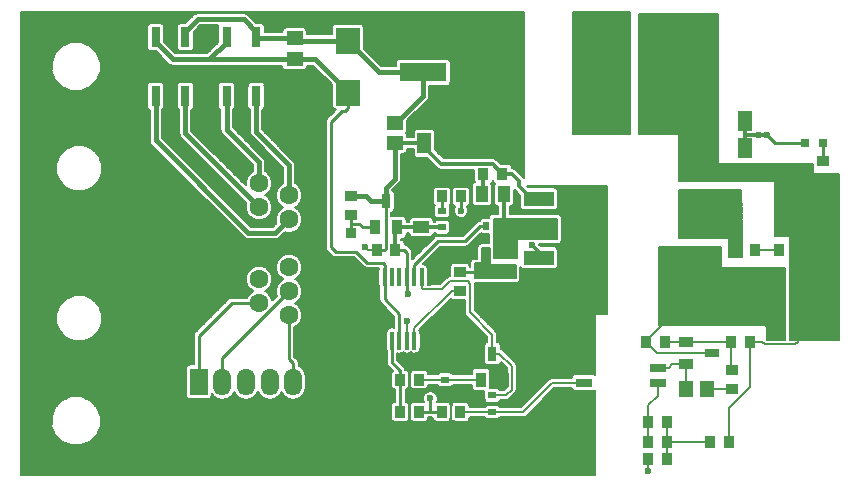
<source format=gtl>
G04 #@! TF.FileFunction,Copper,L1,Top,Signal*
%FSLAX45Y45*%
G04 Gerber Fmt 4.5, Leading zero omitted, Abs format (unit mm)*
G04 Created by KiCad (PCBNEW (2015-11-19 BZR 6326, Git 08d9b36)-product) date Mon 23 Nov 2015 03:22:04 AM EST*
%MOMM*%
G01*
G04 APERTURE LIST*
%ADD10C,0.100000*%
%ADD11C,0.600000*%
%ADD12R,1.000000X0.900000*%
%ADD13R,1.450000X1.150000*%
%ADD14R,1.150000X1.800000*%
%ADD15R,0.950000X1.000000*%
%ADD16R,1.400000X1.050000*%
%ADD17R,4.000000X1.600000*%
%ADD18R,1.150000X1.450000*%
%ADD19R,3.200000X1.600000*%
%ADD20R,1.400000X2.100000*%
%ADD21R,2.050000X2.200000*%
%ADD22R,0.700000X0.600000*%
%ADD23R,0.850000X0.850000*%
%ADD24R,0.800000X1.700000*%
%ADD25R,1.300000X0.900000*%
%ADD26R,1.300000X0.800000*%
%ADD27R,0.797560X0.797560*%
%ADD28C,1.600000*%
%ADD29C,2.200000*%
%ADD30R,1.450000X1.200000*%
%ADD31R,1.524000X2.286000*%
%ADD32O,1.524000X2.286000*%
%ADD33C,4.064000*%
%ADD34R,0.500000X0.700000*%
%ADD35R,0.900000X1.300000*%
%ADD36R,0.800000X1.300000*%
%ADD37R,0.900000X1.000000*%
%ADD38R,1.450000X1.000000*%
%ADD39R,1.050000X1.400000*%
%ADD40R,2.540000X1.270000*%
%ADD41O,0.400000X1.550000*%
%ADD42R,1.450000X0.800000*%
%ADD43C,2.999740*%
%ADD44C,0.400000*%
%ADD45C,0.250000*%
%ADD46C,0.200000*%
%ADD47C,0.350000*%
%ADD48C,0.300000*%
%ADD49C,0.500000*%
%ADD50C,0.150000*%
G04 APERTURE END LIST*
D10*
D11*
X9960000Y-5680000D03*
X9960000Y-5760000D03*
X10090000Y-6380000D03*
X10010000Y-6380000D03*
X10800000Y-6270000D03*
X10890000Y-6270000D03*
X10890000Y-6190000D03*
X10800000Y-6190000D03*
X10620000Y-6270000D03*
X10710000Y-6270000D03*
X10710000Y-6190000D03*
X10620000Y-6190000D03*
X10620000Y-6110000D03*
X10710000Y-6110000D03*
X10710000Y-6030000D03*
X10620000Y-6030000D03*
X10550000Y-5510000D03*
X10550000Y-5590000D03*
X10640000Y-5590000D03*
X10640000Y-5510000D03*
X10990000Y-4260000D03*
X11080000Y-4260000D03*
X11080000Y-4180000D03*
X10990000Y-4180000D03*
X10820000Y-4260000D03*
X10910000Y-4260000D03*
X10910000Y-4180000D03*
X10820000Y-4180000D03*
X10640000Y-4260000D03*
X10730000Y-4260000D03*
X10730000Y-4180000D03*
X10640000Y-4180000D03*
X10360000Y-4860000D03*
X10450000Y-4860000D03*
X10450000Y-4780000D03*
X10360000Y-4780000D03*
X11750000Y-4100000D03*
X11830000Y-4100000D03*
X11830000Y-4020000D03*
X11750000Y-4020000D03*
X11910000Y-4100000D03*
X11990000Y-4100000D03*
X11990000Y-4020000D03*
X11910000Y-4020000D03*
X12070000Y-4100000D03*
X12150000Y-4100000D03*
X12150000Y-4020000D03*
X12070000Y-4020000D03*
X13040000Y-6040000D03*
X13120000Y-6040000D03*
X13330000Y-5920000D03*
X13320000Y-5650000D03*
X12960000Y-5660000D03*
X11620000Y-5660000D03*
X11710000Y-5660000D03*
X11620000Y-5580000D03*
X11710000Y-5580000D03*
X11710000Y-5500000D03*
X11620000Y-5500000D03*
X12560000Y-5890000D03*
X12480000Y-5890000D03*
X12560000Y-5810000D03*
X12480000Y-5810000D03*
X12560000Y-5730000D03*
X12480000Y-5730000D03*
X12560000Y-5650000D03*
X12480000Y-5650000D03*
X12560000Y-5570000D03*
X12480000Y-5570000D03*
X12560000Y-5490000D03*
D12*
X10750000Y-5800000D03*
X10750000Y-5640000D03*
D11*
X11710000Y-5890000D03*
X11620000Y-5890000D03*
X11710000Y-5810000D03*
X11620000Y-5810000D03*
X11710000Y-5730000D03*
D13*
X9350000Y-3660000D03*
X9350000Y-3840000D03*
D14*
X10450000Y-4550000D03*
X10750000Y-4550000D03*
D15*
X11110000Y-4810000D03*
X10950000Y-4810000D03*
D16*
X10425000Y-5260000D03*
X10425000Y-5080000D03*
D17*
X10440000Y-3950000D03*
X11060000Y-3950000D03*
D15*
X13610000Y-5450000D03*
X13450000Y-5450000D03*
D18*
X12845000Y-6630000D03*
X12665000Y-6630000D03*
D19*
X12500000Y-4325000D03*
X12000000Y-4325000D03*
D15*
X13610000Y-5700000D03*
X13450000Y-5700000D03*
X13610000Y-5850000D03*
X13450000Y-5850000D03*
X12505000Y-7225000D03*
X12345000Y-7225000D03*
X12505000Y-6913870D03*
X12345000Y-6913870D03*
D14*
X12865000Y-4365000D03*
X13165000Y-4365000D03*
X12865000Y-4590000D03*
X13165000Y-4590000D03*
D15*
X13610000Y-6000000D03*
X13450000Y-6000000D03*
X13610000Y-6150000D03*
X13450000Y-6150000D03*
D20*
X13055000Y-5150000D03*
X13495000Y-5150000D03*
D21*
X9800000Y-3680000D03*
X9800000Y-4120000D03*
D22*
X10600000Y-5120000D03*
X10600000Y-5260000D03*
X10625000Y-6410000D03*
X10625000Y-6550000D03*
D23*
X9825000Y-5642500D03*
X9825000Y-5307500D03*
D24*
X8425000Y-3650000D03*
X8425000Y-4150000D03*
X8175000Y-4150000D03*
X8175000Y-3650000D03*
D22*
X11025000Y-6685000D03*
X11025000Y-6825000D03*
D25*
X12665000Y-6230000D03*
X12665000Y-6420000D03*
D26*
X12885000Y-6325000D03*
D24*
X9025000Y-3650000D03*
X9025000Y-4150000D03*
X8775000Y-4150000D03*
X8775000Y-3650000D03*
D27*
X13824930Y-4550000D03*
X13675070Y-4550000D03*
D28*
X9050000Y-5903000D03*
X9050000Y-5700000D03*
X9050000Y-5091000D03*
X9050000Y-4888000D03*
X9304000Y-6005000D03*
X9304000Y-5802000D03*
X9304000Y-5599000D03*
X9304000Y-5193000D03*
X9304000Y-4990000D03*
D29*
X7209000Y-6201000D03*
X7209000Y-4588000D03*
D30*
X10200000Y-4375000D03*
X10200000Y-4545000D03*
D31*
X8540000Y-6570000D03*
D32*
X8740000Y-6570000D03*
X8940000Y-6570000D03*
X9140000Y-6570000D03*
X9340000Y-6570000D03*
D33*
X12500000Y-3700000D03*
X11950000Y-3675000D03*
D34*
X11074340Y-5250000D03*
X10974340Y-5250000D03*
X11174340Y-5250000D03*
X10974340Y-5482600D03*
X11174340Y-5482600D03*
X11074340Y-5482600D03*
D35*
X10930000Y-6550000D03*
X11120000Y-6550000D03*
D36*
X11025000Y-6330000D03*
D35*
X10030000Y-5260000D03*
X10220000Y-5260000D03*
D36*
X10125000Y-5040000D03*
D37*
X10245000Y-6550000D03*
X10405000Y-6550000D03*
D12*
X9825000Y-4995000D03*
X9825000Y-5155000D03*
D37*
X10045000Y-5450000D03*
X10205000Y-5450000D03*
D38*
X11150000Y-5640000D03*
X11150000Y-5830000D03*
D37*
X10600000Y-5000000D03*
X10760000Y-5000000D03*
D39*
X10935000Y-4980000D03*
X11125000Y-4980000D03*
D37*
X10245000Y-6825000D03*
X10405000Y-6825000D03*
X10595000Y-6825000D03*
X10755000Y-6825000D03*
X13090000Y-5450000D03*
X13250000Y-5450000D03*
X12505000Y-7075000D03*
X12345000Y-7075000D03*
D12*
X13050000Y-6630000D03*
X13050000Y-6470000D03*
D37*
X13205000Y-6230000D03*
X13045000Y-6230000D03*
X12490000Y-6230000D03*
X12330000Y-6230000D03*
X13030000Y-7075000D03*
X12870000Y-7075000D03*
D12*
X13825000Y-4860000D03*
X13825000Y-4700000D03*
D38*
X10950000Y-5640000D03*
X10950000Y-5830000D03*
D40*
X11420000Y-5770000D03*
X11420000Y-5520000D03*
X11420000Y-5270000D03*
X11420000Y-5020000D03*
X12741000Y-5020000D03*
X12741000Y-5270000D03*
X12741000Y-5520000D03*
X12741000Y-5770000D03*
D41*
X10490500Y-5680000D03*
X10427500Y-5680000D03*
X10364500Y-5680000D03*
X10301500Y-5680000D03*
X10238500Y-5680000D03*
X10175500Y-5680000D03*
X10112500Y-5680000D03*
X10049500Y-5680000D03*
X10049500Y-6220000D03*
X10112500Y-6220000D03*
X10175500Y-6220000D03*
X10238500Y-6220000D03*
X10301500Y-6220000D03*
X10364500Y-6220000D03*
X10427500Y-6220000D03*
X10490500Y-6220000D03*
D42*
X12425000Y-6450000D03*
X11800000Y-6577000D03*
X11800000Y-6450000D03*
X12425000Y-6577000D03*
D43*
X13150000Y-5800000D03*
X13775000Y-5150000D03*
D11*
X11620000Y-5730000D03*
X12480000Y-5490000D03*
X10300000Y-6055000D03*
X9945000Y-5425000D03*
X10500000Y-6710000D03*
X10310000Y-5830000D03*
X13350000Y-4480000D03*
X13280000Y-4480000D03*
X12345000Y-7325000D03*
X10760000Y-5120000D03*
X11360000Y-5410000D03*
D44*
X9025000Y-3650000D02*
X9025000Y-3605000D01*
X9025000Y-3605000D02*
X8920000Y-3500000D01*
X8920000Y-3500000D02*
X8530000Y-3500000D01*
X8530000Y-3500000D02*
X8425000Y-3605000D01*
X8425000Y-3605000D02*
X8425000Y-3650000D01*
X9350000Y-3660000D02*
X9035000Y-3660000D01*
X9035000Y-3660000D02*
X9025000Y-3650000D01*
X9800000Y-3680000D02*
X9370000Y-3680000D01*
X9370000Y-3680000D02*
X9350000Y-3660000D01*
X10440000Y-3950000D02*
X10062500Y-3950000D01*
X10062500Y-3950000D02*
X9800000Y-3687500D01*
X9800000Y-3687500D02*
X9800000Y-3680000D01*
X10200000Y-4375000D02*
X10212500Y-4375000D01*
X10212500Y-4375000D02*
X10440000Y-4147500D01*
X10440000Y-4147500D02*
X10440000Y-4070000D01*
X10440000Y-4070000D02*
X10440000Y-3950000D01*
D45*
X10112500Y-5872500D02*
X10238500Y-5998500D01*
X10238500Y-5998500D02*
X10238500Y-6220000D01*
X10112500Y-5680000D02*
X10112500Y-5872500D01*
X10112500Y-5680000D02*
X10112500Y-5577500D01*
X10112500Y-5577500D02*
X10095000Y-5560000D01*
X9870000Y-5470000D02*
X9700000Y-5470000D01*
X10095000Y-5560000D02*
X9960000Y-5560000D01*
X9660000Y-4370000D02*
X9750000Y-4280000D01*
X9960000Y-5560000D02*
X9870000Y-5470000D01*
X9700000Y-5470000D02*
X9660000Y-5430000D01*
X9660000Y-5430000D02*
X9660000Y-4370000D01*
X9750000Y-4280000D02*
X9775000Y-4280000D01*
X9800000Y-4255000D02*
X9800000Y-4120000D01*
X9775000Y-4280000D02*
X9800000Y-4255000D01*
D44*
X9350000Y-3840000D02*
X9527500Y-3840000D01*
X9527500Y-3840000D02*
X9800000Y-4112500D01*
X9800000Y-4112500D02*
X9800000Y-4120000D01*
X8630000Y-3840000D02*
X9350000Y-3840000D01*
X8175000Y-3650000D02*
X8175000Y-3695000D01*
X8630000Y-3840000D02*
X8775000Y-3695000D01*
X8775000Y-3695000D02*
X8775000Y-3650000D01*
X8175000Y-3695000D02*
X8320000Y-3840000D01*
X8320000Y-3840000D02*
X8630000Y-3840000D01*
D46*
X10300000Y-6055000D02*
X10300000Y-6218500D01*
X10300000Y-6218500D02*
X10301500Y-6220000D01*
X10045000Y-5450000D02*
X9970000Y-5450000D01*
X9970000Y-5450000D02*
X9945000Y-5425000D01*
D45*
X10125000Y-5040000D02*
X10125000Y-5440000D01*
X10125000Y-5440000D02*
X10115000Y-5450000D01*
X10115000Y-5450000D02*
X10045000Y-5450000D01*
D44*
X10200000Y-4850000D02*
X10125000Y-4925000D01*
X10125000Y-4925000D02*
X10125000Y-5040000D01*
X10200000Y-4545000D02*
X10200000Y-4850000D01*
X9955000Y-4995000D02*
X10000000Y-5040000D01*
X10000000Y-5040000D02*
X10125000Y-5040000D01*
X9825000Y-4995000D02*
X9955000Y-4995000D01*
D47*
X11250000Y-4867500D02*
X11250000Y-4913500D01*
X11250000Y-4913500D02*
X11356500Y-5020000D01*
X11356500Y-5020000D02*
X11420000Y-5020000D01*
X11110000Y-4810000D02*
X11192500Y-4810000D01*
X11192500Y-4810000D02*
X11250000Y-4867500D01*
X10450000Y-4550000D02*
X10450000Y-4582500D01*
X10450000Y-4582500D02*
X10592500Y-4725000D01*
X11027500Y-4725000D02*
X11110000Y-4807500D01*
X10592500Y-4725000D02*
X11027500Y-4725000D01*
X11110000Y-4807500D02*
X11110000Y-4810000D01*
X10200000Y-4545000D02*
X10445000Y-4545000D01*
X10445000Y-4545000D02*
X10450000Y-4550000D01*
D46*
X11120000Y-6550000D02*
X11120000Y-6530000D01*
X11120000Y-6530000D02*
X11055000Y-6465000D01*
X11055000Y-6465000D02*
X11000000Y-6465000D01*
X11000000Y-6465000D02*
X10945000Y-6410000D01*
X10945000Y-6410000D02*
X10680000Y-6410000D01*
X10680000Y-6410000D02*
X10625000Y-6410000D01*
D45*
X10950000Y-5830000D02*
X10927500Y-5830000D01*
D47*
X10950000Y-4810000D02*
X10950000Y-4965000D01*
X10950000Y-4965000D02*
X10935000Y-4980000D01*
D45*
X10500000Y-6825000D02*
X10595000Y-6825000D01*
X10500000Y-6825000D02*
X10405000Y-6825000D01*
X10500000Y-6710000D02*
X10500000Y-6825000D01*
X10301500Y-5680000D02*
X10301500Y-5821500D01*
X10301500Y-5821500D02*
X10310000Y-5830000D01*
X10205000Y-5450000D02*
X10275000Y-5450000D01*
X10275000Y-5450000D02*
X10301500Y-5476500D01*
X10301500Y-5476500D02*
X10301500Y-5577500D01*
X10301500Y-5577500D02*
X10301500Y-5680000D01*
D48*
X10425000Y-5260000D02*
X10600000Y-5260000D01*
X10220000Y-5260000D02*
X10425000Y-5260000D01*
X10205000Y-5450000D02*
X10205000Y-5275000D01*
X10205000Y-5275000D02*
X10220000Y-5260000D01*
D49*
X12865000Y-4622500D02*
X12865000Y-4590000D01*
D46*
X13205000Y-6230000D02*
X13205000Y-6615000D01*
X13205000Y-6615000D02*
X13030000Y-6790000D01*
X13030000Y-6790000D02*
X13030000Y-7075000D01*
X13610000Y-6150000D02*
X13610000Y-6230000D01*
X13610000Y-6230000D02*
X13590000Y-6250000D01*
X13590000Y-6250000D02*
X13330000Y-6250000D01*
X13310000Y-6230000D02*
X13205000Y-6230000D01*
X13330000Y-6250000D02*
X13310000Y-6230000D01*
X13250000Y-5450000D02*
X13450000Y-5450000D01*
X12845000Y-6630000D02*
X12922500Y-6630000D01*
X12922500Y-6630000D02*
X13050000Y-6630000D01*
X12425000Y-6450000D02*
X12517500Y-6450000D01*
X12517500Y-6450000D02*
X12547500Y-6420000D01*
X12547500Y-6420000D02*
X12665000Y-6420000D01*
X12665000Y-6420000D02*
X12665000Y-6630000D01*
D45*
X13675070Y-4550000D02*
X13420000Y-4550000D01*
X13420000Y-4550000D02*
X13350000Y-4480000D01*
D47*
X13280000Y-4480000D02*
X13350000Y-4480000D01*
X13165000Y-4480000D02*
X13165000Y-4365000D01*
X13165000Y-4590000D02*
X13165000Y-4480000D01*
X13165000Y-4480000D02*
X13280000Y-4480000D01*
D46*
X12330000Y-6230000D02*
X12330000Y-6225000D01*
X12330000Y-6225000D02*
X12741000Y-5814000D01*
X12741000Y-5814000D02*
X12741000Y-5770000D01*
X12885000Y-6325000D02*
X12420000Y-6325000D01*
X12420000Y-6325000D02*
X12330000Y-6235000D01*
X12330000Y-6235000D02*
X12330000Y-6230000D01*
X12345000Y-7225000D02*
X12345000Y-7325000D01*
X12505000Y-7075000D02*
X12870000Y-7075000D01*
X12505000Y-7225000D02*
X12505000Y-7075000D01*
X12505000Y-6913870D02*
X12505000Y-7075000D01*
X12345000Y-6770000D02*
X12425000Y-6690000D01*
X12425000Y-6690000D02*
X12425000Y-6577000D01*
X12345000Y-6913870D02*
X12345000Y-6770000D01*
X12345000Y-7075000D02*
X12345000Y-6913870D01*
D45*
X10600000Y-5000000D02*
X10600000Y-5120000D01*
D46*
X10405000Y-6550000D02*
X10470000Y-6550000D01*
X10470000Y-6550000D02*
X10625000Y-6550000D01*
X10625000Y-6550000D02*
X10680000Y-6550000D01*
X10680000Y-6550000D02*
X10930000Y-6550000D01*
D45*
X9825000Y-5155000D02*
X9825000Y-5230000D01*
X9825000Y-5230000D02*
X9825000Y-5307500D01*
X9930000Y-5260000D02*
X9900000Y-5230000D01*
X9900000Y-5230000D02*
X9825000Y-5230000D01*
X10030000Y-5260000D02*
X9930000Y-5260000D01*
D44*
X9050000Y-5091000D02*
X8425000Y-4466000D01*
X8425000Y-4466000D02*
X8425000Y-4150000D01*
X8960000Y-5310000D02*
X8175000Y-4525000D01*
X8175000Y-4525000D02*
X8175000Y-4150000D01*
X9187000Y-5310000D02*
X8960000Y-5310000D01*
X9304000Y-5193000D02*
X9187000Y-5310000D01*
D46*
X11025000Y-6330000D02*
X11025000Y-6170000D01*
X11025000Y-6330000D02*
X11085000Y-6330000D01*
X11085000Y-6330000D02*
X11190000Y-6435000D01*
X11190000Y-6635000D02*
X11140000Y-6685000D01*
X11190000Y-6435000D02*
X11190000Y-6635000D01*
X11140000Y-6685000D02*
X11080000Y-6685000D01*
X11080000Y-6685000D02*
X11025000Y-6685000D01*
X10835000Y-5980000D02*
X11025000Y-6170000D01*
X10835000Y-5740000D02*
X10835000Y-5980000D01*
X10815000Y-5720000D02*
X10835000Y-5740000D01*
X10665000Y-5720000D02*
X10815000Y-5720000D01*
X10600000Y-5785000D02*
X10665000Y-5720000D01*
X10435000Y-5785000D02*
X10600000Y-5785000D01*
X10427500Y-5680000D02*
X10427500Y-5777500D01*
X10427500Y-5777500D02*
X10435000Y-5785000D01*
X11285000Y-6825000D02*
X11533000Y-6577000D01*
X11533000Y-6577000D02*
X11800000Y-6577000D01*
X11025000Y-6825000D02*
X11285000Y-6825000D01*
X10755000Y-6825000D02*
X11025000Y-6825000D01*
X13045000Y-6230000D02*
X13045000Y-6465000D01*
X13045000Y-6465000D02*
X13050000Y-6470000D01*
X12665000Y-6230000D02*
X13045000Y-6230000D01*
X12490000Y-6230000D02*
X12665000Y-6230000D01*
D44*
X9304000Y-4734000D02*
X9025000Y-4455000D01*
X9025000Y-4455000D02*
X9025000Y-4150000D01*
X9304000Y-4990000D02*
X9304000Y-4734000D01*
X9050000Y-4710000D02*
X8775000Y-4435000D01*
X8775000Y-4435000D02*
X8775000Y-4150000D01*
X9050000Y-4888000D02*
X9050000Y-4710000D01*
D45*
X8817000Y-5903000D02*
X8540000Y-6180000D01*
X8540000Y-6180000D02*
X8540000Y-6570000D01*
X9050000Y-5903000D02*
X8817000Y-5903000D01*
X9304000Y-6374000D02*
X9340000Y-6410000D01*
X9340000Y-6410000D02*
X9340000Y-6570000D01*
X9304000Y-6005000D02*
X9304000Y-6374000D01*
X9304000Y-5802000D02*
X8740000Y-6366000D01*
X8740000Y-6366000D02*
X8740000Y-6570000D01*
D47*
X11125000Y-4980000D02*
X11125000Y-5200660D01*
X11125000Y-5200660D02*
X11174340Y-5250000D01*
D45*
X10562000Y-5380000D02*
X10794340Y-5380000D01*
X10794340Y-5380000D02*
X10924340Y-5250000D01*
X10924340Y-5250000D02*
X10974340Y-5250000D01*
X10364500Y-5680000D02*
X10364500Y-5577500D01*
X10364500Y-5577500D02*
X10562000Y-5380000D01*
X10950000Y-5640000D02*
X10750000Y-5640000D01*
X10245000Y-6550000D02*
X10245000Y-6475000D01*
X10175500Y-6322500D02*
X10175500Y-6220000D01*
X10245000Y-6475000D02*
X10175500Y-6405500D01*
X10175500Y-6405500D02*
X10175500Y-6322500D01*
X10245000Y-6825000D02*
X10245000Y-6550000D01*
D46*
X10364500Y-6220000D02*
X10364500Y-6115500D01*
X10364500Y-6115500D02*
X10680000Y-5800000D01*
X10680000Y-5800000D02*
X10750000Y-5800000D01*
D45*
X10760000Y-5120000D02*
X10760000Y-5000000D01*
X11420000Y-5520000D02*
X11420000Y-5470000D01*
X11420000Y-5470000D02*
X11360000Y-5410000D01*
X13825000Y-4700000D02*
X13825000Y-4550070D01*
X13825000Y-4550070D02*
X13824930Y-4550000D01*
D50*
X11572500Y-5187500D02*
X11037500Y-5187500D01*
X11572500Y-5197420D02*
X11037500Y-5197420D01*
X11572500Y-5207340D02*
X11037500Y-5207340D01*
X11572500Y-5217260D02*
X11037500Y-5217260D01*
X11572500Y-5227180D02*
X11037500Y-5227180D01*
X11572500Y-5237100D02*
X11037500Y-5237100D01*
X11572500Y-5247020D02*
X11037500Y-5247020D01*
X11572500Y-5256940D02*
X11037500Y-5256940D01*
X11572500Y-5266860D02*
X11037500Y-5266860D01*
X11572500Y-5276780D02*
X11037500Y-5276780D01*
X11572500Y-5286700D02*
X11037500Y-5286700D01*
X11572500Y-5296620D02*
X11037500Y-5296620D01*
X11572500Y-5306540D02*
X11037500Y-5306540D01*
X11572500Y-5316460D02*
X11037500Y-5316460D01*
X11572500Y-5326380D02*
X11037500Y-5326380D01*
X11572500Y-5336300D02*
X11037500Y-5336300D01*
X11572500Y-5346220D02*
X11037500Y-5346220D01*
X11572500Y-5356140D02*
X11037500Y-5356140D01*
X11233794Y-5366060D02*
X11037500Y-5366060D01*
X11232500Y-5375980D02*
X11037500Y-5375980D01*
X11232500Y-5385900D02*
X11037500Y-5385900D01*
X11232500Y-5395820D02*
X11037500Y-5395820D01*
X11232500Y-5405740D02*
X11037500Y-5405740D01*
X11232500Y-5415660D02*
X11037500Y-5415660D01*
X11232500Y-5425580D02*
X11037500Y-5425580D01*
X11232500Y-5435500D02*
X11037500Y-5435500D01*
X11232500Y-5445420D02*
X11037500Y-5445420D01*
X11232500Y-5455340D02*
X11037500Y-5455340D01*
X11232500Y-5465260D02*
X11037500Y-5465260D01*
X11232500Y-5475180D02*
X11037500Y-5475180D01*
X11232500Y-5485100D02*
X11037500Y-5485100D01*
X11232500Y-5495020D02*
X11037500Y-5495020D01*
X11232500Y-5504940D02*
X11037500Y-5504940D01*
X11232500Y-5514860D02*
X11037500Y-5514860D01*
X11572500Y-5362500D02*
X11382508Y-5362500D01*
X11370489Y-5357509D01*
X11349603Y-5357491D01*
X11337480Y-5362500D01*
X11240000Y-5362500D01*
X11237082Y-5363091D01*
X11234624Y-5364771D01*
X11233013Y-5367274D01*
X11232500Y-5370000D01*
X11232500Y-5522500D01*
X11037500Y-5522500D01*
X11037500Y-5187500D01*
X11572500Y-5187500D01*
X11572500Y-5362500D01*
X11002500Y-5437500D02*
X10937500Y-5437500D01*
X11002500Y-5447420D02*
X10937500Y-5447420D01*
X11002500Y-5457340D02*
X10937500Y-5457340D01*
X11002500Y-5467260D02*
X10937500Y-5467260D01*
X11002500Y-5477180D02*
X10937500Y-5477180D01*
X11002500Y-5487100D02*
X10937500Y-5487100D01*
X11002500Y-5497020D02*
X10937500Y-5497020D01*
X11002500Y-5506940D02*
X10937500Y-5506940D01*
X11002500Y-5516860D02*
X10937500Y-5516860D01*
X11002500Y-5526780D02*
X10937500Y-5526780D01*
X11002500Y-5536700D02*
X10937500Y-5536700D01*
X11002500Y-5546620D02*
X10937500Y-5546620D01*
X11002500Y-5556540D02*
X10937500Y-5556540D01*
X11002500Y-5566460D02*
X10933575Y-5566460D01*
X11006331Y-5576380D02*
X10877500Y-5576380D01*
X11222500Y-5586300D02*
X10877500Y-5586300D01*
X11222500Y-5596220D02*
X10877500Y-5596220D01*
X11222500Y-5606140D02*
X10877500Y-5606140D01*
X11222500Y-5616060D02*
X10877500Y-5616060D01*
X11222500Y-5625980D02*
X10877500Y-5625980D01*
X11222500Y-5635900D02*
X10877500Y-5635900D01*
X11222500Y-5645820D02*
X10877500Y-5645820D01*
X11222500Y-5655740D02*
X10877500Y-5655740D01*
X11222500Y-5665660D02*
X10877500Y-5665660D01*
X11222500Y-5675580D02*
X10877500Y-5675580D01*
X11222500Y-5685500D02*
X10877500Y-5685500D01*
X11002500Y-5570000D02*
X11003091Y-5572918D01*
X11004771Y-5575376D01*
X11007274Y-5576987D01*
X11010000Y-5577500D01*
X11222500Y-5577500D01*
X11222500Y-5692500D01*
X10877500Y-5692500D01*
X10877500Y-5567500D01*
X10930000Y-5567500D01*
X10932918Y-5566909D01*
X10935376Y-5565230D01*
X10936987Y-5562726D01*
X10937500Y-5560000D01*
X10937500Y-5437500D01*
X11002500Y-5437500D01*
X11002500Y-5570000D01*
X11292500Y-3437903D02*
X7037500Y-3437903D01*
X8528374Y-3447823D02*
X7037500Y-3447823D01*
X11292500Y-3447823D02*
X8921626Y-3447823D01*
X8500560Y-3457743D02*
X7037500Y-3457743D01*
X11292500Y-3457743D02*
X8949441Y-3457743D01*
X8488090Y-3467663D02*
X7037500Y-3467663D01*
X11292500Y-3467663D02*
X8961910Y-3467663D01*
X8478170Y-3477583D02*
X7037500Y-3477583D01*
X11292500Y-3477583D02*
X8971830Y-3477583D01*
X8468250Y-3487503D02*
X7037500Y-3487503D01*
X11292500Y-3487503D02*
X8981750Y-3487503D01*
X8458330Y-3497423D02*
X7037500Y-3497423D01*
X11292500Y-3497423D02*
X8991670Y-3497423D01*
X8448410Y-3507343D02*
X7037500Y-3507343D01*
X11292500Y-3507343D02*
X9001590Y-3507343D01*
X8438490Y-3517263D02*
X7037500Y-3517263D01*
X11292500Y-3517263D02*
X9011510Y-3517263D01*
X8428570Y-3527183D02*
X7037500Y-3527183D01*
X11292500Y-3527183D02*
X9021430Y-3527183D01*
X8118334Y-3537103D02*
X7037500Y-3537103D01*
X8368334Y-3537103D02*
X8231740Y-3537103D01*
X9696224Y-3537103D02*
X9081741Y-3537103D01*
X11292500Y-3537103D02*
X9903686Y-3537103D01*
X8107948Y-3547023D02*
X7037500Y-3547023D01*
X8357948Y-3547023D02*
X8242053Y-3547023D01*
X9673865Y-3547023D02*
X9092053Y-3547023D01*
X11292500Y-3547023D02*
X9926336Y-3547023D01*
X8103495Y-3556943D02*
X7037500Y-3556943D01*
X8353495Y-3556943D02*
X8246621Y-3556943D01*
X8703495Y-3556943D02*
X8547303Y-3556943D01*
X9667086Y-3556943D02*
X9096621Y-3556943D01*
X11292500Y-3556943D02*
X9932719Y-3556943D01*
X8101863Y-3566863D02*
X7037500Y-3566863D01*
X8351863Y-3566863D02*
X8248137Y-3566863D01*
X8701863Y-3566863D02*
X8537383Y-3566863D01*
X9664999Y-3566863D02*
X9098137Y-3566863D01*
X11292500Y-3566863D02*
X9935047Y-3566863D01*
X8101863Y-3576783D02*
X7037500Y-3576783D01*
X8351863Y-3576783D02*
X8248137Y-3576783D01*
X8701863Y-3576783D02*
X8527463Y-3576783D01*
X9257447Y-3576783D02*
X9098137Y-3576783D01*
X9664363Y-3576783D02*
X9442431Y-3576783D01*
X11292500Y-3576783D02*
X9935637Y-3576783D01*
X8101863Y-3586703D02*
X7037500Y-3586703D01*
X8351863Y-3586703D02*
X8248137Y-3586703D01*
X8701863Y-3586703D02*
X8517543Y-3586703D01*
X9248959Y-3586703D02*
X9098137Y-3586703D01*
X9664363Y-3586703D02*
X9450956Y-3586703D01*
X11292500Y-3586703D02*
X9935637Y-3586703D01*
X8101863Y-3596623D02*
X7037500Y-3596623D01*
X8351863Y-3596623D02*
X8248137Y-3596623D01*
X8701863Y-3596623D02*
X8507623Y-3596623D01*
X9245553Y-3596623D02*
X9098137Y-3596623D01*
X9664363Y-3596623D02*
X9454531Y-3596623D01*
X11292500Y-3596623D02*
X9935637Y-3596623D01*
X8101863Y-3606543D02*
X7037500Y-3606543D01*
X8351863Y-3606543D02*
X8248137Y-3606543D01*
X8701863Y-3606543D02*
X8498137Y-3606543D01*
X9244363Y-3606543D02*
X9098137Y-3606543D01*
X9664363Y-3606543D02*
X9455637Y-3606543D01*
X11292500Y-3606543D02*
X9935637Y-3606543D01*
X8101863Y-3616463D02*
X7037500Y-3616463D01*
X8351863Y-3616463D02*
X8248137Y-3616463D01*
X8701863Y-3616463D02*
X8498137Y-3616463D01*
X9664363Y-3616463D02*
X9455637Y-3616463D01*
X11292500Y-3616463D02*
X9935637Y-3616463D01*
X8101863Y-3626383D02*
X7037500Y-3626383D01*
X8351863Y-3626383D02*
X8248137Y-3626383D01*
X8701863Y-3626383D02*
X8498137Y-3626383D01*
X9664363Y-3626383D02*
X9455637Y-3626383D01*
X11292500Y-3626383D02*
X9935637Y-3626383D01*
X8101863Y-3636303D02*
X7037500Y-3636303D01*
X8351863Y-3636303D02*
X8248137Y-3636303D01*
X8701863Y-3636303D02*
X8498137Y-3636303D01*
X11292500Y-3636303D02*
X9935637Y-3636303D01*
X8101863Y-3646223D02*
X7037500Y-3646223D01*
X8351863Y-3646223D02*
X8248137Y-3646223D01*
X8701863Y-3646223D02*
X8498137Y-3646223D01*
X11292500Y-3646223D02*
X9935637Y-3646223D01*
X8101863Y-3656143D02*
X7037500Y-3656143D01*
X8351863Y-3656143D02*
X8248137Y-3656143D01*
X8701863Y-3656143D02*
X8498137Y-3656143D01*
X11292500Y-3656143D02*
X9935637Y-3656143D01*
X8101863Y-3666063D02*
X7037500Y-3666063D01*
X8351863Y-3666063D02*
X8248137Y-3666063D01*
X8701863Y-3666063D02*
X8498137Y-3666063D01*
X11292500Y-3666063D02*
X9935637Y-3666063D01*
X8101863Y-3675983D02*
X7037500Y-3675983D01*
X8351863Y-3675983D02*
X8248137Y-3675983D01*
X8701863Y-3675983D02*
X8498137Y-3675983D01*
X11292500Y-3675983D02*
X9935637Y-3675983D01*
X8101863Y-3685903D02*
X7037500Y-3685903D01*
X8351863Y-3685903D02*
X8248137Y-3685903D01*
X8701863Y-3685903D02*
X8498137Y-3685903D01*
X11292500Y-3685903D02*
X9935637Y-3685903D01*
X7450776Y-3695823D02*
X7037500Y-3695823D01*
X8101863Y-3695823D02*
X7549372Y-3695823D01*
X8351863Y-3695823D02*
X8250070Y-3695823D01*
X8699930Y-3695823D02*
X8498137Y-3695823D01*
X11292500Y-3695823D02*
X9935637Y-3695823D01*
X7426768Y-3705743D02*
X7037500Y-3705743D01*
X8101863Y-3705743D02*
X7573262Y-3705743D01*
X8351863Y-3705743D02*
X8259990Y-3705743D01*
X8690010Y-3705743D02*
X8498137Y-3705743D01*
X11292500Y-3705743D02*
X9935637Y-3705743D01*
X7402760Y-3715663D02*
X7037500Y-3715663D01*
X8101863Y-3715663D02*
X7597152Y-3715663D01*
X8351863Y-3715663D02*
X8269910Y-3715663D01*
X8680090Y-3715663D02*
X8498137Y-3715663D01*
X11292500Y-3715663D02*
X9935637Y-3715663D01*
X7381015Y-3725583D02*
X7037500Y-3725583D01*
X8101863Y-3725583D02*
X7619081Y-3725583D01*
X8351863Y-3725583D02*
X8279830Y-3725583D01*
X8670170Y-3725583D02*
X8498137Y-3725583D01*
X11292500Y-3725583D02*
X9935637Y-3725583D01*
X7371078Y-3735503D02*
X7037500Y-3735503D01*
X8101958Y-3735503D02*
X7628984Y-3735503D01*
X8351958Y-3735503D02*
X8289750Y-3735503D01*
X8660250Y-3735503D02*
X8498035Y-3735503D01*
X11292500Y-3735503D02*
X9935637Y-3735503D01*
X7361141Y-3745423D02*
X7037500Y-3745423D01*
X8103825Y-3745423D02*
X7638887Y-3745423D01*
X8353825Y-3745423D02*
X8299670Y-3745423D01*
X8650330Y-3745423D02*
X8496026Y-3745423D01*
X11292500Y-3745423D02*
X9935637Y-3745423D01*
X7351203Y-3755343D02*
X7037500Y-3755343D01*
X8109470Y-3755343D02*
X7648789Y-3755343D01*
X8359470Y-3755343D02*
X8309590Y-3755343D01*
X8640410Y-3755343D02*
X8490435Y-3755343D01*
X11292500Y-3755343D02*
X9942090Y-3755343D01*
X7341266Y-3765263D02*
X7037500Y-3765263D01*
X8121724Y-3765263D02*
X7658692Y-3765263D01*
X8371724Y-3765263D02*
X8319510Y-3765263D01*
X8630490Y-3765263D02*
X8477987Y-3765263D01*
X11292500Y-3765263D02*
X9952010Y-3765263D01*
X7331329Y-3775183D02*
X7037500Y-3775183D01*
X8180937Y-3775183D02*
X7668595Y-3775183D01*
X8620570Y-3775183D02*
X8329430Y-3775183D01*
X11292500Y-3775183D02*
X9961930Y-3775183D01*
X7323031Y-3785103D02*
X7037500Y-3785103D01*
X8190857Y-3785103D02*
X7677041Y-3785103D01*
X8610650Y-3785103D02*
X8339350Y-3785103D01*
X11292500Y-3785103D02*
X9971850Y-3785103D01*
X7318912Y-3795023D02*
X7037500Y-3795023D01*
X8200777Y-3795023D02*
X7681140Y-3795023D01*
X11292500Y-3795023D02*
X9981770Y-3795023D01*
X7314793Y-3804943D02*
X7037500Y-3804943D01*
X8210697Y-3804943D02*
X7685239Y-3804943D01*
X11292500Y-3804943D02*
X9991690Y-3804943D01*
X7310674Y-3814863D02*
X7037500Y-3814863D01*
X8220617Y-3814863D02*
X7689338Y-3814863D01*
X11292500Y-3814863D02*
X10001610Y-3814863D01*
X7306555Y-3824783D02*
X7037500Y-3824783D01*
X8230537Y-3824783D02*
X7693437Y-3824783D01*
X11292500Y-3824783D02*
X10011530Y-3824783D01*
X7302436Y-3834703D02*
X7037500Y-3834703D01*
X8240457Y-3834703D02*
X7697535Y-3834703D01*
X11292500Y-3834703D02*
X10021450Y-3834703D01*
X7298317Y-3844623D02*
X7037500Y-3844623D01*
X8250377Y-3844623D02*
X7701634Y-3844623D01*
X10219418Y-3844623D02*
X10031370Y-3844623D01*
X11292500Y-3844623D02*
X10660429Y-3844623D01*
X7294198Y-3854543D02*
X7037500Y-3854543D01*
X8260297Y-3854543D02*
X7705733Y-3854543D01*
X10211226Y-3854543D02*
X10041290Y-3854543D01*
X11292500Y-3854543D02*
X10668675Y-3854543D01*
X7292531Y-3864463D02*
X7037500Y-3864463D01*
X8270217Y-3864463D02*
X7707531Y-3864463D01*
X10207985Y-3864463D02*
X10051210Y-3864463D01*
X11292500Y-3864463D02*
X10672095Y-3864463D01*
X7292522Y-3874383D02*
X7037500Y-3874383D01*
X8280137Y-3874383D02*
X7707522Y-3874383D01*
X10206863Y-3874383D02*
X10061130Y-3874383D01*
X11292500Y-3874383D02*
X10673137Y-3874383D01*
X7292514Y-3884303D02*
X7037500Y-3884303D01*
X8293623Y-3884303D02*
X7707514Y-3884303D01*
X10206863Y-3884303D02*
X10071050Y-3884303D01*
X11292500Y-3884303D02*
X10673137Y-3884303D01*
X7292505Y-3894223D02*
X7037500Y-3894223D01*
X9244363Y-3894223D02*
X7707505Y-3894223D01*
X9507477Y-3894223D02*
X9455637Y-3894223D01*
X10206863Y-3894223D02*
X10080970Y-3894223D01*
X11292500Y-3894223D02*
X10673137Y-3894223D01*
X7292496Y-3904143D02*
X7037500Y-3904143D01*
X9245613Y-3904143D02*
X7707496Y-3904143D01*
X9517397Y-3904143D02*
X9454291Y-3904143D01*
X11292500Y-3904143D02*
X10673137Y-3904143D01*
X7292488Y-3914063D02*
X7037500Y-3914063D01*
X9249538Y-3914063D02*
X7707488Y-3914063D01*
X9527317Y-3914063D02*
X9450517Y-3914063D01*
X11292500Y-3914063D02*
X10673137Y-3914063D01*
X7292479Y-3923983D02*
X7037500Y-3923983D01*
X9258692Y-3923983D02*
X7707479Y-3923983D01*
X9537237Y-3923983D02*
X9441361Y-3923983D01*
X11292500Y-3923983D02*
X10673137Y-3923983D01*
X7292470Y-3933903D02*
X7037500Y-3933903D01*
X9547157Y-3933903D02*
X7707470Y-3933903D01*
X11292500Y-3933903D02*
X10673137Y-3933903D01*
X7293592Y-3943823D02*
X7037500Y-3943823D01*
X9557077Y-3943823D02*
X7706480Y-3943823D01*
X11292500Y-3943823D02*
X10673137Y-3943823D01*
X7297691Y-3953743D02*
X7037500Y-3953743D01*
X9566997Y-3953743D02*
X7702361Y-3953743D01*
X11292500Y-3953743D02*
X10673137Y-3953743D01*
X7301790Y-3963663D02*
X7037500Y-3963663D01*
X9576917Y-3963663D02*
X7698242Y-3963663D01*
X11292500Y-3963663D02*
X10673137Y-3963663D01*
X7305889Y-3973583D02*
X7037500Y-3973583D01*
X9586837Y-3973583D02*
X7694123Y-3973583D01*
X11292500Y-3973583D02*
X10673137Y-3973583D01*
X7309988Y-3983503D02*
X7037500Y-3983503D01*
X9596757Y-3983503D02*
X7690004Y-3983503D01*
X11292500Y-3983503D02*
X10673137Y-3983503D01*
X7314086Y-3993423D02*
X7037500Y-3993423D01*
X9606677Y-3993423D02*
X7685885Y-3993423D01*
X11292500Y-3993423D02*
X10673137Y-3993423D01*
X7318185Y-4003343D02*
X7037500Y-4003343D01*
X9616597Y-4003343D02*
X7681766Y-4003343D01*
X11292500Y-4003343D02*
X10673137Y-4003343D01*
X7322284Y-4013263D02*
X7037500Y-4013263D01*
X9626517Y-4013263D02*
X7677647Y-4013263D01*
X11292500Y-4013263D02*
X10673137Y-4013263D01*
X7329775Y-4023183D02*
X7037500Y-4023183D01*
X9636437Y-4023183D02*
X7670307Y-4023183D01*
X11292500Y-4023183D02*
X10673137Y-4023183D01*
X7339678Y-4033103D02*
X7037500Y-4033103D01*
X8128409Y-4033103D02*
X7660370Y-4033103D01*
X8378409Y-4033103D02*
X8221124Y-4033103D01*
X8728409Y-4033103D02*
X8471124Y-4033103D01*
X8978409Y-4033103D02*
X8821124Y-4033103D01*
X9646357Y-4033103D02*
X9071124Y-4033103D01*
X11292500Y-4033103D02*
X10672508Y-4033103D01*
X7349580Y-4043023D02*
X7037500Y-4043023D01*
X8110681Y-4043023D02*
X7650432Y-4043023D01*
X8360681Y-4043023D02*
X8239479Y-4043023D01*
X8710681Y-4043023D02*
X8489479Y-4043023D01*
X8960681Y-4043023D02*
X8839479Y-4043023D01*
X9656277Y-4043023D02*
X9089479Y-4043023D01*
X11292500Y-4043023D02*
X10670436Y-4043023D01*
X7359483Y-4052943D02*
X7037500Y-4052943D01*
X8104305Y-4052943D02*
X7640495Y-4052943D01*
X8354305Y-4052943D02*
X8245862Y-4052943D01*
X8704305Y-4052943D02*
X8495862Y-4052943D01*
X8954305Y-4052943D02*
X8845862Y-4052943D01*
X9664363Y-4052943D02*
X9095862Y-4052943D01*
X11292500Y-4052943D02*
X10663658Y-4052943D01*
X7369386Y-4062863D02*
X7037500Y-4062863D01*
X8102296Y-4062863D02*
X7630558Y-4062863D01*
X8352296Y-4062863D02*
X8247735Y-4062863D01*
X8702296Y-4062863D02*
X8497735Y-4062863D01*
X8952296Y-4062863D02*
X8847735Y-4062863D01*
X9664363Y-4062863D02*
X9097735Y-4062863D01*
X11292500Y-4062863D02*
X10641452Y-4062863D01*
X7379288Y-4072783D02*
X7037500Y-4072783D01*
X8101863Y-4072783D02*
X7620620Y-4072783D01*
X8351863Y-4072783D02*
X8248137Y-4072783D01*
X8701863Y-4072783D02*
X8498137Y-4072783D01*
X8951863Y-4072783D02*
X8848137Y-4072783D01*
X9664363Y-4072783D02*
X9098137Y-4072783D01*
X11292500Y-4072783D02*
X10492500Y-4072783D01*
X7398915Y-4082703D02*
X7037500Y-4082703D01*
X8101863Y-4082703D02*
X7601192Y-4082703D01*
X8351863Y-4082703D02*
X8248137Y-4082703D01*
X8701863Y-4082703D02*
X8498137Y-4082703D01*
X8951863Y-4082703D02*
X8848137Y-4082703D01*
X9664363Y-4082703D02*
X9098137Y-4082703D01*
X11292500Y-4082703D02*
X10492500Y-4082703D01*
X7422805Y-4092623D02*
X7037500Y-4092623D01*
X8101863Y-4092623D02*
X7577184Y-4092623D01*
X8351863Y-4092623D02*
X8248137Y-4092623D01*
X8701863Y-4092623D02*
X8498137Y-4092623D01*
X8951863Y-4092623D02*
X8848137Y-4092623D01*
X9664363Y-4092623D02*
X9098137Y-4092623D01*
X11292500Y-4092623D02*
X10492500Y-4092623D01*
X7446695Y-4102543D02*
X7037500Y-4102543D01*
X8101863Y-4102543D02*
X7553176Y-4102543D01*
X8351863Y-4102543D02*
X8248137Y-4102543D01*
X8701863Y-4102543D02*
X8498137Y-4102543D01*
X8951863Y-4102543D02*
X8848137Y-4102543D01*
X9664363Y-4102543D02*
X9098137Y-4102543D01*
X11292500Y-4102543D02*
X10492500Y-4102543D01*
X8101863Y-4112463D02*
X7037500Y-4112463D01*
X8351863Y-4112463D02*
X8248137Y-4112463D01*
X8701863Y-4112463D02*
X8498137Y-4112463D01*
X8951863Y-4112463D02*
X8848137Y-4112463D01*
X9664363Y-4112463D02*
X9098137Y-4112463D01*
X11292500Y-4112463D02*
X10492500Y-4112463D01*
X8101863Y-4122383D02*
X7037500Y-4122383D01*
X8351863Y-4122383D02*
X8248137Y-4122383D01*
X8701863Y-4122383D02*
X8498137Y-4122383D01*
X8951863Y-4122383D02*
X8848137Y-4122383D01*
X9664363Y-4122383D02*
X9098137Y-4122383D01*
X11292500Y-4122383D02*
X10492500Y-4122383D01*
X8101863Y-4132303D02*
X7037500Y-4132303D01*
X8351863Y-4132303D02*
X8248137Y-4132303D01*
X8701863Y-4132303D02*
X8498137Y-4132303D01*
X8951863Y-4132303D02*
X8848137Y-4132303D01*
X9664363Y-4132303D02*
X9098137Y-4132303D01*
X11292500Y-4132303D02*
X10492500Y-4132303D01*
X8101863Y-4142223D02*
X7037500Y-4142223D01*
X8351863Y-4142223D02*
X8248137Y-4142223D01*
X8701863Y-4142223D02*
X8498137Y-4142223D01*
X8951863Y-4142223D02*
X8848137Y-4142223D01*
X9664363Y-4142223D02*
X9098137Y-4142223D01*
X11292500Y-4142223D02*
X10492500Y-4142223D01*
X8101863Y-4152143D02*
X7037500Y-4152143D01*
X8351863Y-4152143D02*
X8248137Y-4152143D01*
X8701863Y-4152143D02*
X8498137Y-4152143D01*
X8951863Y-4152143D02*
X8848137Y-4152143D01*
X9664363Y-4152143D02*
X9098137Y-4152143D01*
X11292500Y-4152143D02*
X10491576Y-4152143D01*
X8101863Y-4162063D02*
X7037500Y-4162063D01*
X8351863Y-4162063D02*
X8248137Y-4162063D01*
X8701863Y-4162063D02*
X8498137Y-4162063D01*
X8951863Y-4162063D02*
X8848137Y-4162063D01*
X9664363Y-4162063D02*
X9098137Y-4162063D01*
X11292500Y-4162063D02*
X10489603Y-4162063D01*
X8101863Y-4171983D02*
X7037500Y-4171983D01*
X8351863Y-4171983D02*
X8248137Y-4171983D01*
X8701863Y-4171983D02*
X8498137Y-4171983D01*
X8951863Y-4171983D02*
X8848137Y-4171983D01*
X9664363Y-4171983D02*
X9098137Y-4171983D01*
X11292500Y-4171983D02*
X10485569Y-4171983D01*
X8101863Y-4181903D02*
X7037500Y-4181903D01*
X8351863Y-4181903D02*
X8248137Y-4181903D01*
X8701863Y-4181903D02*
X8498137Y-4181903D01*
X8951863Y-4181903D02*
X8848137Y-4181903D01*
X9664363Y-4181903D02*
X9098137Y-4181903D01*
X11292500Y-4181903D02*
X10478940Y-4181903D01*
X8101863Y-4191823D02*
X7037500Y-4191823D01*
X8351863Y-4191823D02*
X8248137Y-4191823D01*
X8701863Y-4191823D02*
X8498137Y-4191823D01*
X8951863Y-4191823D02*
X8848137Y-4191823D01*
X9664363Y-4191823D02*
X9098137Y-4191823D01*
X11292500Y-4191823D02*
X10469923Y-4191823D01*
X8101863Y-4201744D02*
X7037500Y-4201744D01*
X8351863Y-4201744D02*
X8248137Y-4201744D01*
X8701863Y-4201744D02*
X8498137Y-4201744D01*
X8951863Y-4201744D02*
X8848137Y-4201744D01*
X9664363Y-4201744D02*
X9098137Y-4201744D01*
X11292500Y-4201744D02*
X10460003Y-4201744D01*
X8101863Y-4211664D02*
X7037500Y-4211664D01*
X8351863Y-4211664D02*
X8248137Y-4211664D01*
X8701863Y-4211664D02*
X8498137Y-4211664D01*
X8951863Y-4211664D02*
X8848137Y-4211664D01*
X9664363Y-4211664D02*
X9098137Y-4211664D01*
X11292500Y-4211664D02*
X10450083Y-4211664D01*
X8101863Y-4221584D02*
X7037500Y-4221584D01*
X8351863Y-4221584D02*
X8248137Y-4221584D01*
X8701863Y-4221584D02*
X8498137Y-4221584D01*
X8951863Y-4221584D02*
X8848137Y-4221584D01*
X9664363Y-4221584D02*
X9098137Y-4221584D01*
X11292500Y-4221584D02*
X10440163Y-4221584D01*
X8101863Y-4231504D02*
X7037500Y-4231504D01*
X8351863Y-4231504D02*
X8248137Y-4231504D01*
X8701863Y-4231504D02*
X8498137Y-4231504D01*
X8951863Y-4231504D02*
X8848137Y-4231504D01*
X9664646Y-4231504D02*
X9098137Y-4231504D01*
X11292500Y-4231504D02*
X10430243Y-4231504D01*
X8103072Y-4241424D02*
X7037500Y-4241424D01*
X8353072Y-4241424D02*
X8246836Y-4241424D01*
X8703072Y-4241424D02*
X8496836Y-4241424D01*
X8953072Y-4241424D02*
X8846836Y-4241424D01*
X9666513Y-4241424D02*
X9096836Y-4241424D01*
X11292500Y-4241424D02*
X10420323Y-4241424D01*
X8106896Y-4251344D02*
X7037500Y-4251344D01*
X8356896Y-4251344D02*
X8243168Y-4251344D01*
X8706896Y-4251344D02*
X8493168Y-4251344D01*
X8956896Y-4251344D02*
X8843168Y-4251344D01*
X9672614Y-4251344D02*
X9093168Y-4251344D01*
X11292500Y-4251344D02*
X10410403Y-4251344D01*
X8115869Y-4261264D02*
X7037500Y-4261264D01*
X8365869Y-4261264D02*
X8234203Y-4261264D01*
X8715870Y-4261264D02*
X8484203Y-4261264D01*
X8965870Y-4261264D02*
X8834203Y-4261264D01*
X9688250Y-4261264D02*
X9084203Y-4261264D01*
X11292500Y-4261264D02*
X10400483Y-4261264D01*
X8122500Y-4271184D02*
X7037500Y-4271184D01*
X8372500Y-4271184D02*
X8227500Y-4271184D01*
X8722500Y-4271184D02*
X8477500Y-4271184D01*
X8972500Y-4271184D02*
X8827500Y-4271184D01*
X9695177Y-4271184D02*
X9077500Y-4271184D01*
X11292500Y-4271184D02*
X10390563Y-4271184D01*
X8122500Y-4281104D02*
X7037500Y-4281104D01*
X8372500Y-4281104D02*
X8227500Y-4281104D01*
X8722500Y-4281104D02*
X8477500Y-4281104D01*
X8972500Y-4281104D02*
X8827500Y-4281104D01*
X9685257Y-4281104D02*
X9077500Y-4281104D01*
X11292500Y-4281104D02*
X10380643Y-4281104D01*
X8122500Y-4291024D02*
X7037500Y-4291024D01*
X8372500Y-4291024D02*
X8227500Y-4291024D01*
X8722500Y-4291024D02*
X8477500Y-4291024D01*
X8972500Y-4291024D02*
X8827500Y-4291024D01*
X9675337Y-4291024D02*
X9077500Y-4291024D01*
X11292500Y-4291024D02*
X10370723Y-4291024D01*
X8122500Y-4300944D02*
X7037500Y-4300944D01*
X8372500Y-4300944D02*
X8227500Y-4300944D01*
X8722500Y-4300944D02*
X8477500Y-4300944D01*
X8972500Y-4300944D02*
X8827500Y-4300944D01*
X9665417Y-4300944D02*
X9077500Y-4300944D01*
X11292500Y-4300944D02*
X10360803Y-4300944D01*
X8122500Y-4310864D02*
X7037500Y-4310864D01*
X8372500Y-4310864D02*
X8227500Y-4310864D01*
X8722500Y-4310864D02*
X8477500Y-4310864D01*
X8972500Y-4310864D02*
X8827500Y-4310864D01*
X9655497Y-4310864D02*
X9077500Y-4310864D01*
X11292500Y-4310864D02*
X10350883Y-4310864D01*
X8122500Y-4320784D02*
X7037500Y-4320784D01*
X8372500Y-4320784D02*
X8227500Y-4320784D01*
X8722500Y-4320784D02*
X8477500Y-4320784D01*
X8972500Y-4320784D02*
X8827500Y-4320784D01*
X9645577Y-4320784D02*
X9077500Y-4320784D01*
X11292500Y-4320784D02*
X10340963Y-4320784D01*
X8122500Y-4330704D02*
X7037500Y-4330704D01*
X8372500Y-4330704D02*
X8227500Y-4330704D01*
X8722500Y-4330704D02*
X8477500Y-4330704D01*
X8972500Y-4330704D02*
X8827500Y-4330704D01*
X9635657Y-4330704D02*
X9077500Y-4330704D01*
X11292500Y-4330704D02*
X10331043Y-4330704D01*
X8122500Y-4340624D02*
X7037500Y-4340624D01*
X8372500Y-4340624D02*
X8227500Y-4340624D01*
X8722500Y-4340624D02*
X8477500Y-4340624D01*
X8972500Y-4340624D02*
X8827500Y-4340624D01*
X9626548Y-4340624D02*
X9077500Y-4340624D01*
X11292500Y-4340624D02*
X10321123Y-4340624D01*
X8122500Y-4350544D02*
X7037500Y-4350544D01*
X8372500Y-4350544D02*
X8227500Y-4350544D01*
X8722500Y-4350544D02*
X8477500Y-4350544D01*
X8972500Y-4350544D02*
X8827500Y-4350544D01*
X9619919Y-4350544D02*
X9077500Y-4350544D01*
X11292500Y-4350544D02*
X10311203Y-4350544D01*
X8122500Y-4360464D02*
X7037500Y-4360464D01*
X8372500Y-4360464D02*
X8227500Y-4360464D01*
X8722500Y-4360464D02*
X8477500Y-4360464D01*
X8972500Y-4360464D02*
X8827500Y-4360464D01*
X9616897Y-4360464D02*
X9077500Y-4360464D01*
X11292500Y-4360464D02*
X10305637Y-4360464D01*
X8122500Y-4370384D02*
X7037500Y-4370384D01*
X8372500Y-4370384D02*
X8227500Y-4370384D01*
X8722500Y-4370384D02*
X8477500Y-4370384D01*
X8972500Y-4370384D02*
X8827500Y-4370384D01*
X9615000Y-4370384D02*
X9077500Y-4370384D01*
X11292500Y-4370384D02*
X10305637Y-4370384D01*
X8122500Y-4380304D02*
X7037500Y-4380304D01*
X8372500Y-4380304D02*
X8227500Y-4380304D01*
X8722500Y-4380304D02*
X8477500Y-4380304D01*
X8972500Y-4380304D02*
X8827500Y-4380304D01*
X9615000Y-4380304D02*
X9077500Y-4380304D01*
X11292500Y-4380304D02*
X10305637Y-4380304D01*
X8122500Y-4390224D02*
X7037500Y-4390224D01*
X8372500Y-4390224D02*
X8227500Y-4390224D01*
X8722500Y-4390224D02*
X8477500Y-4390224D01*
X8972500Y-4390224D02*
X8827500Y-4390224D01*
X9615000Y-4390224D02*
X9077500Y-4390224D01*
X11292500Y-4390224D02*
X10305637Y-4390224D01*
X8122500Y-4400144D02*
X7037500Y-4400144D01*
X8372500Y-4400144D02*
X8227500Y-4400144D01*
X8722500Y-4400144D02*
X8477500Y-4400144D01*
X8972500Y-4400144D02*
X8827500Y-4400144D01*
X9615000Y-4400144D02*
X9077500Y-4400144D01*
X11292500Y-4400144D02*
X10305637Y-4400144D01*
X8122500Y-4410064D02*
X7037500Y-4410064D01*
X8372500Y-4410064D02*
X8227500Y-4410064D01*
X8722500Y-4410064D02*
X8477500Y-4410064D01*
X8972500Y-4410064D02*
X8827500Y-4410064D01*
X9615000Y-4410064D02*
X9077500Y-4410064D01*
X11292500Y-4410064D02*
X10305637Y-4410064D01*
X8122500Y-4419984D02*
X7037500Y-4419984D01*
X8372500Y-4419984D02*
X8227500Y-4419984D01*
X8722500Y-4419984D02*
X8477500Y-4419984D01*
X8972500Y-4419984D02*
X8834230Y-4419984D01*
X9615000Y-4419984D02*
X9077500Y-4419984D01*
X11292500Y-4419984D02*
X10305637Y-4419984D01*
X8122500Y-4429904D02*
X7037500Y-4429904D01*
X8372500Y-4429904D02*
X8227500Y-4429904D01*
X8722500Y-4429904D02*
X8477500Y-4429904D01*
X8972500Y-4429904D02*
X8844150Y-4429904D01*
X9615000Y-4429904D02*
X9077500Y-4429904D01*
X10379253Y-4429904D02*
X10305637Y-4429904D01*
X11292500Y-4429904D02*
X10521021Y-4429904D01*
X8122500Y-4439824D02*
X7037500Y-4439824D01*
X8372500Y-4439824D02*
X8227500Y-4439824D01*
X8723459Y-4439824D02*
X8477500Y-4439824D01*
X8972500Y-4439824D02*
X8854070Y-4439824D01*
X9615000Y-4439824D02*
X9084070Y-4439824D01*
X10366951Y-4439824D02*
X10304660Y-4439824D01*
X11292500Y-4439824D02*
X10533137Y-4439824D01*
X8122500Y-4449744D02*
X7037500Y-4449744D01*
X8372500Y-4449744D02*
X8227500Y-4449744D01*
X8725433Y-4449744D02*
X8482990Y-4449744D01*
X8972500Y-4449744D02*
X8863990Y-4449744D01*
X9615000Y-4449744D02*
X9093990Y-4449744D01*
X10361440Y-4449744D02*
X10301761Y-4449744D01*
X11292500Y-4449744D02*
X10538707Y-4449744D01*
X8122500Y-4459664D02*
X7037500Y-4459664D01*
X8372500Y-4459664D02*
X8227500Y-4459664D01*
X8729552Y-4459664D02*
X8492910Y-4459664D01*
X8973428Y-4459664D02*
X8873910Y-4459664D01*
X9615000Y-4459664D02*
X9103910Y-4459664D01*
X10359432Y-4459664D02*
X10294190Y-4459664D01*
X11292500Y-4459664D02*
X10540573Y-4459664D01*
X8122500Y-4469584D02*
X7037500Y-4469584D01*
X8373213Y-4469584D02*
X8227500Y-4469584D01*
X8736180Y-4469584D02*
X8502830Y-4469584D01*
X8975401Y-4469584D02*
X8883830Y-4469584D01*
X9615000Y-4469584D02*
X9113830Y-4469584D01*
X10359363Y-4469584D02*
X10301200Y-4469584D01*
X11292500Y-4469584D02*
X10540637Y-4469584D01*
X8122500Y-4479504D02*
X7037500Y-4479504D01*
X8375186Y-4479504D02*
X8227500Y-4479504D01*
X8745257Y-4479504D02*
X8512750Y-4479504D01*
X8979445Y-4479504D02*
X8893750Y-4479504D01*
X9615000Y-4479504D02*
X9123750Y-4479504D01*
X10359363Y-4479504D02*
X10304603Y-4479504D01*
X11292500Y-4479504D02*
X10540637Y-4479504D01*
X8122500Y-4489424D02*
X7037500Y-4489424D01*
X8378723Y-4489424D02*
X8227500Y-4489424D01*
X8755177Y-4489424D02*
X8522670Y-4489424D01*
X8986073Y-4489424D02*
X8903670Y-4489424D01*
X9615000Y-4489424D02*
X9133670Y-4489424D01*
X10359363Y-4489424D02*
X10305637Y-4489424D01*
X11292500Y-4489424D02*
X10540637Y-4489424D01*
X8122500Y-4499344D02*
X7037500Y-4499344D01*
X8385351Y-4499344D02*
X8227500Y-4499344D01*
X8765097Y-4499344D02*
X8532590Y-4499344D01*
X8995097Y-4499344D02*
X8913590Y-4499344D01*
X9615000Y-4499344D02*
X9143590Y-4499344D01*
X11292500Y-4499344D02*
X10540637Y-4499344D01*
X8122500Y-4509264D02*
X7037500Y-4509264D01*
X8394017Y-4509264D02*
X8233510Y-4509264D01*
X8775017Y-4509264D02*
X8542510Y-4509264D01*
X9005017Y-4509264D02*
X8923510Y-4509264D01*
X9615000Y-4509264D02*
X9153510Y-4509264D01*
X11292500Y-4509264D02*
X10540637Y-4509264D01*
X8122500Y-4519184D02*
X7037500Y-4519184D01*
X8403937Y-4519184D02*
X8243430Y-4519184D01*
X8784937Y-4519184D02*
X8552430Y-4519184D01*
X9014937Y-4519184D02*
X8933430Y-4519184D01*
X9615000Y-4519184D02*
X9163430Y-4519184D01*
X11292500Y-4519184D02*
X10540637Y-4519184D01*
X8123316Y-4529104D02*
X7037500Y-4529104D01*
X8413857Y-4529104D02*
X8253350Y-4529104D01*
X8794857Y-4529104D02*
X8562350Y-4529104D01*
X9024857Y-4529104D02*
X8943350Y-4529104D01*
X9615000Y-4529104D02*
X9173350Y-4529104D01*
X11292500Y-4529104D02*
X10540637Y-4529104D01*
X8125289Y-4539024D02*
X7037500Y-4539024D01*
X8423777Y-4539024D02*
X8263270Y-4539024D01*
X8804777Y-4539024D02*
X8572270Y-4539024D01*
X9034777Y-4539024D02*
X8953270Y-4539024D01*
X9615000Y-4539024D02*
X9183270Y-4539024D01*
X11292500Y-4539024D02*
X10540637Y-4539024D01*
X8129070Y-4548944D02*
X7037500Y-4548944D01*
X8433697Y-4548944D02*
X8273190Y-4548944D01*
X8814697Y-4548944D02*
X8582190Y-4548944D01*
X9044697Y-4548944D02*
X8963190Y-4548944D01*
X9615000Y-4548944D02*
X9193190Y-4548944D01*
X11292500Y-4548944D02*
X10540637Y-4548944D01*
X8135699Y-4558864D02*
X7037500Y-4558864D01*
X8443617Y-4558864D02*
X8283110Y-4558864D01*
X8824617Y-4558864D02*
X8592110Y-4558864D01*
X9054617Y-4558864D02*
X8973110Y-4558864D01*
X9615000Y-4558864D02*
X9203110Y-4558864D01*
X11292500Y-4558864D02*
X10540637Y-4558864D01*
X7478144Y-4568784D02*
X7037500Y-4568784D01*
X8144537Y-4568784D02*
X7573988Y-4568784D01*
X8453537Y-4568784D02*
X8293030Y-4568784D01*
X8834537Y-4568784D02*
X8602030Y-4568784D01*
X9064537Y-4568784D02*
X8983030Y-4568784D01*
X9615000Y-4568784D02*
X9213030Y-4568784D01*
X11292500Y-4568784D02*
X10540637Y-4568784D01*
X7454135Y-4578704D02*
X7037500Y-4578704D01*
X8154457Y-4578704D02*
X7597878Y-4578704D01*
X8463457Y-4578704D02*
X8302950Y-4578704D01*
X8844457Y-4578704D02*
X8611950Y-4578704D01*
X9074457Y-4578704D02*
X8992950Y-4578704D01*
X9615000Y-4578704D02*
X9222950Y-4578704D01*
X11292500Y-4578704D02*
X10540637Y-4578704D01*
X7430127Y-4588624D02*
X7037500Y-4588624D01*
X8164377Y-4588624D02*
X7621768Y-4588624D01*
X8473377Y-4588624D02*
X8312870Y-4588624D01*
X8854377Y-4588624D02*
X8621870Y-4588624D01*
X9084377Y-4588624D02*
X9002870Y-4588624D01*
X9615000Y-4588624D02*
X9232870Y-4588624D01*
X11292500Y-4588624D02*
X10540637Y-4588624D01*
X7411726Y-4598544D02*
X7037500Y-4598544D01*
X8174297Y-4598544D02*
X7640356Y-4598544D01*
X8483297Y-4598544D02*
X8322790Y-4598544D01*
X8864297Y-4598544D02*
X8631790Y-4598544D01*
X9094297Y-4598544D02*
X9012790Y-4598544D01*
X9615000Y-4598544D02*
X9242790Y-4598544D01*
X11292500Y-4598544D02*
X10540637Y-4598544D01*
X7401789Y-4608464D02*
X7037500Y-4608464D01*
X8184217Y-4608464D02*
X7650259Y-4608464D01*
X8493217Y-4608464D02*
X8332710Y-4608464D01*
X8874217Y-4608464D02*
X8641710Y-4608464D01*
X9104217Y-4608464D02*
X9022710Y-4608464D01*
X9615000Y-4608464D02*
X9252710Y-4608464D01*
X11292500Y-4608464D02*
X10546674Y-4608464D01*
X7391851Y-4618384D02*
X7037500Y-4618384D01*
X8194137Y-4618384D02*
X7660162Y-4618384D01*
X8503137Y-4618384D02*
X8342630Y-4618384D01*
X8884137Y-4618384D02*
X8651630Y-4618384D01*
X9114137Y-4618384D02*
X9032630Y-4618384D01*
X9615000Y-4618384D02*
X9262630Y-4618384D01*
X11292500Y-4618384D02*
X10556594Y-4618384D01*
X7381914Y-4628304D02*
X7037500Y-4628304D01*
X8204057Y-4628304D02*
X7670065Y-4628304D01*
X8513057Y-4628304D02*
X8352550Y-4628304D01*
X8894057Y-4628304D02*
X8661550Y-4628304D01*
X9124057Y-4628304D02*
X9042550Y-4628304D01*
X9615000Y-4628304D02*
X9272550Y-4628304D01*
X11292500Y-4628304D02*
X10566514Y-4628304D01*
X7371977Y-4638224D02*
X7037500Y-4638224D01*
X8213977Y-4638224D02*
X7679967Y-4638224D01*
X8522977Y-4638224D02*
X8362470Y-4638224D01*
X8903977Y-4638224D02*
X8671470Y-4638224D01*
X9133977Y-4638224D02*
X9052470Y-4638224D01*
X9615000Y-4638224D02*
X9282470Y-4638224D01*
X11292500Y-4638224D02*
X10576434Y-4638224D01*
X7362039Y-4648144D02*
X7037500Y-4648144D01*
X8223897Y-4648144D02*
X7689870Y-4648144D01*
X8532897Y-4648144D02*
X8372390Y-4648144D01*
X8913897Y-4648144D02*
X8681390Y-4648144D01*
X9143897Y-4648144D02*
X9062390Y-4648144D01*
X9615000Y-4648144D02*
X9292390Y-4648144D01*
X11292500Y-4648144D02*
X10586354Y-4648144D01*
X7357185Y-4658064D02*
X7037500Y-4658064D01*
X8233817Y-4658064D02*
X7694871Y-4658064D01*
X8542817Y-4658064D02*
X8382310Y-4658064D01*
X8923817Y-4658064D02*
X8691310Y-4658064D01*
X9153817Y-4658064D02*
X9072310Y-4658064D01*
X9615000Y-4658064D02*
X9302310Y-4658064D01*
X11292500Y-4658064D02*
X10596274Y-4658064D01*
X7353066Y-4667984D02*
X7037500Y-4667984D01*
X8243737Y-4667984D02*
X7698970Y-4667984D01*
X8552737Y-4667984D02*
X8392230Y-4667984D01*
X8933737Y-4667984D02*
X8701230Y-4667984D01*
X9163737Y-4667984D02*
X9082230Y-4667984D01*
X9615000Y-4667984D02*
X9312230Y-4667984D01*
X11292500Y-4667984D02*
X10606194Y-4667984D01*
X7348947Y-4677904D02*
X7037500Y-4677904D01*
X8253657Y-4677904D02*
X7703069Y-4677904D01*
X8562657Y-4677904D02*
X8402150Y-4677904D01*
X8943657Y-4677904D02*
X8711150Y-4677904D01*
X9173657Y-4677904D02*
X9090482Y-4677904D01*
X9615000Y-4677904D02*
X9322150Y-4677904D01*
X11292500Y-4677904D02*
X11042097Y-4677904D01*
X7344827Y-4687824D02*
X7037500Y-4687824D01*
X8263577Y-4687824D02*
X7707168Y-4687824D01*
X8572577Y-4687824D02*
X8412070Y-4687824D01*
X8953577Y-4687824D02*
X8721070Y-4687824D01*
X9183577Y-4687824D02*
X9097110Y-4687824D01*
X9615000Y-4687824D02*
X9332070Y-4687824D01*
X11292500Y-4687824D02*
X11060130Y-4687824D01*
X7340708Y-4697744D02*
X7037500Y-4697744D01*
X8273497Y-4697744D02*
X7711266Y-4697744D01*
X8582497Y-4697744D02*
X8421990Y-4697744D01*
X8963497Y-4697744D02*
X8730990Y-4697744D01*
X9193497Y-4697744D02*
X9100062Y-4697744D01*
X9615000Y-4697744D02*
X9341702Y-4697744D01*
X11292500Y-4697744D02*
X11070954Y-4697744D01*
X7336589Y-4707664D02*
X7037500Y-4707664D01*
X8283417Y-4707664D02*
X7715365Y-4707664D01*
X8592417Y-4707664D02*
X8431910Y-4707664D01*
X8973417Y-4707664D02*
X8740910Y-4707664D01*
X9203417Y-4707664D02*
X9102035Y-4707664D01*
X9615000Y-4707664D02*
X9348331Y-4707664D01*
X11292500Y-4707664D02*
X11080874Y-4707664D01*
X7332470Y-4717584D02*
X7037500Y-4717584D01*
X8293337Y-4717584D02*
X7719464Y-4717584D01*
X8602337Y-4717584D02*
X8441830Y-4717584D01*
X8983337Y-4717584D02*
X8750830Y-4717584D01*
X9213337Y-4717584D02*
X9102500Y-4717584D01*
X9615000Y-4717584D02*
X9353235Y-4717584D01*
X11292500Y-4717584D02*
X11090794Y-4717584D01*
X7331028Y-4727504D02*
X7037500Y-4727504D01*
X8303257Y-4727504D02*
X7721028Y-4727504D01*
X8612257Y-4727504D02*
X8451750Y-4727504D01*
X8993257Y-4727504D02*
X8760750Y-4727504D01*
X9223257Y-4727504D02*
X9102500Y-4727504D01*
X9615000Y-4727504D02*
X9355208Y-4727504D01*
X11292500Y-4727504D02*
X11160661Y-4727504D01*
X7331020Y-4737424D02*
X7037500Y-4737424D01*
X8313177Y-4737424D02*
X7721020Y-4737424D01*
X8622177Y-4737424D02*
X8461670Y-4737424D01*
X8997500Y-4737424D02*
X8770670Y-4737424D01*
X9233177Y-4737424D02*
X9102500Y-4737424D01*
X9615000Y-4737424D02*
X9356500Y-4737424D01*
X11292500Y-4737424D02*
X11181593Y-4737424D01*
X7331011Y-4747344D02*
X7037500Y-4747344D01*
X8323097Y-4747344D02*
X7721011Y-4747344D01*
X8632097Y-4747344D02*
X8471590Y-4747344D01*
X8997500Y-4747344D02*
X8780590Y-4747344D01*
X9243097Y-4747344D02*
X9102500Y-4747344D01*
X9615000Y-4747344D02*
X9356500Y-4747344D01*
X11292500Y-4747344D02*
X11187976Y-4747344D01*
X7331002Y-4757264D02*
X7037500Y-4757264D01*
X8333017Y-4757264D02*
X7721002Y-4757264D01*
X8642017Y-4757264D02*
X8481510Y-4757264D01*
X8997500Y-4757264D02*
X8790510Y-4757264D01*
X9251500Y-4757264D02*
X9102500Y-4757264D01*
X9615000Y-4757264D02*
X9356500Y-4757264D01*
X11292500Y-4757264D02*
X11190122Y-4757264D01*
X7330994Y-4767184D02*
X7037500Y-4767184D01*
X8342937Y-4767184D02*
X7720994Y-4767184D01*
X8651937Y-4767184D02*
X8491430Y-4767184D01*
X8997500Y-4767184D02*
X8800430Y-4767184D01*
X9251500Y-4767184D02*
X9102500Y-4767184D01*
X9615000Y-4767184D02*
X9356500Y-4767184D01*
X11292500Y-4767184D02*
X11216689Y-4767184D01*
X7330985Y-4777104D02*
X7037500Y-4777104D01*
X8352857Y-4777104D02*
X7720985Y-4777104D01*
X8661857Y-4777104D02*
X8501350Y-4777104D01*
X8997500Y-4777104D02*
X8810350Y-4777104D01*
X9251500Y-4777104D02*
X9102500Y-4777104D01*
X9615000Y-4777104D02*
X9356500Y-4777104D01*
X11292500Y-4777104D02*
X11230314Y-4777104D01*
X7330976Y-4787024D02*
X7037500Y-4787024D01*
X8362777Y-4787024D02*
X7720976Y-4787024D01*
X8671777Y-4787024D02*
X8511270Y-4787024D01*
X8997500Y-4787024D02*
X8820270Y-4787024D01*
X9251500Y-4787024D02*
X9102500Y-4787024D01*
X9615000Y-4787024D02*
X9356500Y-4787024D01*
X11292500Y-4787024D02*
X11240234Y-4787024D01*
X7330968Y-4796944D02*
X7037500Y-4796944D01*
X8372697Y-4796944D02*
X7720968Y-4796944D01*
X8681697Y-4796944D02*
X8521190Y-4796944D01*
X8981978Y-4796944D02*
X8830190Y-4796944D01*
X9251500Y-4796944D02*
X9118063Y-4796944D01*
X9615000Y-4796944D02*
X9356500Y-4796944D01*
X11292500Y-4796944D02*
X11250154Y-4796944D01*
X7334373Y-4806864D02*
X7037500Y-4806864D01*
X8382617Y-4806864D02*
X7717683Y-4806864D01*
X8691617Y-4806864D02*
X8531110Y-4806864D01*
X8972040Y-4806864D02*
X8840110Y-4806864D01*
X9251500Y-4806864D02*
X9127965Y-4806864D01*
X9615000Y-4806864D02*
X9356500Y-4806864D01*
X11292500Y-4806864D02*
X11260074Y-4806864D01*
X7338472Y-4816784D02*
X7037500Y-4816784D01*
X8392537Y-4816784D02*
X7713564Y-4816784D01*
X8701537Y-4816784D02*
X8541030Y-4816784D01*
X8962103Y-4816784D02*
X8850030Y-4816784D01*
X9251500Y-4816784D02*
X9137868Y-4816784D01*
X9615000Y-4816784D02*
X9356500Y-4816784D01*
X11292500Y-4816784D02*
X11269994Y-4816784D01*
X7342571Y-4826704D02*
X7037500Y-4826704D01*
X8402457Y-4826704D02*
X7709445Y-4826704D01*
X8711457Y-4826704D02*
X8550950Y-4826704D01*
X8953639Y-4826704D02*
X8859950Y-4826704D01*
X9251500Y-4826704D02*
X9146398Y-4826704D01*
X9615000Y-4826704D02*
X9356500Y-4826704D01*
X11292500Y-4826704D02*
X11279914Y-4826704D01*
X7346670Y-4836624D02*
X7037500Y-4836624D01*
X8412377Y-4836624D02*
X7705326Y-4836624D01*
X8721377Y-4836624D02*
X8560870Y-4836624D01*
X8949520Y-4836624D02*
X8869870Y-4836624D01*
X9251500Y-4836624D02*
X9150497Y-4836624D01*
X9615000Y-4836624D02*
X9356500Y-4836624D01*
X11292500Y-4836624D02*
X11288348Y-4836624D01*
X7350769Y-4846544D02*
X7037500Y-4846544D01*
X8422297Y-4846544D02*
X7701207Y-4846544D01*
X8731297Y-4846544D02*
X8570790Y-4846544D01*
X8945401Y-4846544D02*
X8879790Y-4846544D01*
X9251500Y-4846544D02*
X9154596Y-4846544D01*
X9615000Y-4846544D02*
X9356500Y-4846544D01*
X7354867Y-4856464D02*
X7037500Y-4856464D01*
X8432217Y-4856464D02*
X7697088Y-4856464D01*
X8741217Y-4856464D02*
X8580710Y-4856464D01*
X8941282Y-4856464D02*
X8889710Y-4856464D01*
X9251500Y-4856464D02*
X9158695Y-4856464D01*
X9615000Y-4856464D02*
X9356500Y-4856464D01*
X7358966Y-4866384D02*
X7037500Y-4866384D01*
X8442137Y-4866384D02*
X7692969Y-4866384D01*
X8751137Y-4866384D02*
X8590630Y-4866384D01*
X8937519Y-4866384D02*
X8899630Y-4866384D01*
X9251500Y-4866384D02*
X9162519Y-4866384D01*
X9615000Y-4866384D02*
X9356500Y-4866384D01*
X7366569Y-4876304D02*
X7037500Y-4876304D01*
X8452057Y-4876304D02*
X7685506Y-4876304D01*
X8761057Y-4876304D02*
X8600550Y-4876304D01*
X8937510Y-4876304D02*
X8909550Y-4876304D01*
X9251500Y-4876304D02*
X9162510Y-4876304D01*
X9615000Y-4876304D02*
X9356500Y-4876304D01*
X7376472Y-4886224D02*
X7037500Y-4886224D01*
X8461977Y-4886224D02*
X7675569Y-4886224D01*
X8770977Y-4886224D02*
X8610470Y-4886224D01*
X8937502Y-4886224D02*
X8919470Y-4886224D01*
X9251500Y-4886224D02*
X9162502Y-4886224D01*
X9615000Y-4886224D02*
X9356500Y-4886224D01*
X7386375Y-4896144D02*
X7037500Y-4896144D01*
X8471897Y-4896144D02*
X7665631Y-4896144D01*
X8780897Y-4896144D02*
X8620390Y-4896144D01*
X8937493Y-4896144D02*
X8929390Y-4896144D01*
X9238782Y-4896144D02*
X9162493Y-4896144D01*
X9615000Y-4896144D02*
X9369268Y-4896144D01*
X7396277Y-4906064D02*
X7037500Y-4906064D01*
X8481817Y-4906064D02*
X7655694Y-4906064D01*
X8790817Y-4906064D02*
X8630310Y-4906064D01*
X9228845Y-4906064D02*
X9162484Y-4906064D01*
X9615000Y-4906064D02*
X9379170Y-4906064D01*
X7406180Y-4915984D02*
X7037500Y-4915984D01*
X8491737Y-4915984D02*
X7645757Y-4915984D01*
X8800737Y-4915984D02*
X8640230Y-4915984D01*
X9218908Y-4915984D02*
X9160193Y-4915984D01*
X9615000Y-4915984D02*
X9389073Y-4915984D01*
X11992500Y-4915984D02*
X11323194Y-4915984D01*
X7417051Y-4925904D02*
X7037500Y-4925904D01*
X8501657Y-4925904D02*
X7635118Y-4925904D01*
X8810657Y-4925904D02*
X8650150Y-4925904D01*
X9208971Y-4925904D02*
X9156074Y-4925904D01*
X9615000Y-4925904D02*
X9398976Y-4925904D01*
X11992500Y-4925904D02*
X11559544Y-4925904D01*
X7440941Y-4935824D02*
X7037500Y-4935824D01*
X8511577Y-4935824D02*
X7611110Y-4935824D01*
X8820577Y-4935824D02*
X8660070Y-4935824D01*
X9204683Y-4935824D02*
X9151955Y-4935824D01*
X9615000Y-4935824D02*
X9403340Y-4935824D01*
X11992500Y-4935824D02*
X11572315Y-4935824D01*
X7464831Y-4945744D02*
X7037500Y-4945744D01*
X8521497Y-4945744D02*
X7587102Y-4945744D01*
X8830497Y-4945744D02*
X8669990Y-4945744D01*
X9200564Y-4945744D02*
X9147836Y-4945744D01*
X9615000Y-4945744D02*
X9407439Y-4945744D01*
X11212565Y-4945744D02*
X11210637Y-4945744D01*
X11992500Y-4945744D02*
X11578113Y-4945744D01*
X8531417Y-4955664D02*
X7037500Y-4955664D01*
X8840417Y-4955664D02*
X8679910Y-4955664D01*
X9196445Y-4955664D02*
X9141456Y-4955664D01*
X9615000Y-4955664D02*
X9411538Y-4955664D01*
X11221453Y-4955664D02*
X11210637Y-4955664D01*
X11992500Y-4955664D02*
X11579979Y-4955664D01*
X8541337Y-4965584D02*
X7037500Y-4965584D01*
X8850337Y-4965584D02*
X8689830Y-4965584D01*
X9192326Y-4965584D02*
X9131519Y-4965584D01*
X9615000Y-4965584D02*
X9415637Y-4965584D01*
X11231373Y-4965584D02*
X11210637Y-4965584D01*
X11992500Y-4965584D02*
X11580137Y-4965584D01*
X8551257Y-4975504D02*
X7037500Y-4975504D01*
X8860257Y-4975504D02*
X8699750Y-4975504D01*
X9191513Y-4975504D02*
X9121582Y-4975504D01*
X9615000Y-4975504D02*
X9416513Y-4975504D01*
X11241293Y-4975504D02*
X11210637Y-4975504D01*
X11992500Y-4975504D02*
X11580137Y-4975504D01*
X8561177Y-4985424D02*
X7037500Y-4985424D01*
X8870177Y-4985424D02*
X8709670Y-4985424D01*
X9191504Y-4985424D02*
X9108815Y-4985424D01*
X9615000Y-4985424D02*
X9416504Y-4985424D01*
X11251213Y-4985424D02*
X11210637Y-4985424D01*
X11992500Y-4985424D02*
X11580137Y-4985424D01*
X8571097Y-4995344D02*
X7037500Y-4995344D01*
X8880097Y-4995344D02*
X8719590Y-4995344D01*
X9191495Y-4995344D02*
X9112992Y-4995344D01*
X9615000Y-4995344D02*
X9416495Y-4995344D01*
X11259863Y-4995344D02*
X11210637Y-4995344D01*
X11992500Y-4995344D02*
X11580137Y-4995344D01*
X8581017Y-5005264D02*
X7037500Y-5005264D01*
X8890017Y-5005264D02*
X8729510Y-5005264D01*
X9191487Y-5005264D02*
X9123373Y-5005264D01*
X9615000Y-5005264D02*
X9416487Y-5005264D01*
X11259863Y-5005264D02*
X11210637Y-5005264D01*
X11992500Y-5005264D02*
X11580137Y-5005264D01*
X8590937Y-5015184D02*
X7037500Y-5015184D01*
X8899937Y-5015184D02*
X8739430Y-5015184D01*
X9192680Y-5015184D02*
X9133276Y-5015184D01*
X9615000Y-5015184D02*
X9415356Y-5015184D01*
X11259863Y-5015184D02*
X11210637Y-5015184D01*
X11992500Y-5015184D02*
X11580137Y-5015184D01*
X8600857Y-5025104D02*
X7037500Y-5025104D01*
X8909857Y-5025104D02*
X8749350Y-5025104D01*
X9196779Y-5025104D02*
X9143179Y-5025104D01*
X9615000Y-5025104D02*
X9411237Y-5025104D01*
X11259863Y-5025104D02*
X11210637Y-5025104D01*
X11992500Y-5025104D02*
X11580137Y-5025104D01*
X8610777Y-5035024D02*
X7037500Y-5035024D01*
X8919777Y-5035024D02*
X8759270Y-5035024D01*
X9200878Y-5035024D02*
X9148596Y-5035024D01*
X9615000Y-5035024D02*
X9407118Y-5035024D01*
X11259863Y-5035024D02*
X11210637Y-5035024D01*
X11992500Y-5035024D02*
X11580137Y-5035024D01*
X8620697Y-5044944D02*
X7037500Y-5044944D01*
X8929697Y-5044944D02*
X8769190Y-5044944D01*
X9204977Y-5044944D02*
X9152695Y-5044944D01*
X9615000Y-5044944D02*
X9402999Y-5044944D01*
X11259863Y-5044944D02*
X11210637Y-5044944D01*
X11992500Y-5044944D02*
X11580137Y-5044944D01*
X8630617Y-5054864D02*
X7037500Y-5054864D01*
X8939617Y-5054864D02*
X8779110Y-5054864D01*
X9209790Y-5054864D02*
X9156794Y-5054864D01*
X9615000Y-5054864D02*
X9398261Y-5054864D01*
X11259863Y-5054864D02*
X11209652Y-5054864D01*
X11992500Y-5054864D02*
X11580137Y-5054864D01*
X8640537Y-5064784D02*
X7037500Y-5064784D01*
X8939073Y-5064784D02*
X8789030Y-5064784D01*
X9219693Y-5064784D02*
X9160893Y-5064784D01*
X9615000Y-5064784D02*
X9388324Y-5064784D01*
X11259863Y-5064784D02*
X11206733Y-5064784D01*
X11992500Y-5064784D02*
X11580137Y-5064784D01*
X8650457Y-5074704D02*
X7037500Y-5074704D01*
X8937514Y-5074704D02*
X8798950Y-5074704D01*
X9229595Y-5074704D02*
X9162514Y-5074704D01*
X9615000Y-5074704D02*
X9378387Y-5074704D01*
X11259863Y-5074704D02*
X11199127Y-5074704D01*
X11992500Y-5074704D02*
X11580137Y-5074704D01*
X8660377Y-5084624D02*
X7037500Y-5084624D01*
X8937506Y-5084624D02*
X8808870Y-5084624D01*
X9239498Y-5084624D02*
X9162506Y-5084624D01*
X9615000Y-5084624D02*
X9368449Y-5084624D01*
X11260075Y-5084624D02*
X11175000Y-5084624D01*
X11992500Y-5084624D02*
X11579909Y-5084624D01*
X8670297Y-5094544D02*
X7037500Y-5094544D01*
X8937497Y-5094544D02*
X8818790Y-5094544D01*
X9247685Y-5094544D02*
X9162497Y-5094544D01*
X9615000Y-5094544D02*
X9360249Y-5094544D01*
X11261941Y-5094544D02*
X11175000Y-5094544D01*
X11992500Y-5094544D02*
X11577900Y-5094544D01*
X8680217Y-5104464D02*
X7037500Y-5104464D01*
X8937488Y-5104464D02*
X8828710Y-5104464D01*
X9233453Y-5104464D02*
X9162488Y-5104464D01*
X9615000Y-5104464D02*
X9374578Y-5104464D01*
X11267869Y-5104464D02*
X11175000Y-5104464D01*
X11992500Y-5104464D02*
X11572011Y-5104464D01*
X8690137Y-5114384D02*
X7037500Y-5114384D01*
X8937937Y-5114384D02*
X8838630Y-5114384D01*
X9223516Y-5114384D02*
X9162103Y-5114384D01*
X9615000Y-5114384D02*
X9384481Y-5114384D01*
X11281873Y-5114384D02*
X11175000Y-5114384D01*
X11992500Y-5114384D02*
X11558975Y-5114384D01*
X8700057Y-5124304D02*
X7037500Y-5124304D01*
X8942036Y-5124304D02*
X8848550Y-5124304D01*
X9213579Y-5124304D02*
X9157984Y-5124304D01*
X9615000Y-5124304D02*
X9394384Y-5124304D01*
X11992500Y-5124304D02*
X11175000Y-5124304D01*
X8709977Y-5134224D02*
X7037500Y-5134224D01*
X8946134Y-5134224D02*
X8858470Y-5134224D01*
X9206593Y-5134224D02*
X9153865Y-5134224D01*
X9615000Y-5134224D02*
X9401439Y-5134224D01*
X11992500Y-5134224D02*
X11175000Y-5134224D01*
X8719897Y-5144144D02*
X7037500Y-5144144D01*
X8950233Y-5144144D02*
X8868390Y-5144144D01*
X9202474Y-5144144D02*
X9149746Y-5144144D01*
X9615000Y-5144144D02*
X9405538Y-5144144D01*
X11992500Y-5144144D02*
X11175000Y-5144144D01*
X8729817Y-5154064D02*
X7037500Y-5154064D01*
X8954332Y-5154064D02*
X8878310Y-5154064D01*
X9198355Y-5154064D02*
X9145627Y-5154064D01*
X9615000Y-5154064D02*
X9409637Y-5154064D01*
X11992500Y-5154064D02*
X11598503Y-5154064D01*
X8739737Y-5163984D02*
X7037500Y-5163984D01*
X8963896Y-5163984D02*
X8888230Y-5163984D01*
X9194236Y-5163984D02*
X9136127Y-5163984D01*
X9615000Y-5163984D02*
X9413736Y-5163984D01*
X11992500Y-5163984D02*
X11607572Y-5163984D01*
X8749657Y-5173904D02*
X7037500Y-5173904D01*
X8973799Y-5173904D02*
X8898150Y-5173904D01*
X9191517Y-5173904D02*
X9126190Y-5173904D01*
X9615000Y-5173904D02*
X9416517Y-5173904D01*
X11992500Y-5173904D02*
X11611353Y-5173904D01*
X8759577Y-5183824D02*
X7037500Y-5183824D01*
X8983701Y-5183824D02*
X8908070Y-5183824D01*
X9191508Y-5183824D02*
X9116252Y-5183824D01*
X9615000Y-5183824D02*
X9416508Y-5183824D01*
X11992500Y-5183824D02*
X11612500Y-5183824D01*
X8769497Y-5193744D02*
X7037500Y-5193744D01*
X9004075Y-5193744D02*
X8917990Y-5193744D01*
X9191499Y-5193744D02*
X9095939Y-5193744D01*
X9615000Y-5193744D02*
X9416499Y-5193744D01*
X11992500Y-5193744D02*
X11612500Y-5193744D01*
X8779417Y-5203664D02*
X7037500Y-5203664D01*
X9191491Y-5203664D02*
X8927910Y-5203664D01*
X9615000Y-5203664D02*
X9416491Y-5203664D01*
X11992500Y-5203664D02*
X11612500Y-5203664D01*
X8789337Y-5213584D02*
X7037500Y-5213584D01*
X9191482Y-5213584D02*
X8937830Y-5213584D01*
X9615000Y-5213584D02*
X9416482Y-5213584D01*
X11992500Y-5213584D02*
X11612500Y-5213584D01*
X8799257Y-5223504D02*
X7037500Y-5223504D01*
X9194879Y-5223504D02*
X8947750Y-5223504D01*
X9615000Y-5223504D02*
X9413147Y-5223504D01*
X11992500Y-5223504D02*
X11612500Y-5223504D01*
X8809177Y-5233424D02*
X7037500Y-5233424D01*
X9189330Y-5233424D02*
X8957670Y-5233424D01*
X9615000Y-5233424D02*
X9409028Y-5233424D01*
X11992500Y-5233424D02*
X11612500Y-5233424D01*
X8819097Y-5243344D02*
X7037500Y-5243344D01*
X9179410Y-5243344D02*
X8967590Y-5243344D01*
X9615000Y-5243344D02*
X9404909Y-5243344D01*
X11992500Y-5243344D02*
X11612500Y-5243344D01*
X8829017Y-5253264D02*
X7037500Y-5253264D01*
X9169490Y-5253264D02*
X8977510Y-5253264D01*
X9615000Y-5253264D02*
X9400790Y-5253264D01*
X11992500Y-5253264D02*
X11612500Y-5253264D01*
X8838937Y-5263184D02*
X7037500Y-5263184D01*
X9615000Y-5263184D02*
X9392932Y-5263184D01*
X11992500Y-5263184D02*
X11612500Y-5263184D01*
X8848857Y-5273104D02*
X7037500Y-5273104D01*
X9615000Y-5273104D02*
X9382995Y-5273104D01*
X11992500Y-5273104D02*
X11612500Y-5273104D01*
X8858777Y-5283024D02*
X7037500Y-5283024D01*
X9615000Y-5283024D02*
X9373057Y-5283024D01*
X11992500Y-5283024D02*
X11612500Y-5283024D01*
X8868697Y-5292944D02*
X7037500Y-5292944D01*
X9615000Y-5292944D02*
X9356716Y-5292944D01*
X11992500Y-5292944D02*
X11612500Y-5292944D01*
X8878617Y-5302864D02*
X7037500Y-5302864D01*
X9275222Y-5302864D02*
X9268383Y-5302864D01*
X9615000Y-5302864D02*
X9332708Y-5302864D01*
X11992500Y-5302864D02*
X11612500Y-5302864D01*
X8888537Y-5312784D02*
X7037500Y-5312784D01*
X9615000Y-5312784D02*
X9258463Y-5312784D01*
X11992500Y-5312784D02*
X11612500Y-5312784D01*
X8898457Y-5322704D02*
X7037500Y-5322704D01*
X9615000Y-5322704D02*
X9248543Y-5322704D01*
X11992500Y-5322704D02*
X11612500Y-5322704D01*
X8908377Y-5332624D02*
X7037500Y-5332624D01*
X9615000Y-5332624D02*
X9238623Y-5332624D01*
X11992500Y-5332624D02*
X11612500Y-5332624D01*
X8918297Y-5342544D02*
X7037500Y-5342544D01*
X9615000Y-5342544D02*
X9228703Y-5342544D01*
X11992500Y-5342544D02*
X11612500Y-5342544D01*
X8930869Y-5352464D02*
X7037500Y-5352464D01*
X9615000Y-5352464D02*
X9216131Y-5352464D01*
X11992500Y-5352464D02*
X11612500Y-5352464D01*
X8959414Y-5362384D02*
X7037500Y-5362384D01*
X9615000Y-5362384D02*
X9187586Y-5362384D01*
X11992500Y-5362384D02*
X11612500Y-5362384D01*
X9615000Y-5372304D02*
X7037500Y-5372304D01*
X11992500Y-5372304D02*
X11612033Y-5372304D01*
X9615000Y-5382224D02*
X7037500Y-5382224D01*
X11992500Y-5382224D02*
X11610025Y-5382224D01*
X9615000Y-5392144D02*
X7037500Y-5392144D01*
X11992500Y-5392144D02*
X11603449Y-5392144D01*
X9615000Y-5402064D02*
X7037500Y-5402064D01*
X11992500Y-5402064D02*
X11582320Y-5402064D01*
X9615000Y-5411984D02*
X7037500Y-5411984D01*
X11992500Y-5411984D02*
X11425623Y-5411984D01*
X9615000Y-5421904D02*
X7037500Y-5421904D01*
X11992500Y-5421904D02*
X11435543Y-5421904D01*
X9615363Y-5431824D02*
X7037500Y-5431824D01*
X11992500Y-5431824D02*
X11568453Y-5431824D01*
X9617336Y-5441744D02*
X7037500Y-5441744D01*
X11992500Y-5441744D02*
X11576125Y-5441744D01*
X9621394Y-5451664D02*
X7037500Y-5451664D01*
X11992500Y-5451664D02*
X11579227Y-5451664D01*
X9628022Y-5461584D02*
X7037500Y-5461584D01*
X11992500Y-5461584D02*
X11580137Y-5461584D01*
X9637864Y-5471504D02*
X7037500Y-5471504D01*
X11992500Y-5471504D02*
X11580137Y-5471504D01*
X9647784Y-5481424D02*
X7037500Y-5481424D01*
X11992500Y-5481424D02*
X11580137Y-5481424D01*
X9269951Y-5491344D02*
X7037500Y-5491344D01*
X9657704Y-5491344D02*
X9338093Y-5491344D01*
X11992500Y-5491344D02*
X11580137Y-5491344D01*
X9245943Y-5501264D02*
X7037500Y-5501264D01*
X9667624Y-5501264D02*
X9361983Y-5501264D01*
X11992500Y-5501264D02*
X11580137Y-5501264D01*
X9232732Y-5511184D02*
X7037500Y-5511184D01*
X9682194Y-5511184D02*
X9375297Y-5511184D01*
X11992500Y-5511184D02*
X11580137Y-5511184D01*
X9222795Y-5521104D02*
X7037500Y-5521104D01*
X9857464Y-5521104D02*
X9385200Y-5521104D01*
X11992500Y-5521104D02*
X11580137Y-5521104D01*
X9212857Y-5531024D02*
X7037500Y-5531024D01*
X9867384Y-5531024D02*
X9395103Y-5531024D01*
X11992500Y-5531024D02*
X11580137Y-5531024D01*
X9206294Y-5540944D02*
X7037500Y-5540944D01*
X9877304Y-5540944D02*
X9401737Y-5540944D01*
X11992500Y-5540944D02*
X11580137Y-5540944D01*
X9202175Y-5550864D02*
X7037500Y-5550864D01*
X9887224Y-5550864D02*
X9405836Y-5550864D01*
X11992500Y-5550864D02*
X11580137Y-5550864D01*
X9198056Y-5560784D02*
X7037500Y-5560784D01*
X9897144Y-5560784D02*
X9409935Y-5560784D01*
X11992500Y-5560784D02*
X11580137Y-5560784D01*
X9193937Y-5570704D02*
X7037500Y-5570704D01*
X9907064Y-5570704D02*
X9414033Y-5570704D01*
X11992500Y-5570704D02*
X11580137Y-5570704D01*
X9191516Y-5580624D02*
X7037500Y-5580624D01*
X9916984Y-5580624D02*
X9416516Y-5580624D01*
X11992500Y-5580624D02*
X11580137Y-5580624D01*
X9020308Y-5590544D02*
X7037500Y-5590544D01*
X9191507Y-5590544D02*
X9079758Y-5590544D01*
X9926904Y-5590544D02*
X9416507Y-5590544D01*
X11992500Y-5590544D02*
X11578710Y-5590544D01*
X8996299Y-5600463D02*
X7037500Y-5600463D01*
X9191499Y-5600463D02*
X9103648Y-5600463D01*
X9941116Y-5600463D02*
X9416499Y-5600463D01*
X11265295Y-5600463D02*
X11262500Y-5600463D01*
X11992500Y-5600463D02*
X11574744Y-5600463D01*
X8980535Y-5610383D02*
X7037500Y-5610383D01*
X9191490Y-5610383D02*
X9119500Y-5610383D01*
X10061982Y-5610383D02*
X9416490Y-5610383D01*
X11274777Y-5610383D02*
X11262500Y-5610383D01*
X11992500Y-5610383D02*
X11565240Y-5610383D01*
X8970598Y-5620303D02*
X7037500Y-5620303D01*
X9191481Y-5620303D02*
X9129403Y-5620303D01*
X10060008Y-5620303D02*
X9416481Y-5620303D01*
X11992500Y-5620303D02*
X11262500Y-5620303D01*
X8960660Y-5630223D02*
X7037500Y-5630223D01*
X9195176Y-5630223D02*
X9139306Y-5630223D01*
X10060000Y-5630223D02*
X9412848Y-5630223D01*
X11992500Y-5630223D02*
X11262500Y-5630223D01*
X8953042Y-5640143D02*
X7037500Y-5640143D01*
X9199275Y-5640143D02*
X9146993Y-5640143D01*
X10060000Y-5640143D02*
X9408729Y-5640143D01*
X11992500Y-5640143D02*
X11262500Y-5640143D01*
X8948922Y-5650063D02*
X7037500Y-5650063D01*
X9203374Y-5650063D02*
X9151092Y-5650063D01*
X10060000Y-5650063D02*
X9404610Y-5650063D01*
X11992500Y-5650063D02*
X11262500Y-5650063D01*
X8944803Y-5659983D02*
X7037500Y-5659983D01*
X9207473Y-5659983D02*
X9155191Y-5659983D01*
X10060000Y-5659983D02*
X9400491Y-5659983D01*
X11992500Y-5659983D02*
X11262500Y-5659983D01*
X8940684Y-5669903D02*
X7037500Y-5669903D01*
X9215819Y-5669903D02*
X9159290Y-5669903D01*
X10060000Y-5669903D02*
X9392211Y-5669903D01*
X11992500Y-5669903D02*
X11262500Y-5669903D01*
X8937518Y-5679823D02*
X7037500Y-5679823D01*
X9225722Y-5679823D02*
X9162518Y-5679823D01*
X10060000Y-5679823D02*
X9382273Y-5679823D01*
X11992500Y-5679823D02*
X11262500Y-5679823D01*
X8937509Y-5689743D02*
X7037500Y-5689743D01*
X9235625Y-5689743D02*
X9162509Y-5689743D01*
X10060000Y-5689743D02*
X9372336Y-5689743D01*
X11992500Y-5689743D02*
X11262500Y-5689743D01*
X8937500Y-5699663D02*
X7037500Y-5699663D01*
X9253066Y-5699663D02*
X9162500Y-5699663D01*
X10060000Y-5699663D02*
X9354973Y-5699663D01*
X11992500Y-5699663D02*
X11262500Y-5699663D01*
X8937492Y-5709583D02*
X7037500Y-5709583D01*
X9237340Y-5709583D02*
X9162492Y-5709583D01*
X10060000Y-5709583D02*
X9370705Y-5709583D01*
X11992500Y-5709583D02*
X11260559Y-5709583D01*
X8937483Y-5719503D02*
X7037500Y-5719503D01*
X9227403Y-5719503D02*
X9162483Y-5719503D01*
X10060000Y-5719503D02*
X9380608Y-5719503D01*
X11992500Y-5719503D02*
X11255253Y-5719503D01*
X8940432Y-5729423D02*
X7037500Y-5729423D01*
X9217465Y-5729423D02*
X9159595Y-5729423D01*
X10060000Y-5729423D02*
X9390511Y-5729423D01*
X11992500Y-5729423D02*
X11243139Y-5729423D01*
X8944531Y-5739343D02*
X7037500Y-5739343D01*
X9208204Y-5739343D02*
X9155476Y-5739343D01*
X10060000Y-5739343D02*
X9399836Y-5739343D01*
X11992500Y-5739343D02*
X10877370Y-5739343D01*
X8948630Y-5749263D02*
X7037500Y-5749263D01*
X9204085Y-5749263D02*
X9151357Y-5749263D01*
X10061911Y-5749263D02*
X9403935Y-5749263D01*
X11992500Y-5749263D02*
X10877500Y-5749263D01*
X8952729Y-5759183D02*
X7037500Y-5759183D01*
X9199966Y-5759183D02*
X9147238Y-5759183D01*
X10063884Y-5759183D02*
X9408034Y-5759183D01*
X11992500Y-5759183D02*
X10877500Y-5759183D01*
X8960023Y-5769103D02*
X7037500Y-5769103D01*
X9195847Y-5769103D02*
X9140014Y-5769103D01*
X10067500Y-5769103D02*
X9412133Y-5769103D01*
X11992500Y-5769103D02*
X10877500Y-5769103D01*
X8969925Y-5779023D02*
X7037500Y-5779023D01*
X9191728Y-5779023D02*
X9130076Y-5779023D01*
X10067500Y-5779023D02*
X9416232Y-5779023D01*
X11992500Y-5779023D02*
X10877500Y-5779023D01*
X8979828Y-5788943D02*
X7037500Y-5788943D01*
X9191511Y-5788943D02*
X9120139Y-5788943D01*
X10067500Y-5788943D02*
X9416511Y-5788943D01*
X11992500Y-5788943D02*
X10877500Y-5788943D01*
X8994731Y-5798863D02*
X7037500Y-5798863D01*
X9191503Y-5798863D02*
X9105330Y-5798863D01*
X10067500Y-5798863D02*
X9416503Y-5798863D01*
X11992500Y-5798863D02*
X10877500Y-5798863D01*
X8985143Y-5808783D02*
X7037500Y-5808783D01*
X9191494Y-5808783D02*
X9114908Y-5808783D01*
X10067500Y-5808783D02*
X9416494Y-5808783D01*
X11992500Y-5808783D02*
X10877500Y-5808783D01*
X8975206Y-5818703D02*
X7037500Y-5818703D01*
X9191485Y-5818703D02*
X9124811Y-5818703D01*
X10067500Y-5818703D02*
X9416485Y-5818703D01*
X11992500Y-5818703D02*
X10877500Y-5818703D01*
X8965269Y-5828623D02*
X7037500Y-5828623D01*
X9193275Y-5828623D02*
X9134714Y-5828623D01*
X10067500Y-5828623D02*
X9414758Y-5828623D01*
X11992500Y-5828623D02*
X10877500Y-5828623D01*
X7478725Y-5838543D02*
X7037500Y-5838543D01*
X8955331Y-5838543D02*
X7573410Y-5838543D01*
X9197374Y-5838543D02*
X9144616Y-5838543D01*
X10067500Y-5838543D02*
X9410639Y-5838543D01*
X11992500Y-5838543D02*
X10877500Y-5838543D01*
X7454716Y-5848463D02*
X7037500Y-5848463D01*
X8950832Y-5848463D02*
X7597300Y-5848463D01*
X9193897Y-5848463D02*
X9149191Y-5848463D01*
X10067500Y-5848463D02*
X9406520Y-5848463D01*
X11992500Y-5848463D02*
X10877500Y-5848463D01*
X7430708Y-5858383D02*
X7037500Y-5858383D01*
X8815072Y-5858383D02*
X7621190Y-5858383D01*
X9183977Y-5858383D02*
X9153290Y-5858383D01*
X10067500Y-5858383D02*
X9402401Y-5858383D01*
X11992500Y-5858383D02*
X10877500Y-5858383D01*
X7411966Y-5868303D02*
X7037500Y-5868303D01*
X8789486Y-5868303D02*
X7640117Y-5868303D01*
X9174057Y-5868303D02*
X9157389Y-5868303D01*
X10067500Y-5868303D02*
X9396819Y-5868303D01*
X10676537Y-5868303D02*
X10671801Y-5868303D01*
X11992500Y-5868303D02*
X10877500Y-5868303D01*
X7402029Y-5878223D02*
X7037500Y-5878223D01*
X8778137Y-5878223D02*
X7650020Y-5878223D01*
X9164137Y-5878223D02*
X9161488Y-5878223D01*
X10068638Y-5878223D02*
X9386881Y-5878223D01*
X10792500Y-5878223D02*
X10661881Y-5878223D01*
X11992500Y-5878223D02*
X10877500Y-5878223D01*
X7392092Y-5888143D02*
X7037500Y-5888143D01*
X8768217Y-5888143D02*
X7659922Y-5888143D01*
X10070612Y-5888143D02*
X9376944Y-5888143D01*
X10792500Y-5888143D02*
X10651961Y-5888143D01*
X11992500Y-5888143D02*
X10877500Y-5888143D01*
X7382154Y-5898063D02*
X7037500Y-5898063D01*
X8758297Y-5898063D02*
X7669825Y-5898063D01*
X10076500Y-5898063D02*
X9366106Y-5898063D01*
X10792500Y-5898063D02*
X10642041Y-5898063D01*
X11992500Y-5898063D02*
X10877500Y-5898063D01*
X7372217Y-5907983D02*
X7037500Y-5907983D01*
X8748377Y-5907983D02*
X7679728Y-5907983D01*
X10084344Y-5907983D02*
X9363717Y-5907983D01*
X10792500Y-5907983D02*
X10632121Y-5907983D01*
X11992500Y-5907983D02*
X10877500Y-5907983D01*
X7362280Y-5917903D02*
X7037500Y-5917903D01*
X8738457Y-5917903D02*
X7689630Y-5917903D01*
X10094264Y-5917903D02*
X9376016Y-5917903D01*
X10792500Y-5917903D02*
X10622201Y-5917903D01*
X11992500Y-5917903D02*
X10877500Y-5917903D01*
X7357284Y-5927823D02*
X7037500Y-5927823D01*
X8728537Y-5927823D02*
X7694772Y-5927823D01*
X10104184Y-5927823D02*
X9385919Y-5927823D01*
X10792500Y-5927823D02*
X10612281Y-5927823D01*
X11992500Y-5927823D02*
X10877500Y-5927823D01*
X7353165Y-5937743D02*
X7037500Y-5937743D01*
X8718617Y-5937743D02*
X7698871Y-5937743D01*
X10114104Y-5937743D02*
X9395821Y-5937743D01*
X10792500Y-5937743D02*
X10602361Y-5937743D01*
X11992500Y-5937743D02*
X10877500Y-5937743D01*
X7349046Y-5947663D02*
X7037500Y-5947663D01*
X8708697Y-5947663D02*
X7702970Y-5947663D01*
X10124024Y-5947663D02*
X9402034Y-5947663D01*
X10792500Y-5947663D02*
X10592441Y-5947663D01*
X11992500Y-5947663D02*
X10877500Y-5947663D01*
X7344927Y-5957583D02*
X7037500Y-5957583D01*
X8698777Y-5957583D02*
X7707068Y-5957583D01*
X10133944Y-5957583D02*
X9406133Y-5957583D01*
X10792500Y-5957583D02*
X10582521Y-5957583D01*
X11992500Y-5957583D02*
X10877500Y-5957583D01*
X7340808Y-5967503D02*
X7037500Y-5967503D01*
X8688857Y-5967503D02*
X7711167Y-5967503D01*
X10143864Y-5967503D02*
X9410232Y-5967503D01*
X10792500Y-5967503D02*
X10572601Y-5967503D01*
X11992500Y-5967503D02*
X10882608Y-5967503D01*
X7336689Y-5977423D02*
X7037500Y-5977423D01*
X8678937Y-5977423D02*
X7715266Y-5977423D01*
X10153784Y-5977423D02*
X9414331Y-5977423D01*
X10792500Y-5977423D02*
X10562681Y-5977423D01*
X11992500Y-5977423D02*
X10892528Y-5977423D01*
X7332570Y-5987343D02*
X7037500Y-5987343D01*
X8669017Y-5987343D02*
X7719365Y-5987343D01*
X10163704Y-5987343D02*
X9416515Y-5987343D01*
X10793961Y-5987343D02*
X10552761Y-5987343D01*
X11992500Y-5987343D02*
X10902448Y-5987343D01*
X7331028Y-5997263D02*
X7037500Y-5997263D01*
X8659097Y-5997263D02*
X7721029Y-5997263D01*
X10173624Y-5997263D02*
X9416507Y-5997263D01*
X10796403Y-5997263D02*
X10542841Y-5997263D01*
X11893279Y-5997263D02*
X10912368Y-5997263D01*
X7331020Y-6007183D02*
X7037500Y-6007183D01*
X8649177Y-6007183D02*
X7721020Y-6007183D01*
X10183544Y-6007183D02*
X9416498Y-6007183D01*
X10803031Y-6007183D02*
X10532921Y-6007183D01*
X11892500Y-6007183D02*
X10922288Y-6007183D01*
X7331011Y-6017103D02*
X7037500Y-6017103D01*
X8639257Y-6017103D02*
X7721011Y-6017103D01*
X10193464Y-6017103D02*
X9416489Y-6017103D01*
X10811999Y-6017103D02*
X10523001Y-6017103D01*
X11892500Y-6017103D02*
X10932208Y-6017103D01*
X7331002Y-6027023D02*
X7037500Y-6027023D01*
X8629337Y-6027023D02*
X7721003Y-6027023D01*
X10193500Y-6027023D02*
X9416481Y-6027023D01*
X10821919Y-6027023D02*
X10513081Y-6027023D01*
X11892500Y-6027023D02*
X10942128Y-6027023D01*
X7330994Y-6036943D02*
X7037500Y-6036943D01*
X8619417Y-6036943D02*
X7720994Y-6036943D01*
X10193500Y-6036943D02*
X9412549Y-6036943D01*
X10831839Y-6036943D02*
X10503161Y-6036943D01*
X11892500Y-6036943D02*
X10952048Y-6036943D01*
X7330985Y-6046863D02*
X7037500Y-6046863D01*
X8609497Y-6046863D02*
X7720985Y-6046863D01*
X10193500Y-6046863D02*
X9408430Y-6046863D01*
X10841759Y-6046863D02*
X10493241Y-6046863D01*
X11892500Y-6046863D02*
X10961968Y-6046863D01*
X7330977Y-6056783D02*
X7037500Y-6056783D01*
X8599577Y-6056783D02*
X7720977Y-6056783D01*
X10193500Y-6056783D02*
X9404311Y-6056783D01*
X10851679Y-6056783D02*
X10483321Y-6056783D01*
X11892500Y-6056783D02*
X10971888Y-6056783D01*
X7330968Y-6066703D02*
X7037500Y-6066703D01*
X8589657Y-6066703D02*
X7720968Y-6066703D01*
X10193500Y-6066703D02*
X9400192Y-6066703D01*
X10861599Y-6066703D02*
X10473401Y-6066703D01*
X11892500Y-6066703D02*
X10981808Y-6066703D01*
X7334274Y-6076623D02*
X7037500Y-6076623D01*
X8579737Y-6076623D02*
X7717783Y-6076623D01*
X10193500Y-6076623D02*
X9391489Y-6076623D01*
X10871519Y-6076623D02*
X10463481Y-6076623D01*
X11892500Y-6076623D02*
X10991728Y-6076623D01*
X7338373Y-6086543D02*
X7037500Y-6086543D01*
X8569817Y-6086543D02*
X7713664Y-6086543D01*
X10193500Y-6086543D02*
X9381552Y-6086543D01*
X10881439Y-6086543D02*
X10453561Y-6086543D01*
X11892500Y-6086543D02*
X11001648Y-6086543D01*
X7342472Y-6096463D02*
X7037500Y-6096463D01*
X8559897Y-6096463D02*
X7709545Y-6096463D01*
X10193500Y-6096463D02*
X9371615Y-6096463D01*
X10891359Y-6096463D02*
X10443641Y-6096463D01*
X11892500Y-6096463D02*
X11011568Y-6096463D01*
X7346571Y-6106383D02*
X7037500Y-6106383D01*
X8549977Y-6106383D02*
X7705426Y-6106383D01*
X10193500Y-6106383D02*
X9353231Y-6106383D01*
X10901279Y-6106383D02*
X10433721Y-6106383D01*
X11892500Y-6106383D02*
X11021488Y-6106383D01*
X7350669Y-6116303D02*
X7037500Y-6116303D01*
X8540057Y-6116303D02*
X7701306Y-6116303D01*
X10148731Y-6116303D02*
X9349000Y-6116303D01*
X10911199Y-6116303D02*
X10423801Y-6116303D01*
X11892500Y-6116303D02*
X11031408Y-6116303D01*
X7354768Y-6126223D02*
X7037500Y-6126223D01*
X8530137Y-6126223D02*
X7697187Y-6126223D01*
X10136371Y-6126223D02*
X9349000Y-6126223D01*
X10921119Y-6126223D02*
X10413881Y-6126223D01*
X11892500Y-6126223D02*
X11041328Y-6126223D01*
X7358867Y-6136143D02*
X7037500Y-6136143D01*
X8520217Y-6136143D02*
X7693068Y-6136143D01*
X10129743Y-6136143D02*
X9349000Y-6136143D01*
X10931039Y-6136143D02*
X10410257Y-6136143D01*
X11892500Y-6136143D02*
X11051248Y-6136143D01*
X7366330Y-6146063D02*
X7037500Y-6146063D01*
X8510297Y-6146063D02*
X7685746Y-6146063D01*
X10125841Y-6146063D02*
X9349000Y-6146063D01*
X10940959Y-6146063D02*
X10414159Y-6146063D01*
X11892500Y-6146063D02*
X11059138Y-6146063D01*
X7376232Y-6155983D02*
X7037500Y-6155983D01*
X8502966Y-6155983D02*
X7675809Y-6155983D01*
X10123868Y-6155983D02*
X9349000Y-6155983D01*
X10950879Y-6155983D02*
X10416133Y-6155983D01*
X11892500Y-6155983D02*
X11064712Y-6155983D01*
X7386135Y-6165903D02*
X7037500Y-6165903D01*
X8497804Y-6165903D02*
X7665872Y-6165903D01*
X10123000Y-6165903D02*
X9349000Y-6165903D01*
X10960799Y-6165903D02*
X10417000Y-6165903D01*
X11892500Y-6165903D02*
X11066685Y-6165903D01*
X7396038Y-6175823D02*
X7037500Y-6175823D01*
X8495831Y-6175823D02*
X7655934Y-6175823D01*
X10123000Y-6175823D02*
X9349000Y-6175823D01*
X10970719Y-6175823D02*
X10417000Y-6175823D01*
X11892500Y-6175823D02*
X11067500Y-6175823D01*
X7405940Y-6185743D02*
X7037500Y-6185743D01*
X8495000Y-6185743D02*
X7645997Y-6185743D01*
X10123000Y-6185743D02*
X9349000Y-6185743D01*
X10980639Y-6185743D02*
X10417000Y-6185743D01*
X11892500Y-6185743D02*
X11067500Y-6185743D01*
X7416473Y-6195663D02*
X7037500Y-6195663D01*
X8495000Y-6195663D02*
X7635699Y-6195663D01*
X10123000Y-6195663D02*
X9349000Y-6195663D01*
X10982500Y-6195663D02*
X10417000Y-6195663D01*
X11892500Y-6195663D02*
X11067500Y-6195663D01*
X7440363Y-6205583D02*
X7037500Y-6205583D01*
X8495000Y-6205583D02*
X7611691Y-6205583D01*
X10123000Y-6205583D02*
X9349000Y-6205583D01*
X10982500Y-6205583D02*
X10417000Y-6205583D01*
X11892500Y-6205583D02*
X11067500Y-6205583D01*
X7464253Y-6215503D02*
X7037500Y-6215503D01*
X8495000Y-6215503D02*
X7587683Y-6215503D01*
X10123000Y-6215503D02*
X9349000Y-6215503D01*
X10982500Y-6215503D02*
X10417000Y-6215503D01*
X11892500Y-6215503D02*
X11067500Y-6215503D01*
X8495000Y-6225423D02*
X7037500Y-6225423D01*
X10123000Y-6225423D02*
X9349000Y-6225423D01*
X10982500Y-6225423D02*
X10417000Y-6225423D01*
X11892500Y-6225423D02*
X11067500Y-6225423D01*
X8495000Y-6235343D02*
X7037500Y-6235343D01*
X10123000Y-6235343D02*
X9349000Y-6235343D01*
X10971070Y-6235343D02*
X10417000Y-6235343D01*
X11892500Y-6235343D02*
X11079165Y-6235343D01*
X8495000Y-6245263D02*
X7037500Y-6245263D01*
X10123000Y-6245263D02*
X9349000Y-6245263D01*
X10959151Y-6245263D02*
X10417000Y-6245263D01*
X11892500Y-6245263D02*
X11090920Y-6245263D01*
X8495000Y-6255183D02*
X7037500Y-6255183D01*
X10123000Y-6255183D02*
X9349000Y-6255183D01*
X10953851Y-6255183D02*
X10417000Y-6255183D01*
X11892500Y-6255183D02*
X11096290Y-6255183D01*
X8495000Y-6265103D02*
X7037500Y-6265103D01*
X10123000Y-6265103D02*
X9349000Y-6265103D01*
X10951863Y-6265103D02*
X10417000Y-6265103D01*
X11892500Y-6265103D02*
X11098137Y-6265103D01*
X8495000Y-6275023D02*
X7037500Y-6275023D01*
X10123000Y-6275023D02*
X9349000Y-6275023D01*
X10951863Y-6275023D02*
X10417000Y-6275023D01*
X11892500Y-6275023D02*
X11098137Y-6275023D01*
X8495000Y-6284943D02*
X7037500Y-6284943D01*
X10124052Y-6284943D02*
X9349000Y-6284943D01*
X10951863Y-6284943D02*
X10415948Y-6284943D01*
X11892500Y-6284943D02*
X11098137Y-6284943D01*
X8495000Y-6294863D02*
X7037500Y-6294863D01*
X10126025Y-6294863D02*
X9349000Y-6294863D01*
X10951863Y-6294863D02*
X10413975Y-6294863D01*
X11892500Y-6294863D02*
X11107443Y-6294863D01*
X8495000Y-6304783D02*
X7037500Y-6304783D01*
X10130362Y-6304783D02*
X9349000Y-6304783D01*
X10951863Y-6304783D02*
X10409638Y-6304783D01*
X11892500Y-6304783D02*
X11119888Y-6304783D01*
X8495000Y-6314703D02*
X7037500Y-6314703D01*
X10130500Y-6314703D02*
X9349000Y-6314703D01*
X10951863Y-6314703D02*
X10403009Y-6314703D01*
X11892500Y-6314703D02*
X11129808Y-6314703D01*
X8495000Y-6324623D02*
X7037500Y-6324623D01*
X10130500Y-6324623D02*
X9349000Y-6324623D01*
X10276118Y-6324623D02*
X10263882Y-6324623D01*
X10339118Y-6324623D02*
X10326882Y-6324623D01*
X10951863Y-6324623D02*
X10389882Y-6324623D01*
X11892500Y-6324623D02*
X11139728Y-6324623D01*
X8495000Y-6334543D02*
X7037500Y-6334543D01*
X10130500Y-6334543D02*
X9349000Y-6334543D01*
X10951863Y-6334543D02*
X10220500Y-6334543D01*
X11892500Y-6334543D02*
X11149648Y-6334543D01*
X8495000Y-6344463D02*
X7037500Y-6344463D01*
X10130500Y-6344463D02*
X9349000Y-6344463D01*
X10951863Y-6344463D02*
X10220500Y-6344463D01*
X11892500Y-6344463D02*
X11159568Y-6344463D01*
X8495000Y-6354383D02*
X7037500Y-6354383D01*
X10130500Y-6354383D02*
X9349000Y-6354383D01*
X10951863Y-6354383D02*
X10220500Y-6354383D01*
X11892500Y-6354383D02*
X11169488Y-6354383D01*
X8495000Y-6364303D02*
X7037500Y-6364303D01*
X10130500Y-6364303D02*
X9357943Y-6364303D01*
X10951863Y-6364303D02*
X10220500Y-6364303D01*
X11892500Y-6364303D02*
X11179408Y-6364303D01*
X8495000Y-6374223D02*
X7037500Y-6374223D01*
X10130500Y-6374223D02*
X9367863Y-6374223D01*
X10951863Y-6374223D02*
X10220500Y-6374223D01*
X11892500Y-6374223D02*
X11189328Y-6374223D01*
X8495000Y-6384143D02*
X7037500Y-6384143D01*
X10130500Y-6384143D02*
X9375804Y-6384143D01*
X10951863Y-6384143D02*
X10220500Y-6384143D01*
X11892500Y-6384143D02*
X11199248Y-6384143D01*
X8495000Y-6394063D02*
X7037500Y-6394063D01*
X10130500Y-6394063D02*
X9381830Y-6394063D01*
X10951863Y-6394063D02*
X10227703Y-6394063D01*
X11892500Y-6394063D02*
X11209168Y-6394063D01*
X8495000Y-6403983D02*
X7037500Y-6403983D01*
X10130500Y-6403983D02*
X9383803Y-6403983D01*
X10953554Y-6403983D02*
X10237623Y-6403983D01*
X11098879Y-6403983D02*
X11096317Y-6403983D01*
X11892500Y-6403983D02*
X11219088Y-6403983D01*
X8495000Y-6413903D02*
X7037500Y-6413903D01*
X10132172Y-6413903D02*
X9385000Y-6413903D01*
X10958544Y-6413903D02*
X10247543Y-6413903D01*
X11108799Y-6413903D02*
X11091419Y-6413903D01*
X11892500Y-6413903D02*
X11226036Y-6413903D01*
X8457103Y-6423823D02*
X7037500Y-6423823D01*
X10134662Y-6423823D02*
X9385000Y-6423823D01*
X10969616Y-6423823D02*
X10257463Y-6423823D01*
X11118719Y-6423823D02*
X11080225Y-6423823D01*
X11892500Y-6423823D02*
X11230277Y-6423823D01*
X8439468Y-6433743D02*
X7037500Y-6433743D01*
X10141291Y-6433743D02*
X9389298Y-6433743D01*
X11128639Y-6433743D02*
X10267383Y-6433743D01*
X11892500Y-6433743D02*
X11232250Y-6433743D01*
X8433101Y-6443663D02*
X7037500Y-6443663D01*
X10150024Y-6443663D02*
X9404144Y-6443663D01*
X11138559Y-6443663D02*
X10277143Y-6443663D01*
X11892500Y-6443663D02*
X11232500Y-6443663D01*
X8431092Y-6453583D02*
X7037500Y-6453583D01*
X10159944Y-6453583D02*
X9417813Y-6453583D01*
X10875858Y-6453583D02*
X10283771Y-6453583D01*
X11147500Y-6453583D02*
X10983495Y-6453583D01*
X11892500Y-6453583D02*
X11232500Y-6453583D01*
X8430663Y-6463503D02*
X7037500Y-6463503D01*
X10169864Y-6463503D02*
X9424441Y-6463503D01*
X10860353Y-6463503D02*
X10287713Y-6463503D01*
X11147500Y-6463503D02*
X10999788Y-6463503D01*
X11892500Y-6463503D02*
X11232500Y-6463503D01*
X8430663Y-6473423D02*
X7037500Y-6473423D01*
X10179784Y-6473423D02*
X9431069Y-6473423D01*
X10341283Y-6473423D02*
X10308672Y-6473423D01*
X10854208Y-6473423D02*
X10468672Y-6473423D01*
X11147500Y-6473423D02*
X11005959Y-6473423D01*
X11892500Y-6473423D02*
X11232500Y-6473423D01*
X8430663Y-6483343D02*
X7037500Y-6483343D01*
X10172046Y-6483343D02*
X9437698Y-6483343D01*
X10332046Y-6483343D02*
X10317902Y-6483343D01*
X10852199Y-6483343D02*
X10477902Y-6483343D01*
X11147500Y-6483343D02*
X11007825Y-6483343D01*
X11892500Y-6483343D02*
X11232500Y-6483343D01*
X8430663Y-6493263D02*
X7037500Y-6493263D01*
X10168228Y-6493263D02*
X9441587Y-6493263D01*
X10328228Y-6493263D02*
X10321869Y-6493263D01*
X10571532Y-6493263D02*
X10481869Y-6493263D01*
X10851863Y-6493263D02*
X10678438Y-6493263D01*
X11147500Y-6493263D02*
X11008137Y-6493263D01*
X11892500Y-6493263D02*
X11232500Y-6493263D01*
X8430663Y-6503183D02*
X7037500Y-6503183D01*
X10166863Y-6503183D02*
X9443560Y-6503183D01*
X10326863Y-6503183D02*
X10323137Y-6503183D01*
X10562156Y-6503183D02*
X10483137Y-6503183D01*
X10851863Y-6503183D02*
X10687799Y-6503183D01*
X11147500Y-6503183D02*
X11008137Y-6503183D01*
X11892500Y-6503183D02*
X11232500Y-6503183D01*
X8430663Y-6513103D02*
X7037500Y-6513103D01*
X10166863Y-6513103D02*
X9445533Y-6513103D01*
X10326863Y-6513103D02*
X10323137Y-6513103D01*
X11147500Y-6513103D02*
X11008137Y-6513103D01*
X11704618Y-6513103D02*
X11232500Y-6513103D01*
X8430663Y-6523023D02*
X7037500Y-6523023D01*
X10166863Y-6523023D02*
X9447507Y-6523023D01*
X10326863Y-6523023D02*
X10323137Y-6523023D01*
X11147500Y-6523023D02*
X11008137Y-6523023D01*
X11697715Y-6523023D02*
X11232500Y-6523023D01*
X8430663Y-6532943D02*
X7037500Y-6532943D01*
X10166863Y-6532943D02*
X9448700Y-6532943D01*
X10326863Y-6532943D02*
X10323137Y-6532943D01*
X11147500Y-6532943D02*
X11008137Y-6532943D01*
X11695185Y-6532943D02*
X11232500Y-6532943D01*
X8430663Y-6542863D02*
X7037500Y-6542863D01*
X10166863Y-6542863D02*
X9448700Y-6542863D01*
X10326863Y-6542863D02*
X10323137Y-6542863D01*
X11147500Y-6542863D02*
X11008137Y-6542863D01*
X11509061Y-6542863D02*
X11232500Y-6542863D01*
X8430663Y-6552783D02*
X7037500Y-6552783D01*
X10166863Y-6552783D02*
X9448700Y-6552783D01*
X10326863Y-6552783D02*
X10323137Y-6552783D01*
X11147500Y-6552783D02*
X11008137Y-6552783D01*
X11497112Y-6552783D02*
X11232500Y-6552783D01*
X8430663Y-6562703D02*
X7037500Y-6562703D01*
X10166863Y-6562703D02*
X9448700Y-6562703D01*
X10326863Y-6562703D02*
X10323137Y-6562703D01*
X11147500Y-6562703D02*
X11008137Y-6562703D01*
X11487192Y-6562703D02*
X11232500Y-6562703D01*
X8430663Y-6572623D02*
X7037500Y-6572623D01*
X10166863Y-6572623D02*
X9448700Y-6572623D01*
X10326863Y-6572623D02*
X10323137Y-6572623D01*
X11147500Y-6572623D02*
X11008137Y-6572623D01*
X11477272Y-6572623D02*
X11232500Y-6572623D01*
X8430663Y-6582543D02*
X7037500Y-6582543D01*
X10166863Y-6582543D02*
X9448700Y-6582543D01*
X10326863Y-6582543D02*
X10323137Y-6582543D01*
X11147500Y-6582543D02*
X11008137Y-6582543D01*
X11467352Y-6582543D02*
X11232500Y-6582543D01*
X8430663Y-6592463D02*
X7037500Y-6592463D01*
X10166863Y-6592463D02*
X9448700Y-6592463D01*
X10326863Y-6592463D02*
X10323137Y-6592463D01*
X11147500Y-6592463D02*
X11008137Y-6592463D01*
X11457432Y-6592463D02*
X11232500Y-6592463D01*
X8430663Y-6602383D02*
X7037500Y-6602383D01*
X10167312Y-6602383D02*
X9448700Y-6602383D01*
X10327312Y-6602383D02*
X10322654Y-6602383D01*
X10565783Y-6602383D02*
X10482654Y-6602383D01*
X10851863Y-6602383D02*
X10684041Y-6602383D01*
X11147500Y-6602383D02*
X11008137Y-6602383D01*
X11447512Y-6602383D02*
X11232500Y-6602383D01*
X8430663Y-6612303D02*
X7037500Y-6612303D01*
X10169297Y-6612303D02*
X9448436Y-6612303D01*
X10329297Y-6612303D02*
X10320645Y-6612303D01*
X10585886Y-6612303D02*
X10480645Y-6612303D01*
X10851863Y-6612303D02*
X10664428Y-6612303D01*
X11147500Y-6612303D02*
X11008137Y-6612303D01*
X11437592Y-6612303D02*
X11232500Y-6612303D01*
X8430663Y-6622223D02*
X7037500Y-6622223D01*
X10175680Y-6622223D02*
X9446463Y-6622223D01*
X10335680Y-6622223D02*
X10314150Y-6622223D01*
X10853222Y-6622223D02*
X10474150Y-6622223D01*
X11142673Y-6622223D02*
X11061779Y-6622223D01*
X11427672Y-6622223D02*
X11232500Y-6622223D01*
X11695346Y-6622223D02*
X11547880Y-6622223D01*
X8430663Y-6632143D02*
X7037500Y-6632143D01*
X10195095Y-6632143D02*
X9444490Y-6632143D01*
X10355095Y-6632143D02*
X10295278Y-6632143D01*
X10857411Y-6632143D02*
X10455278Y-6632143D01*
X11132753Y-6632143D02*
X11083913Y-6632143D01*
X11417752Y-6632143D02*
X11232500Y-6632143D01*
X11698624Y-6632143D02*
X11537960Y-6632143D01*
X8430663Y-6642063D02*
X7037500Y-6642063D01*
X10200000Y-6642063D02*
X9442516Y-6642063D01*
X10867040Y-6642063D02*
X10290000Y-6642063D01*
X11122833Y-6642063D02*
X11090296Y-6642063D01*
X11407832Y-6642063D02*
X11231095Y-6642063D01*
X11706613Y-6642063D02*
X11528040Y-6642063D01*
X8430663Y-6651983D02*
X7037500Y-6651983D01*
X10200000Y-6651983D02*
X9440543Y-6651983D01*
X10476746Y-6651983D02*
X10290000Y-6651983D01*
X10957474Y-6651983D02*
X10523258Y-6651983D01*
X11397912Y-6651983D02*
X11228784Y-6651983D01*
X11892500Y-6651983D02*
X11518120Y-6651983D01*
X8430663Y-6661903D02*
X7037500Y-6661903D01*
X8845808Y-6661903D02*
X8834192Y-6661903D01*
X9045808Y-6661903D02*
X9034192Y-6661903D01*
X9245808Y-6661903D02*
X9234192Y-6661903D01*
X10200000Y-6661903D02*
X9434192Y-6661903D01*
X10459715Y-6661903D02*
X10290000Y-6661903D01*
X10956863Y-6661903D02*
X10540299Y-6661903D01*
X11387992Y-6661903D02*
X11222156Y-6661903D01*
X11892500Y-6661903D02*
X11508200Y-6661903D01*
X8430663Y-6671823D02*
X7037500Y-6671823D01*
X8652437Y-6671823D02*
X8649337Y-6671823D01*
X8852437Y-6671823D02*
X8827563Y-6671823D01*
X9052437Y-6671823D02*
X9027563Y-6671823D01*
X9252437Y-6671823D02*
X9227563Y-6671823D01*
X10200000Y-6671823D02*
X9427563Y-6671823D01*
X10449778Y-6671823D02*
X10290000Y-6671823D01*
X10956863Y-6671823D02*
X10550201Y-6671823D01*
X11378072Y-6671823D02*
X11213281Y-6671823D01*
X11892500Y-6671823D02*
X11498280Y-6671823D01*
X8430663Y-6681743D02*
X7037500Y-6681743D01*
X8659065Y-6681743D02*
X8649337Y-6681743D01*
X8859065Y-6681743D02*
X8820935Y-6681743D01*
X9059065Y-6681743D02*
X9020935Y-6681743D01*
X9259065Y-6681743D02*
X9220935Y-6681743D01*
X10200000Y-6681743D02*
X9420935Y-6681743D01*
X10444059Y-6681743D02*
X10290000Y-6681743D01*
X10956863Y-6681743D02*
X10555950Y-6681743D01*
X11368152Y-6681743D02*
X11203361Y-6681743D01*
X11892500Y-6681743D02*
X11488360Y-6681743D01*
X8432049Y-6691663D02*
X7037500Y-6691663D01*
X8668862Y-6691663D02*
X8647846Y-6691663D01*
X8868862Y-6691663D02*
X8811138Y-6691663D01*
X9068862Y-6691663D02*
X9011138Y-6691663D01*
X9268862Y-6691663D02*
X9211138Y-6691663D01*
X10200000Y-6691663D02*
X9411138Y-6691663D01*
X10439940Y-6691663D02*
X10290000Y-6691663D01*
X10956863Y-6691663D02*
X10560049Y-6691663D01*
X11358232Y-6691663D02*
X11193441Y-6691663D01*
X11892500Y-6691663D02*
X11478440Y-6691663D01*
X7436836Y-6701583D02*
X7037500Y-6701583D01*
X8436301Y-6701583D02*
X7563244Y-6701583D01*
X8683708Y-6701583D02*
X8643725Y-6701583D01*
X8883708Y-6701583D02*
X8796292Y-6701583D01*
X9083708Y-6701583D02*
X8996292Y-6701583D01*
X9283708Y-6701583D02*
X9196292Y-6701583D01*
X10200000Y-6701583D02*
X9396292Y-6701583D01*
X10437507Y-6701583D02*
X10290000Y-6701583D01*
X10956863Y-6701583D02*
X10562507Y-6701583D01*
X11348312Y-6701583D02*
X11183521Y-6701583D01*
X11892500Y-6701583D02*
X11468520Y-6701583D01*
X7412828Y-6711503D02*
X7037500Y-6711503D01*
X8446045Y-6711503D02*
X7587134Y-6711503D01*
X8698914Y-6711503D02*
X8633942Y-6711503D01*
X8898914Y-6711503D02*
X8781086Y-6711503D01*
X9098914Y-6711503D02*
X8981086Y-6711503D01*
X9298914Y-6711503D02*
X9181086Y-6711503D01*
X10200000Y-6711503D02*
X9381086Y-6711503D01*
X10437499Y-6711503D02*
X10290000Y-6711503D01*
X10956863Y-6711503D02*
X10562499Y-6711503D01*
X11338392Y-6711503D02*
X11173601Y-6711503D01*
X11892500Y-6711503D02*
X11458600Y-6711503D01*
X7388820Y-6721423D02*
X7037500Y-6721423D01*
X10200000Y-6721423D02*
X7611024Y-6721423D01*
X10437490Y-6721423D02*
X10290000Y-6721423D01*
X10958072Y-6721423D02*
X10562490Y-6721423D01*
X11328472Y-6721423D02*
X11160517Y-6721423D01*
X11892500Y-6721423D02*
X11448680Y-6721423D01*
X7375245Y-6731343D02*
X7037500Y-6731343D01*
X10200000Y-6731343D02*
X7624831Y-6731343D01*
X10441194Y-6731343D02*
X10290000Y-6731343D01*
X10961896Y-6731343D02*
X10558811Y-6731343D01*
X11318552Y-6731343D02*
X11088168Y-6731343D01*
X11892500Y-6731343D02*
X11438760Y-6731343D01*
X7365308Y-6741263D02*
X7037500Y-6741263D01*
X10200000Y-6741263D02*
X7634734Y-6741263D01*
X10445293Y-6741263D02*
X10290000Y-6741263D01*
X10970870Y-6741263D02*
X10554692Y-6741263D01*
X11308632Y-6741263D02*
X11079203Y-6741263D01*
X11892500Y-6741263D02*
X11428840Y-6741263D01*
X7355371Y-6751183D02*
X7037500Y-6751183D01*
X10176994Y-6751183D02*
X7644637Y-6751183D01*
X10336994Y-6751183D02*
X10312712Y-6751183D01*
X10686994Y-6751183D02*
X10662712Y-6751183D01*
X11298712Y-6751183D02*
X10822712Y-6751183D01*
X11892500Y-6751183D02*
X11418920Y-6751183D01*
X7345433Y-6761103D02*
X7037500Y-6761103D01*
X10170160Y-6761103D02*
X7654539Y-6761103D01*
X10330160Y-6761103D02*
X10319678Y-6761103D01*
X10680160Y-6761103D02*
X10669678Y-6761103D01*
X11288792Y-6761103D02*
X10829678Y-6761103D01*
X11892500Y-6761103D02*
X11409000Y-6761103D01*
X7335496Y-6771023D02*
X7037500Y-6771023D01*
X10167669Y-6771023D02*
X7664442Y-6771023D01*
X10327669Y-6771023D02*
X10322389Y-6771023D01*
X10677669Y-6771023D02*
X10672389Y-6771023D01*
X10967243Y-6771023D02*
X10832389Y-6771023D01*
X11278872Y-6771023D02*
X11082478Y-6771023D01*
X11892500Y-6771023D02*
X11399080Y-6771023D01*
X7325559Y-6780943D02*
X7037500Y-6780943D01*
X10166863Y-6780943D02*
X7674345Y-6780943D01*
X10326863Y-6780943D02*
X10323137Y-6780943D01*
X10676863Y-6780943D02*
X10673137Y-6780943D01*
X10960270Y-6780943D02*
X10833137Y-6780943D01*
X11268952Y-6780943D02*
X11089575Y-6780943D01*
X11892500Y-6780943D02*
X11389160Y-6780943D01*
X7320640Y-6790863D02*
X7037500Y-6790863D01*
X10166863Y-6790863D02*
X7679421Y-6790863D01*
X10326863Y-6790863D02*
X10323137Y-6790863D01*
X10676863Y-6790863D02*
X10673137Y-6790863D01*
X11892500Y-6790863D02*
X11379240Y-6790863D01*
X7316521Y-6800783D02*
X7037500Y-6800783D01*
X10166863Y-6800783D02*
X7683520Y-6800783D01*
X10326863Y-6800783D02*
X10323137Y-6800783D01*
X10676863Y-6800783D02*
X10673137Y-6800783D01*
X11892500Y-6800783D02*
X11369320Y-6800783D01*
X7312401Y-6810703D02*
X7037500Y-6810703D01*
X10166863Y-6810703D02*
X7687619Y-6810703D01*
X10326863Y-6810703D02*
X10323137Y-6810703D01*
X10676863Y-6810703D02*
X10673137Y-6810703D01*
X11892500Y-6810703D02*
X11359400Y-6810703D01*
X7308282Y-6820623D02*
X7037500Y-6820623D01*
X10166863Y-6820623D02*
X7691718Y-6820623D01*
X10326863Y-6820623D02*
X10323137Y-6820623D01*
X10676863Y-6820623D02*
X10673137Y-6820623D01*
X11892500Y-6820623D02*
X11349480Y-6820623D01*
X7304163Y-6830543D02*
X7037500Y-6830543D01*
X10166863Y-6830543D02*
X7695817Y-6830543D01*
X10326863Y-6830543D02*
X10323137Y-6830543D01*
X10676863Y-6830543D02*
X10673137Y-6830543D01*
X11892500Y-6830543D02*
X11339560Y-6830543D01*
X7300044Y-6840463D02*
X7037500Y-6840463D01*
X10166863Y-6840463D02*
X7699915Y-6840463D01*
X10326863Y-6840463D02*
X10323137Y-6840463D01*
X10676863Y-6840463D02*
X10673137Y-6840463D01*
X11892500Y-6840463D02*
X11329640Y-6840463D01*
X7295925Y-6850383D02*
X7037500Y-6850383D01*
X10166863Y-6850383D02*
X7704014Y-6850383D01*
X10326863Y-6850383D02*
X10323137Y-6850383D01*
X10676863Y-6850383D02*
X10673137Y-6850383D01*
X11892500Y-6850383D02*
X11319720Y-6850383D01*
X7292535Y-6860303D02*
X7037500Y-6860303D01*
X10166863Y-6860303D02*
X7707535Y-6860303D01*
X10326863Y-6860303D02*
X10323137Y-6860303D01*
X10676863Y-6860303D02*
X10673137Y-6860303D01*
X11892500Y-6860303D02*
X11307193Y-6860303D01*
X7292526Y-6870223D02*
X7037500Y-6870223D01*
X10166863Y-6870223D02*
X7707526Y-6870223D01*
X10326863Y-6870223D02*
X10323137Y-6870223D01*
X10516863Y-6870223D02*
X10483137Y-6870223D01*
X10676863Y-6870223D02*
X10673137Y-6870223D01*
X10961176Y-6870223D02*
X10833137Y-6870223D01*
X11892500Y-6870223D02*
X11088933Y-6870223D01*
X7292517Y-6880143D02*
X7037500Y-6880143D01*
X10167831Y-6880143D02*
X7707517Y-6880143D01*
X10327831Y-6880143D02*
X10322095Y-6880143D01*
X10517831Y-6880143D02*
X10482095Y-6880143D01*
X10677831Y-6880143D02*
X10672095Y-6880143D01*
X10969230Y-6880143D02*
X10832095Y-6880143D01*
X11892500Y-6880143D02*
X11080944Y-6880143D01*
X7292509Y-6890063D02*
X7037500Y-6890063D01*
X10171073Y-6890063D02*
X7707509Y-6890063D01*
X10331073Y-6890063D02*
X10319042Y-6890063D01*
X10521073Y-6890063D02*
X10479042Y-6890063D01*
X10681073Y-6890063D02*
X10669042Y-6890063D01*
X11892500Y-6890063D02*
X10829042Y-6890063D01*
X7292500Y-6899983D02*
X7037500Y-6899983D01*
X10178996Y-6899983D02*
X7707500Y-6899983D01*
X10338996Y-6899983D02*
X10311192Y-6899983D01*
X10528996Y-6899983D02*
X10471192Y-6899983D01*
X10688996Y-6899983D02*
X10661192Y-6899983D01*
X11892500Y-6899983D02*
X10821192Y-6899983D01*
X7292491Y-6909903D02*
X7037500Y-6909903D01*
X11892500Y-6909903D02*
X7707491Y-6909903D01*
X7292483Y-6919823D02*
X7037500Y-6919823D01*
X11892500Y-6919823D02*
X7707483Y-6919823D01*
X7292474Y-6929743D02*
X7037500Y-6929743D01*
X11892500Y-6929743D02*
X7707474Y-6929743D01*
X7292465Y-6939663D02*
X7037500Y-6939663D01*
X11892500Y-6939663D02*
X7707465Y-6939663D01*
X7295972Y-6949583D02*
X7037500Y-6949583D01*
X11892500Y-6949583D02*
X7704089Y-6949583D01*
X7300071Y-6959503D02*
X7037500Y-6959503D01*
X11892500Y-6959503D02*
X7699970Y-6959503D01*
X7304170Y-6969423D02*
X7037500Y-6969423D01*
X11892500Y-6969423D02*
X7695850Y-6969423D01*
X7308269Y-6979343D02*
X7037500Y-6979343D01*
X11892500Y-6979343D02*
X7691731Y-6979343D01*
X7312367Y-6989263D02*
X7037500Y-6989263D01*
X11892500Y-6989263D02*
X7687612Y-6989263D01*
X7316466Y-6999183D02*
X7037500Y-6999183D01*
X11892500Y-6999183D02*
X7683493Y-6999183D01*
X7320565Y-7009103D02*
X7037500Y-7009103D01*
X11892500Y-7009103D02*
X7679374Y-7009103D01*
X7325622Y-7019023D02*
X7037500Y-7019023D01*
X11892500Y-7019023D02*
X7674474Y-7019023D01*
X7335525Y-7028943D02*
X7037500Y-7028943D01*
X11892500Y-7028943D02*
X7664537Y-7028943D01*
X7345428Y-7038863D02*
X7037500Y-7038863D01*
X11892500Y-7038863D02*
X7654600Y-7038863D01*
X7355330Y-7048783D02*
X7037500Y-7048783D01*
X11892500Y-7048783D02*
X7644662Y-7048783D01*
X7365233Y-7058703D02*
X7037500Y-7058703D01*
X11892500Y-7058703D02*
X7634725Y-7058703D01*
X7375136Y-7068623D02*
X7037500Y-7068623D01*
X11892500Y-7068623D02*
X7624788Y-7068623D01*
X7388896Y-7078543D02*
X7037500Y-7078543D01*
X11892500Y-7078543D02*
X7611260Y-7078543D01*
X7412786Y-7088463D02*
X7037500Y-7088463D01*
X11892500Y-7088463D02*
X7587252Y-7088463D01*
X7436676Y-7098383D02*
X7037500Y-7098383D01*
X11892500Y-7098383D02*
X7563244Y-7098383D01*
X11892500Y-7108303D02*
X7037500Y-7108303D01*
X11892500Y-7118223D02*
X7037500Y-7118223D01*
X11892500Y-7128143D02*
X7037500Y-7128143D01*
X11892500Y-7138063D02*
X7037500Y-7138063D01*
X11892500Y-7147983D02*
X7037500Y-7147983D01*
X11892500Y-7157903D02*
X7037500Y-7157903D01*
X11892500Y-7167823D02*
X7037500Y-7167823D01*
X11892500Y-7177743D02*
X7037500Y-7177743D01*
X11892500Y-7187663D02*
X7037500Y-7187663D01*
X11892500Y-7197583D02*
X7037500Y-7197583D01*
X11892500Y-7207503D02*
X7037500Y-7207503D01*
X11892500Y-7217423D02*
X7037500Y-7217423D01*
X11892500Y-7227343D02*
X7037500Y-7227343D01*
X11892500Y-7237263D02*
X7037500Y-7237263D01*
X11892500Y-7247183D02*
X7037500Y-7247183D01*
X11892500Y-7257103D02*
X7037500Y-7257103D01*
X11892500Y-7267023D02*
X7037500Y-7267023D01*
X11892500Y-7276943D02*
X7037500Y-7276943D01*
X11892500Y-7286863D02*
X7037500Y-7286863D01*
X11892500Y-7296783D02*
X7037500Y-7296783D01*
X11892500Y-7306703D02*
X7037500Y-7306703D01*
X11892500Y-7316623D02*
X7037500Y-7316623D01*
X11892500Y-7326543D02*
X7037500Y-7326543D01*
X11892500Y-7336463D02*
X7037500Y-7336463D01*
X11892500Y-7346383D02*
X7037500Y-7346383D01*
X11892500Y-7356303D02*
X7037500Y-7356303D01*
X10928134Y-5309845D02*
X10928134Y-5309845D01*
X10997500Y-5319765D02*
X10918214Y-5319765D01*
X10997500Y-5329685D02*
X10908294Y-5329685D01*
X10997500Y-5339605D02*
X10898374Y-5339605D01*
X10997500Y-5349525D02*
X10888454Y-5349525D01*
X10997500Y-5359445D02*
X10878534Y-5359445D01*
X10997500Y-5369365D02*
X10868614Y-5369365D01*
X10997500Y-5379285D02*
X10858694Y-5379285D01*
X10997500Y-5389205D02*
X10848774Y-5389205D01*
X10921362Y-5399125D02*
X10838854Y-5399125D01*
X10905739Y-5409045D02*
X10828934Y-5409045D01*
X10899735Y-5418965D02*
X10815466Y-5418965D01*
X10897726Y-5428885D02*
X10576754Y-5428885D01*
X10897500Y-5438805D02*
X10566834Y-5438805D01*
X10897500Y-5448725D02*
X10556914Y-5448725D01*
X10897500Y-5458645D02*
X10546994Y-5458645D01*
X10897500Y-5468565D02*
X10537074Y-5468565D01*
X10897500Y-5478485D02*
X10527154Y-5478485D01*
X10897500Y-5488405D02*
X10517234Y-5488405D01*
X10897500Y-5498325D02*
X10507314Y-5498325D01*
X10897500Y-5508245D02*
X10497394Y-5508245D01*
X10897500Y-5518165D02*
X10487474Y-5518165D01*
X10866889Y-5528085D02*
X10477554Y-5528085D01*
X10846449Y-5538005D02*
X10467634Y-5538005D01*
X10839945Y-5547925D02*
X10457714Y-5547925D01*
X10837936Y-5557845D02*
X10447794Y-5557845D01*
X10682306Y-5567765D02*
X10437874Y-5567765D01*
X10837500Y-5567765D02*
X10817709Y-5567765D01*
X10672496Y-5577685D02*
X10456337Y-5577685D01*
X10837500Y-5577685D02*
X10827479Y-5577685D01*
X10668361Y-5587605D02*
X10467552Y-5587605D01*
X10837500Y-5587605D02*
X10831745Y-5587605D01*
X10666863Y-5597525D02*
X10474181Y-5597525D01*
X10666863Y-5607445D02*
X10477434Y-5607445D01*
X10666863Y-5617365D02*
X10479407Y-5617365D01*
X10666863Y-5627285D02*
X10480000Y-5627285D01*
X10666863Y-5637205D02*
X10480000Y-5637205D01*
X10666863Y-5647125D02*
X10480000Y-5647125D01*
X10666863Y-5657045D02*
X10480000Y-5657045D01*
X10666863Y-5666965D02*
X10480000Y-5666965D01*
X10666863Y-5676885D02*
X10480000Y-5676885D01*
X10639651Y-5686805D02*
X10480000Y-5686805D01*
X10628171Y-5696725D02*
X10480000Y-5696725D01*
X10618251Y-5706645D02*
X10480000Y-5706645D01*
X10608331Y-5716565D02*
X10480000Y-5716565D01*
X10598411Y-5726485D02*
X10480000Y-5726485D01*
X10588491Y-5736405D02*
X10480000Y-5736405D01*
X10359363Y-4595000D02*
X10305637Y-4595000D01*
X10359363Y-4604920D02*
X10305637Y-4604920D01*
X10359363Y-4614840D02*
X10303644Y-4614840D01*
X10359363Y-4624760D02*
X10298333Y-4624760D01*
X10359363Y-4634680D02*
X10286394Y-4634680D01*
X10360229Y-4644600D02*
X10252500Y-4644600D01*
X10363223Y-4654520D02*
X10252500Y-4654520D01*
X10370701Y-4664440D02*
X10252500Y-4664440D01*
X10471149Y-4674360D02*
X10252500Y-4674360D01*
X10481069Y-4684280D02*
X10252500Y-4684280D01*
X10490989Y-4694200D02*
X10252500Y-4694200D01*
X10500909Y-4704120D02*
X10252500Y-4704120D01*
X10510829Y-4714040D02*
X10252500Y-4714040D01*
X10520749Y-4723960D02*
X10252500Y-4723960D01*
X10530669Y-4733880D02*
X10252500Y-4733880D01*
X10540589Y-4743800D02*
X10252500Y-4743800D01*
X10550509Y-4753720D02*
X10252500Y-4753720D01*
X10562060Y-4763640D02*
X10252500Y-4763640D01*
X10585261Y-4773560D02*
X10252500Y-4773560D01*
X10869363Y-4783480D02*
X10252500Y-4783480D01*
X10869363Y-4793400D02*
X10252500Y-4793400D01*
X10869363Y-4803320D02*
X10252500Y-4803320D01*
X10869363Y-4813240D02*
X10252500Y-4813240D01*
X10869363Y-4823160D02*
X10252500Y-4823160D01*
X10869363Y-4833080D02*
X10252500Y-4833080D01*
X10869363Y-4843000D02*
X10252500Y-4843000D01*
X10869363Y-4852920D02*
X10251919Y-4852920D01*
X10869898Y-4862840D02*
X10249946Y-4862840D01*
X10872090Y-4872760D02*
X10246720Y-4872760D01*
X11032090Y-4872760D02*
X11028053Y-4872760D01*
X10864939Y-4882680D02*
X10240092Y-4882680D01*
X11038474Y-4882680D02*
X11021338Y-4882680D01*
X10855054Y-4892600D02*
X10231646Y-4892600D01*
X11045054Y-4892600D02*
X11014924Y-4892600D01*
X10850878Y-4902520D02*
X10221726Y-4902520D01*
X11040878Y-4902520D02*
X11019229Y-4902520D01*
X10849363Y-4912440D02*
X10211806Y-4912440D01*
X11039363Y-4912440D02*
X11020637Y-4912440D01*
X10537936Y-4922360D02*
X10201886Y-4922360D01*
X10697936Y-4922360D02*
X10662116Y-4922360D01*
X10849363Y-4922360D02*
X10822116Y-4922360D01*
X11039363Y-4922360D02*
X11020637Y-4922360D01*
X10527773Y-4932280D02*
X10191966Y-4932280D01*
X10687773Y-4932280D02*
X10672218Y-4932280D01*
X10849363Y-4932280D02*
X10832218Y-4932280D01*
X11039363Y-4932280D02*
X11020637Y-4932280D01*
X10523443Y-4942200D02*
X10182046Y-4942200D01*
X10683443Y-4942200D02*
X10676669Y-4942200D01*
X10849363Y-4942200D02*
X10836669Y-4942200D01*
X11039363Y-4942200D02*
X11020637Y-4942200D01*
X10521863Y-4952120D02*
X10188898Y-4952120D01*
X10681863Y-4952120D02*
X10678137Y-4952120D01*
X10849363Y-4952120D02*
X10838137Y-4952120D01*
X11039363Y-4952120D02*
X11020637Y-4952120D01*
X10521863Y-4962040D02*
X10195281Y-4962040D01*
X10681863Y-4962040D02*
X10678137Y-4962040D01*
X10849363Y-4962040D02*
X10838137Y-4962040D01*
X11039363Y-4962040D02*
X11020637Y-4962040D01*
X10521863Y-4971960D02*
X10197565Y-4971960D01*
X10681863Y-4971960D02*
X10678137Y-4971960D01*
X10849363Y-4971960D02*
X10838137Y-4971960D01*
X11039363Y-4971960D02*
X11020637Y-4971960D01*
X10521863Y-4981880D02*
X10198137Y-4981880D01*
X10681863Y-4981880D02*
X10678137Y-4981880D01*
X10849363Y-4981880D02*
X10838137Y-4981880D01*
X11039363Y-4981880D02*
X11020637Y-4981880D01*
X10521863Y-4991800D02*
X10198137Y-4991800D01*
X10681863Y-4991800D02*
X10678137Y-4991800D01*
X10849363Y-4991800D02*
X10838137Y-4991800D01*
X11039363Y-4991800D02*
X11020637Y-4991800D01*
X10521863Y-5001720D02*
X10198137Y-5001720D01*
X10681863Y-5001720D02*
X10678137Y-5001720D01*
X10849363Y-5001720D02*
X10838137Y-5001720D01*
X11039363Y-5001720D02*
X11020637Y-5001720D01*
X10521863Y-5011640D02*
X10198137Y-5011640D01*
X10681863Y-5011640D02*
X10678137Y-5011640D01*
X10849363Y-5011640D02*
X10838137Y-5011640D01*
X11039363Y-5011640D02*
X11020637Y-5011640D01*
X10521863Y-5021560D02*
X10198137Y-5021560D01*
X10681863Y-5021560D02*
X10678137Y-5021560D01*
X10849363Y-5021560D02*
X10838137Y-5021560D01*
X11039363Y-5021560D02*
X11020637Y-5021560D01*
X10521863Y-5031480D02*
X10198137Y-5031480D01*
X10681863Y-5031480D02*
X10678137Y-5031480D01*
X10849363Y-5031480D02*
X10838137Y-5031480D01*
X11039363Y-5031480D02*
X11020637Y-5031480D01*
X10521863Y-5041400D02*
X10198137Y-5041400D01*
X10681863Y-5041400D02*
X10678137Y-5041400D01*
X10849363Y-5041400D02*
X10838137Y-5041400D01*
X11039363Y-5041400D02*
X11020637Y-5041400D01*
X10522112Y-5051320D02*
X10198137Y-5051320D01*
X10682112Y-5051320D02*
X10677869Y-5051320D01*
X10849612Y-5051320D02*
X10837869Y-5051320D01*
X11039612Y-5051320D02*
X11020369Y-5051320D01*
X10523978Y-5061240D02*
X10198137Y-5061240D01*
X10683978Y-5061240D02*
X10675861Y-5061240D01*
X10851478Y-5061240D02*
X10835861Y-5061240D01*
X11041478Y-5061240D02*
X11018361Y-5061240D01*
X10529996Y-5071160D02*
X10198137Y-5071160D01*
X10689996Y-5071160D02*
X10669877Y-5071160D01*
X10857496Y-5071160D02*
X10829877Y-5071160D01*
X11047496Y-5071160D02*
X11012377Y-5071160D01*
X10533670Y-5081080D02*
X10198137Y-5081080D01*
X10704844Y-5081080D02*
X10666458Y-5081080D01*
X10872344Y-5081080D02*
X10815930Y-5081080D01*
X11062344Y-5081080D02*
X10998430Y-5081080D01*
X10531863Y-5091000D02*
X10198137Y-5091000D01*
X10704368Y-5091000D02*
X10668137Y-5091000D01*
X11075000Y-5091000D02*
X10815643Y-5091000D01*
X10531863Y-5100920D02*
X10198137Y-5100920D01*
X10700249Y-5100920D02*
X10668137Y-5100920D01*
X11075000Y-5100920D02*
X10819741Y-5100920D01*
X10531863Y-5110840D02*
X10196954Y-5110840D01*
X10697508Y-5110840D02*
X10668137Y-5110840D01*
X11075000Y-5110840D02*
X10822508Y-5110840D01*
X10531863Y-5120760D02*
X10193566Y-5120760D01*
X10697499Y-5120760D02*
X10668137Y-5120760D01*
X11075000Y-5120760D02*
X10822499Y-5120760D01*
X10531863Y-5130680D02*
X10185110Y-5130680D01*
X10697491Y-5130680D02*
X10668137Y-5130680D01*
X11075000Y-5130680D02*
X10822491Y-5130680D01*
X10531863Y-5140600D02*
X10170000Y-5140600D01*
X10700887Y-5140600D02*
X10668137Y-5140600D01*
X11075000Y-5140600D02*
X10819120Y-5140600D01*
X10531961Y-5150520D02*
X10170000Y-5150520D01*
X10704986Y-5150520D02*
X10668031Y-5150520D01*
X11016949Y-5150520D02*
X10815001Y-5150520D01*
X10533828Y-5160440D02*
X10170000Y-5160440D01*
X10712058Y-5160440D02*
X10666023Y-5160440D01*
X11004786Y-5160440D02*
X10807955Y-5160440D01*
X10539481Y-5170360D02*
X10286507Y-5170360D01*
X10721961Y-5170360D02*
X10660423Y-5170360D01*
X10999452Y-5170360D02*
X10798018Y-5170360D01*
X10337283Y-5180280D02*
X10294149Y-5180280D01*
X10551748Y-5180280D02*
X10512731Y-5180280D01*
X10742193Y-5180280D02*
X10647961Y-5180280D01*
X10997500Y-5180280D02*
X10777776Y-5180280D01*
X10327486Y-5190200D02*
X10297234Y-5190200D01*
X10927863Y-5190200D02*
X10522488Y-5190200D01*
X10323358Y-5200120D02*
X10298137Y-5200120D01*
X10551417Y-5200120D02*
X10526748Y-5200120D01*
X10920172Y-5200120D02*
X10648838Y-5200120D01*
X10321863Y-5210040D02*
X10298137Y-5210040D01*
X10539303Y-5210040D02*
X10528137Y-5210040D01*
X10904703Y-5210040D02*
X10660777Y-5210040D01*
X10890740Y-5219960D02*
X10666248Y-5219960D01*
X10880820Y-5229880D02*
X10668114Y-5229880D01*
X10870900Y-5239800D02*
X10668137Y-5239800D01*
X10860980Y-5249720D02*
X10668137Y-5249720D01*
X10851060Y-5259640D02*
X10668137Y-5259640D01*
X10841140Y-5269560D02*
X10668137Y-5269560D01*
X10831220Y-5279480D02*
X10668137Y-5279480D01*
X10821300Y-5289400D02*
X10668137Y-5289400D01*
X10811380Y-5299320D02*
X10666249Y-5299320D01*
X10321863Y-5309240D02*
X10298137Y-5309240D01*
X10538760Y-5309240D02*
X10528137Y-5309240D01*
X10801460Y-5309240D02*
X10661189Y-5309240D01*
X10323116Y-5319160D02*
X10298137Y-5319160D01*
X10550109Y-5319160D02*
X10526788Y-5319160D01*
X10791540Y-5319160D02*
X10649702Y-5319160D01*
X10327048Y-5329080D02*
X10297310Y-5329080D01*
X10781620Y-5329080D02*
X10523006Y-5329080D01*
X10336216Y-5339000D02*
X10294769Y-5339000D01*
X10543919Y-5339000D02*
X10513836Y-5339000D01*
X10529440Y-5348920D02*
X10287845Y-5348920D01*
X10519520Y-5358840D02*
X10252500Y-5358840D01*
X10509600Y-5368760D02*
X10259366Y-5368760D01*
X10499680Y-5378680D02*
X10274902Y-5378680D01*
X10489760Y-5388600D02*
X10280992Y-5388600D01*
X10479840Y-5398520D02*
X10282858Y-5398520D01*
X10469920Y-5408440D02*
X10292243Y-5408440D01*
X10460000Y-5418360D02*
X10307000Y-5418360D01*
X10450080Y-5428280D02*
X10316920Y-5428280D01*
X10440160Y-5438200D02*
X10326840Y-5438200D01*
X10430240Y-5448120D02*
X10335618Y-5448120D01*
X10420320Y-5458040D02*
X10342247Y-5458040D01*
X10410400Y-5467960D02*
X10344801Y-5467960D01*
X10400480Y-5477880D02*
X10346500Y-5477880D01*
X10390560Y-5487800D02*
X10346500Y-5487800D01*
X10380640Y-5497720D02*
X10346500Y-5497720D01*
X10370720Y-5507640D02*
X10346500Y-5507640D01*
X10360800Y-5517560D02*
X10346500Y-5517560D01*
X10350880Y-5527480D02*
X10346500Y-5527480D01*
X11292500Y-4842837D02*
X11285355Y-4832145D01*
X11227855Y-4774645D01*
X11211634Y-4763806D01*
X11192500Y-4760000D01*
X11190637Y-4760000D01*
X11188370Y-4747956D01*
X11181253Y-4736895D01*
X11170392Y-4729474D01*
X11157500Y-4726863D01*
X11100074Y-4726863D01*
X11062855Y-4689645D01*
X11046634Y-4678806D01*
X11027500Y-4675000D01*
X10613211Y-4675000D01*
X10540637Y-4602426D01*
X10540637Y-4460000D01*
X10538371Y-4447956D01*
X10531253Y-4436895D01*
X10520392Y-4429474D01*
X10507500Y-4426863D01*
X10392500Y-4426863D01*
X10380456Y-4429130D01*
X10369395Y-4436247D01*
X10361974Y-4447108D01*
X10359363Y-4460000D01*
X10359363Y-4495000D01*
X10305637Y-4495000D01*
X10305637Y-4485000D01*
X10303371Y-4472956D01*
X10296253Y-4461895D01*
X10293570Y-4460062D01*
X10295605Y-4458753D01*
X10303026Y-4447892D01*
X10305637Y-4435000D01*
X10305637Y-4356110D01*
X10477123Y-4184623D01*
X10488504Y-4167591D01*
X10492500Y-4147500D01*
X10492500Y-4063137D01*
X10640000Y-4063137D01*
X10652044Y-4060870D01*
X10663105Y-4053753D01*
X10670526Y-4042892D01*
X10673137Y-4030000D01*
X10673137Y-3870000D01*
X10670871Y-3857956D01*
X10663753Y-3846895D01*
X10652892Y-3839474D01*
X10640000Y-3836863D01*
X10240000Y-3836863D01*
X10227956Y-3839129D01*
X10216895Y-3846247D01*
X10209474Y-3857108D01*
X10206863Y-3870000D01*
X10206863Y-3897500D01*
X10084246Y-3897500D01*
X9935637Y-3748890D01*
X9935637Y-3570000D01*
X9933371Y-3557956D01*
X9926253Y-3546895D01*
X9915392Y-3539474D01*
X9902500Y-3536863D01*
X9697500Y-3536863D01*
X9685456Y-3539129D01*
X9674395Y-3546247D01*
X9666974Y-3557108D01*
X9664363Y-3570000D01*
X9664363Y-3627500D01*
X9455637Y-3627500D01*
X9455637Y-3602500D01*
X9453371Y-3590456D01*
X9446253Y-3579395D01*
X9435392Y-3571974D01*
X9422500Y-3569363D01*
X9277500Y-3569363D01*
X9265456Y-3571629D01*
X9254395Y-3578747D01*
X9246974Y-3589608D01*
X9244363Y-3602500D01*
X9244363Y-3607500D01*
X9098137Y-3607500D01*
X9098137Y-3565000D01*
X9095871Y-3552956D01*
X9088753Y-3541895D01*
X9077892Y-3534474D01*
X9065000Y-3531863D01*
X9026110Y-3531863D01*
X8957123Y-3462877D01*
X8940091Y-3451496D01*
X8920000Y-3447500D01*
X8530000Y-3447500D01*
X8509909Y-3451496D01*
X8492877Y-3462877D01*
X8423891Y-3531863D01*
X8385000Y-3531863D01*
X8372956Y-3534129D01*
X8361895Y-3541247D01*
X8354474Y-3552108D01*
X8351863Y-3565000D01*
X8351863Y-3735000D01*
X8354129Y-3747044D01*
X8361247Y-3758105D01*
X8372108Y-3765526D01*
X8385000Y-3768137D01*
X8465000Y-3768137D01*
X8477044Y-3765870D01*
X8488105Y-3758753D01*
X8495526Y-3747892D01*
X8498137Y-3735000D01*
X8498137Y-3606109D01*
X8551746Y-3552500D01*
X8704395Y-3552500D01*
X8701863Y-3565000D01*
X8701863Y-3693890D01*
X8608254Y-3787500D01*
X8341746Y-3787500D01*
X8248137Y-3693890D01*
X8248137Y-3565000D01*
X8245870Y-3552956D01*
X8238753Y-3541895D01*
X8227892Y-3534474D01*
X8215000Y-3531863D01*
X8135000Y-3531863D01*
X8122956Y-3534129D01*
X8111895Y-3541247D01*
X8104474Y-3552108D01*
X8101863Y-3565000D01*
X8101863Y-3735000D01*
X8104129Y-3747044D01*
X8111247Y-3758105D01*
X8122108Y-3765526D01*
X8135000Y-3768137D01*
X8173890Y-3768137D01*
X8282877Y-3877123D01*
X8299909Y-3888504D01*
X8320000Y-3892500D01*
X9244363Y-3892500D01*
X9244363Y-3897500D01*
X9246630Y-3909544D01*
X9253747Y-3920605D01*
X9264608Y-3928026D01*
X9277500Y-3930637D01*
X9422500Y-3930637D01*
X9434544Y-3928370D01*
X9445605Y-3921253D01*
X9453026Y-3910392D01*
X9455637Y-3897500D01*
X9455637Y-3892500D01*
X9505754Y-3892500D01*
X9664363Y-4051109D01*
X9664363Y-4230000D01*
X9666630Y-4242044D01*
X9673747Y-4253105D01*
X9684608Y-4260526D01*
X9697500Y-4263137D01*
X9703224Y-4263137D01*
X9628180Y-4338180D01*
X9618425Y-4352779D01*
X9615000Y-4370000D01*
X9615000Y-5430000D01*
X9618425Y-5447221D01*
X9627265Y-5460450D01*
X9628180Y-5461820D01*
X9668180Y-5501820D01*
X9682779Y-5511575D01*
X9700000Y-5515000D01*
X9851360Y-5515000D01*
X9928180Y-5591820D01*
X9942779Y-5601575D01*
X9960000Y-5605000D01*
X10063052Y-5605000D01*
X10060000Y-5620345D01*
X10060000Y-5739655D01*
X10063996Y-5759746D01*
X10067500Y-5764989D01*
X10067500Y-5872500D01*
X10070925Y-5889721D01*
X10076001Y-5897317D01*
X10080680Y-5904320D01*
X10193500Y-6017140D01*
X10193500Y-6111425D01*
X10175500Y-6107845D01*
X10155409Y-6111841D01*
X10138377Y-6123222D01*
X10126996Y-6140254D01*
X10123000Y-6160345D01*
X10123000Y-6279655D01*
X10126996Y-6299746D01*
X10130500Y-6304989D01*
X10130500Y-6405500D01*
X10133925Y-6422721D01*
X10140091Y-6431947D01*
X10143680Y-6437320D01*
X10180371Y-6474010D01*
X10176895Y-6476247D01*
X10169474Y-6487108D01*
X10166863Y-6500000D01*
X10166863Y-6600000D01*
X10169130Y-6612044D01*
X10176247Y-6623105D01*
X10187108Y-6630526D01*
X10200000Y-6633137D01*
X10200000Y-6741863D01*
X10187956Y-6744129D01*
X10176895Y-6751247D01*
X10169474Y-6762108D01*
X10166863Y-6775000D01*
X10166863Y-6875000D01*
X10169130Y-6887044D01*
X10176247Y-6898105D01*
X10187108Y-6905526D01*
X10200000Y-6908137D01*
X10290000Y-6908137D01*
X10302044Y-6905870D01*
X10313105Y-6898753D01*
X10320526Y-6887892D01*
X10323137Y-6875000D01*
X10323137Y-6775000D01*
X10326863Y-6775000D01*
X10326863Y-6875000D01*
X10329130Y-6887044D01*
X10336247Y-6898105D01*
X10347108Y-6905526D01*
X10360000Y-6908137D01*
X10450000Y-6908137D01*
X10462044Y-6905870D01*
X10473105Y-6898753D01*
X10480526Y-6887892D01*
X10483137Y-6875000D01*
X10483137Y-6870000D01*
X10516863Y-6870000D01*
X10516863Y-6875000D01*
X10519130Y-6887044D01*
X10526247Y-6898105D01*
X10537108Y-6905526D01*
X10550000Y-6908137D01*
X10640000Y-6908137D01*
X10652044Y-6905870D01*
X10663105Y-6898753D01*
X10670526Y-6887892D01*
X10673137Y-6875000D01*
X10673137Y-6775000D01*
X10670871Y-6762956D01*
X10663753Y-6751895D01*
X10652892Y-6744474D01*
X10640000Y-6741863D01*
X10554443Y-6741863D01*
X10562489Y-6722487D01*
X10562511Y-6697622D01*
X10553016Y-6674643D01*
X10535450Y-6657046D01*
X10512487Y-6647511D01*
X10487623Y-6647489D01*
X10464643Y-6656984D01*
X10447046Y-6674550D01*
X10437511Y-6697513D01*
X10437489Y-6722377D01*
X10445541Y-6741863D01*
X10360000Y-6741863D01*
X10347956Y-6744129D01*
X10336895Y-6751247D01*
X10329474Y-6762108D01*
X10326863Y-6775000D01*
X10323137Y-6775000D01*
X10320871Y-6762956D01*
X10313753Y-6751895D01*
X10302892Y-6744474D01*
X10290000Y-6741863D01*
X10290000Y-6633137D01*
X10302044Y-6630870D01*
X10313105Y-6623753D01*
X10320526Y-6612892D01*
X10323137Y-6600000D01*
X10323137Y-6500000D01*
X10320871Y-6487956D01*
X10313753Y-6476895D01*
X10302892Y-6469474D01*
X10290000Y-6466863D01*
X10288382Y-6466863D01*
X10286575Y-6457779D01*
X10276820Y-6443180D01*
X10220500Y-6386860D01*
X10220500Y-6328575D01*
X10238500Y-6332155D01*
X10258591Y-6328159D01*
X10270000Y-6320535D01*
X10281409Y-6328159D01*
X10301500Y-6332155D01*
X10321591Y-6328159D01*
X10333000Y-6320535D01*
X10344409Y-6328159D01*
X10364500Y-6332155D01*
X10384591Y-6328159D01*
X10401623Y-6316778D01*
X10413004Y-6299746D01*
X10417000Y-6279655D01*
X10417000Y-6160345D01*
X10413004Y-6140254D01*
X10407735Y-6132369D01*
X10674584Y-5865520D01*
X10676247Y-5868105D01*
X10687108Y-5875526D01*
X10700000Y-5878137D01*
X10792500Y-5878137D01*
X10792500Y-5980000D01*
X10794989Y-5992511D01*
X10795735Y-5996264D01*
X10804948Y-6010052D01*
X10982500Y-6187604D01*
X10982500Y-6232334D01*
X10972956Y-6234129D01*
X10961895Y-6241247D01*
X10954474Y-6252108D01*
X10951863Y-6265000D01*
X10951863Y-6395000D01*
X10954130Y-6407044D01*
X10961247Y-6418105D01*
X10972108Y-6425526D01*
X10985000Y-6428137D01*
X11065000Y-6428137D01*
X11077044Y-6425870D01*
X11088105Y-6418753D01*
X11095526Y-6407892D01*
X11096749Y-6401853D01*
X11147500Y-6452604D01*
X11147500Y-6617396D01*
X11122396Y-6642500D01*
X11090577Y-6642500D01*
X11083753Y-6631895D01*
X11072892Y-6624474D01*
X11060000Y-6621863D01*
X11006747Y-6621863D01*
X11008137Y-6615000D01*
X11008137Y-6485000D01*
X11005871Y-6472956D01*
X10998753Y-6461895D01*
X10987892Y-6454474D01*
X10975000Y-6451863D01*
X10885000Y-6451863D01*
X10872956Y-6454129D01*
X10861895Y-6461247D01*
X10854474Y-6472108D01*
X10851863Y-6485000D01*
X10851863Y-6507500D01*
X10690577Y-6507500D01*
X10683753Y-6496895D01*
X10672892Y-6489474D01*
X10660000Y-6486863D01*
X10590000Y-6486863D01*
X10577956Y-6489129D01*
X10566895Y-6496247D01*
X10559474Y-6507108D01*
X10559395Y-6507500D01*
X10483137Y-6507500D01*
X10483137Y-6500000D01*
X10480871Y-6487956D01*
X10473753Y-6476895D01*
X10462892Y-6469474D01*
X10450000Y-6466863D01*
X10360000Y-6466863D01*
X10347956Y-6469129D01*
X10336895Y-6476247D01*
X10329474Y-6487108D01*
X10326863Y-6500000D01*
X10326863Y-6600000D01*
X10329130Y-6612044D01*
X10336247Y-6623105D01*
X10347108Y-6630526D01*
X10360000Y-6633137D01*
X10450000Y-6633137D01*
X10462044Y-6630870D01*
X10473105Y-6623753D01*
X10480526Y-6612892D01*
X10483137Y-6600000D01*
X10483137Y-6592500D01*
X10559423Y-6592500D01*
X10566247Y-6603105D01*
X10577108Y-6610526D01*
X10590000Y-6613137D01*
X10660000Y-6613137D01*
X10672044Y-6610870D01*
X10683105Y-6603753D01*
X10690526Y-6592892D01*
X10690605Y-6592500D01*
X10851863Y-6592500D01*
X10851863Y-6615000D01*
X10854130Y-6627044D01*
X10861247Y-6638105D01*
X10872108Y-6645526D01*
X10885000Y-6648137D01*
X10958253Y-6648137D01*
X10956863Y-6655000D01*
X10956863Y-6715000D01*
X10959130Y-6727044D01*
X10966247Y-6738105D01*
X10977108Y-6745526D01*
X10990000Y-6748137D01*
X11060000Y-6748137D01*
X11072044Y-6745870D01*
X11083105Y-6738753D01*
X11090526Y-6727892D01*
X11090605Y-6727500D01*
X11140000Y-6727500D01*
X11153566Y-6724802D01*
X11156264Y-6724265D01*
X11170052Y-6715052D01*
X11220052Y-6665052D01*
X11229265Y-6651264D01*
X11229265Y-6651264D01*
X11232500Y-6635000D01*
X11232500Y-6435000D01*
X11230546Y-6425174D01*
X11229265Y-6418736D01*
X11220052Y-6404948D01*
X11115052Y-6299948D01*
X11101264Y-6290735D01*
X11098566Y-6290198D01*
X11098137Y-6290113D01*
X11098137Y-6265000D01*
X11095871Y-6252956D01*
X11088753Y-6241895D01*
X11077892Y-6234474D01*
X11067500Y-6232370D01*
X11067500Y-6170000D01*
X11065580Y-6160345D01*
X11064265Y-6153736D01*
X11055052Y-6139948D01*
X10877500Y-5962396D01*
X10877500Y-5740000D01*
X10876008Y-5732500D01*
X11230000Y-5732500D01*
X11241812Y-5730277D01*
X11252661Y-5723296D01*
X11259939Y-5712644D01*
X11262500Y-5700000D01*
X11262500Y-5596120D01*
X11269247Y-5606605D01*
X11280108Y-5614026D01*
X11293000Y-5616637D01*
X11547000Y-5616637D01*
X11559044Y-5614370D01*
X11570105Y-5607253D01*
X11577526Y-5596392D01*
X11580137Y-5583500D01*
X11580137Y-5456500D01*
X11577870Y-5444456D01*
X11570753Y-5433395D01*
X11559892Y-5425974D01*
X11547000Y-5423363D01*
X11437003Y-5423363D01*
X11422501Y-5408861D01*
X11422506Y-5402500D01*
X11580000Y-5402500D01*
X11591812Y-5400277D01*
X11602661Y-5393296D01*
X11609939Y-5382644D01*
X11612500Y-5370000D01*
X11612500Y-5180000D01*
X11610277Y-5168188D01*
X11603296Y-5157339D01*
X11592644Y-5150061D01*
X11580000Y-5147500D01*
X11175000Y-5147500D01*
X11175000Y-5083137D01*
X11177500Y-5083137D01*
X11189544Y-5080871D01*
X11200605Y-5073753D01*
X11208026Y-5062892D01*
X11210637Y-5050000D01*
X11210637Y-4942857D01*
X11214645Y-4948855D01*
X11259863Y-4994074D01*
X11259863Y-5083500D01*
X11262129Y-5095544D01*
X11269247Y-5106605D01*
X11280108Y-5114026D01*
X11293000Y-5116637D01*
X11547000Y-5116637D01*
X11559044Y-5114371D01*
X11570105Y-5107253D01*
X11577526Y-5096392D01*
X11580137Y-5083500D01*
X11580137Y-4956500D01*
X11577870Y-4944456D01*
X11570753Y-4933395D01*
X11559892Y-4925974D01*
X11547000Y-4923363D01*
X11330574Y-4923363D01*
X11315114Y-4907904D01*
X11992500Y-4907904D01*
X11992500Y-5992903D01*
X11900000Y-5992903D01*
X11897082Y-5993494D01*
X11894624Y-5995174D01*
X11893013Y-5997678D01*
X11892500Y-6000403D01*
X11892500Y-6511331D01*
X11885392Y-6506474D01*
X11872500Y-6503863D01*
X11727500Y-6503863D01*
X11715456Y-6506129D01*
X11704395Y-6513247D01*
X11696974Y-6524108D01*
X11694870Y-6534500D01*
X11533000Y-6534500D01*
X11516736Y-6537735D01*
X11502948Y-6546948D01*
X11267396Y-6782500D01*
X11090577Y-6782500D01*
X11083753Y-6771895D01*
X11072892Y-6764474D01*
X11060000Y-6761863D01*
X10990000Y-6761863D01*
X10977956Y-6764129D01*
X10966895Y-6771247D01*
X10959474Y-6782108D01*
X10959395Y-6782500D01*
X10833137Y-6782500D01*
X10833137Y-6775000D01*
X10830871Y-6762956D01*
X10823753Y-6751895D01*
X10812892Y-6744474D01*
X10800000Y-6741863D01*
X10710000Y-6741863D01*
X10697956Y-6744129D01*
X10686895Y-6751247D01*
X10679474Y-6762108D01*
X10676863Y-6775000D01*
X10676863Y-6875000D01*
X10679130Y-6887044D01*
X10686247Y-6898105D01*
X10697108Y-6905526D01*
X10710000Y-6908137D01*
X10800000Y-6908137D01*
X10812044Y-6905870D01*
X10823105Y-6898753D01*
X10830526Y-6887892D01*
X10833137Y-6875000D01*
X10833137Y-6867500D01*
X10959423Y-6867500D01*
X10966247Y-6878105D01*
X10977108Y-6885526D01*
X10990000Y-6888137D01*
X11060000Y-6888137D01*
X11072044Y-6885870D01*
X11083105Y-6878753D01*
X11090526Y-6867892D01*
X11090605Y-6867500D01*
X11285000Y-6867500D01*
X11298566Y-6864802D01*
X11301264Y-6864265D01*
X11315052Y-6855052D01*
X11550604Y-6619500D01*
X11694834Y-6619500D01*
X11696629Y-6629044D01*
X11703747Y-6640105D01*
X11714608Y-6647526D01*
X11727500Y-6650137D01*
X11872500Y-6650137D01*
X11884544Y-6647870D01*
X11892500Y-6642751D01*
X11892500Y-7362500D01*
X7037500Y-7362500D01*
X7037500Y-6941093D01*
X7292464Y-6941093D01*
X7323987Y-7017386D01*
X7382307Y-7075807D01*
X7458545Y-7107464D01*
X7541093Y-7107536D01*
X7617386Y-7076012D01*
X7675807Y-7017693D01*
X7707464Y-6941455D01*
X7707536Y-6858907D01*
X7676012Y-6782614D01*
X7617693Y-6724193D01*
X7541455Y-6692536D01*
X7458907Y-6692464D01*
X7382614Y-6723987D01*
X7324193Y-6782307D01*
X7292536Y-6858545D01*
X7292464Y-6941093D01*
X7037500Y-6941093D01*
X7037500Y-6455700D01*
X8430663Y-6455700D01*
X8430663Y-6684300D01*
X8432930Y-6696344D01*
X8440047Y-6707405D01*
X8450908Y-6714826D01*
X8463800Y-6717437D01*
X8616200Y-6717437D01*
X8628244Y-6715170D01*
X8639305Y-6708053D01*
X8646726Y-6697192D01*
X8649337Y-6684300D01*
X8649337Y-6667184D01*
X8663138Y-6687838D01*
X8698402Y-6711402D01*
X8740000Y-6719676D01*
X8781598Y-6711402D01*
X8816863Y-6687838D01*
X8840000Y-6653211D01*
X8863138Y-6687838D01*
X8898402Y-6711402D01*
X8940000Y-6719676D01*
X8981598Y-6711402D01*
X9016863Y-6687838D01*
X9040000Y-6653211D01*
X9063138Y-6687838D01*
X9098402Y-6711402D01*
X9140000Y-6719676D01*
X9181598Y-6711402D01*
X9216863Y-6687838D01*
X9240000Y-6653211D01*
X9263138Y-6687838D01*
X9298402Y-6711402D01*
X9340000Y-6719676D01*
X9381598Y-6711402D01*
X9416863Y-6687838D01*
X9440426Y-6652574D01*
X9448700Y-6610976D01*
X9448700Y-6529024D01*
X9440426Y-6487426D01*
X9416863Y-6452161D01*
X9385000Y-6430872D01*
X9385000Y-6410000D01*
X9381575Y-6392779D01*
X9371820Y-6378180D01*
X9349000Y-6355360D01*
X9349000Y-6108132D01*
X9367643Y-6100428D01*
X9399317Y-6068809D01*
X9416480Y-6027476D01*
X9416520Y-5982720D01*
X9399429Y-5941357D01*
X9367809Y-5909683D01*
X9352934Y-5903506D01*
X9367643Y-5897428D01*
X9399317Y-5865809D01*
X9416480Y-5824476D01*
X9416520Y-5779720D01*
X9399429Y-5738357D01*
X9367809Y-5706683D01*
X9352934Y-5700506D01*
X9367643Y-5694428D01*
X9399317Y-5662809D01*
X9416480Y-5621476D01*
X9416520Y-5576721D01*
X9399429Y-5535357D01*
X9367809Y-5503683D01*
X9326476Y-5486520D01*
X9281721Y-5486481D01*
X9240357Y-5503572D01*
X9208683Y-5535191D01*
X9191520Y-5576524D01*
X9191481Y-5621279D01*
X9208572Y-5662643D01*
X9240191Y-5694317D01*
X9255066Y-5700494D01*
X9240357Y-5706571D01*
X9208683Y-5738191D01*
X9191520Y-5779524D01*
X9191481Y-5824279D01*
X9199258Y-5843102D01*
X9162262Y-5880098D01*
X9145429Y-5839357D01*
X9113809Y-5807683D01*
X9098934Y-5801506D01*
X9113643Y-5795428D01*
X9145317Y-5763809D01*
X9162480Y-5722476D01*
X9162520Y-5677720D01*
X9145429Y-5636357D01*
X9113809Y-5604683D01*
X9072476Y-5587520D01*
X9027721Y-5587481D01*
X8986357Y-5604571D01*
X8954683Y-5636191D01*
X8937520Y-5677524D01*
X8937481Y-5722279D01*
X8954572Y-5763643D01*
X8986191Y-5795317D01*
X9001066Y-5801494D01*
X8986357Y-5807571D01*
X8954683Y-5839191D01*
X8946873Y-5858000D01*
X8817000Y-5858000D01*
X8799779Y-5861425D01*
X8785180Y-5871180D01*
X8508180Y-6148180D01*
X8498425Y-6162779D01*
X8495000Y-6180000D01*
X8495000Y-6422563D01*
X8463800Y-6422563D01*
X8451756Y-6424829D01*
X8440695Y-6431947D01*
X8433274Y-6442808D01*
X8430663Y-6455700D01*
X7037500Y-6455700D01*
X7037500Y-6068618D01*
X7330966Y-6068618D01*
X7360591Y-6140314D01*
X7415397Y-6195217D01*
X7487042Y-6224966D01*
X7564618Y-6225034D01*
X7636314Y-6195409D01*
X7691217Y-6140603D01*
X7720966Y-6068958D01*
X7721034Y-5991382D01*
X7691409Y-5919686D01*
X7636603Y-5864783D01*
X7564958Y-5835034D01*
X7487382Y-5834966D01*
X7415686Y-5864591D01*
X7360783Y-5919397D01*
X7331034Y-5991042D01*
X7330966Y-6068618D01*
X7037500Y-6068618D01*
X7037500Y-4798618D01*
X7330966Y-4798618D01*
X7360591Y-4870314D01*
X7415397Y-4925217D01*
X7487042Y-4954966D01*
X7564618Y-4955034D01*
X7636314Y-4925409D01*
X7691217Y-4870603D01*
X7720966Y-4798958D01*
X7721034Y-4721382D01*
X7691409Y-4649686D01*
X7636603Y-4594783D01*
X7564958Y-4565034D01*
X7487382Y-4564966D01*
X7415686Y-4594591D01*
X7360783Y-4649397D01*
X7331034Y-4721042D01*
X7330966Y-4798618D01*
X7037500Y-4798618D01*
X7037500Y-3941093D01*
X7292464Y-3941093D01*
X7323987Y-4017386D01*
X7382307Y-4075807D01*
X7458545Y-4107464D01*
X7541093Y-4107536D01*
X7617386Y-4076012D01*
X7628417Y-4065000D01*
X8101863Y-4065000D01*
X8101863Y-4235000D01*
X8104129Y-4247044D01*
X8111247Y-4258105D01*
X8122108Y-4265526D01*
X8122500Y-4265605D01*
X8122500Y-4525000D01*
X8126496Y-4545091D01*
X8137877Y-4562123D01*
X8922877Y-5347123D01*
X8939909Y-5358504D01*
X8960000Y-5362500D01*
X9187000Y-5362500D01*
X9207091Y-5358504D01*
X9224123Y-5347123D01*
X9270389Y-5300857D01*
X9281524Y-5305480D01*
X9326280Y-5305520D01*
X9367643Y-5288429D01*
X9399317Y-5256809D01*
X9416480Y-5215476D01*
X9416520Y-5170721D01*
X9399429Y-5129357D01*
X9367809Y-5097683D01*
X9352934Y-5091506D01*
X9367643Y-5085429D01*
X9399317Y-5053809D01*
X9416480Y-5012476D01*
X9416520Y-4967721D01*
X9399429Y-4926357D01*
X9367809Y-4894683D01*
X9356500Y-4889987D01*
X9356500Y-4734000D01*
X9352504Y-4713909D01*
X9341123Y-4696877D01*
X9077500Y-4433254D01*
X9077500Y-4265577D01*
X9088105Y-4258753D01*
X9095526Y-4247892D01*
X9098137Y-4235000D01*
X9098137Y-4065000D01*
X9095871Y-4052956D01*
X9088753Y-4041895D01*
X9077892Y-4034474D01*
X9065000Y-4031863D01*
X8985000Y-4031863D01*
X8972956Y-4034129D01*
X8961895Y-4041247D01*
X8954474Y-4052108D01*
X8951863Y-4065000D01*
X8951863Y-4235000D01*
X8954130Y-4247044D01*
X8961247Y-4258105D01*
X8972108Y-4265526D01*
X8972500Y-4265605D01*
X8972500Y-4455000D01*
X8976496Y-4475091D01*
X8987877Y-4492123D01*
X9251500Y-4755746D01*
X9251500Y-4889967D01*
X9240357Y-4894572D01*
X9208683Y-4926191D01*
X9191520Y-4967524D01*
X9191481Y-5012280D01*
X9208572Y-5053643D01*
X9240191Y-5085317D01*
X9255066Y-5091494D01*
X9240357Y-5097572D01*
X9208683Y-5129191D01*
X9191520Y-5170524D01*
X9191481Y-5215280D01*
X9196157Y-5226597D01*
X9165254Y-5257500D01*
X8981746Y-5257500D01*
X8227500Y-4503254D01*
X8227500Y-4265577D01*
X8238105Y-4258753D01*
X8245526Y-4247892D01*
X8248137Y-4235000D01*
X8248137Y-4065000D01*
X8351863Y-4065000D01*
X8351863Y-4235000D01*
X8354129Y-4247044D01*
X8361247Y-4258105D01*
X8372108Y-4265526D01*
X8372500Y-4265605D01*
X8372500Y-4466000D01*
X8376496Y-4486091D01*
X8387877Y-4503123D01*
X8942143Y-5057389D01*
X8937520Y-5068524D01*
X8937481Y-5113280D01*
X8954572Y-5154643D01*
X8986191Y-5186317D01*
X9027524Y-5203480D01*
X9072280Y-5203520D01*
X9113643Y-5186429D01*
X9145317Y-5154809D01*
X9162480Y-5113476D01*
X9162520Y-5068721D01*
X9145429Y-5027357D01*
X9113809Y-4995683D01*
X9098934Y-4989506D01*
X9113643Y-4983429D01*
X9145317Y-4951809D01*
X9162480Y-4910476D01*
X9162520Y-4865721D01*
X9145429Y-4824357D01*
X9113809Y-4792683D01*
X9102500Y-4787987D01*
X9102500Y-4710000D01*
X9098504Y-4689909D01*
X9087123Y-4672877D01*
X8827500Y-4413254D01*
X8827500Y-4265577D01*
X8838105Y-4258753D01*
X8845526Y-4247892D01*
X8848137Y-4235000D01*
X8848137Y-4065000D01*
X8845871Y-4052956D01*
X8838753Y-4041895D01*
X8827892Y-4034474D01*
X8815000Y-4031863D01*
X8735000Y-4031863D01*
X8722956Y-4034129D01*
X8711895Y-4041247D01*
X8704474Y-4052108D01*
X8701863Y-4065000D01*
X8701863Y-4235000D01*
X8704130Y-4247044D01*
X8711247Y-4258105D01*
X8722108Y-4265526D01*
X8722500Y-4265605D01*
X8722500Y-4435000D01*
X8726496Y-4455091D01*
X8737877Y-4472123D01*
X8997500Y-4731746D01*
X8997500Y-4787967D01*
X8986357Y-4792572D01*
X8954683Y-4824191D01*
X8937520Y-4865524D01*
X8937486Y-4904240D01*
X8477500Y-4444254D01*
X8477500Y-4265577D01*
X8488105Y-4258753D01*
X8495526Y-4247892D01*
X8498137Y-4235000D01*
X8498137Y-4065000D01*
X8495871Y-4052956D01*
X8488753Y-4041895D01*
X8477892Y-4034474D01*
X8465000Y-4031863D01*
X8385000Y-4031863D01*
X8372956Y-4034129D01*
X8361895Y-4041247D01*
X8354474Y-4052108D01*
X8351863Y-4065000D01*
X8248137Y-4065000D01*
X8245870Y-4052956D01*
X8238753Y-4041895D01*
X8227892Y-4034474D01*
X8215000Y-4031863D01*
X8135000Y-4031863D01*
X8122956Y-4034129D01*
X8111895Y-4041247D01*
X8104474Y-4052108D01*
X8101863Y-4065000D01*
X7628417Y-4065000D01*
X7675807Y-4017693D01*
X7707464Y-3941455D01*
X7707536Y-3858907D01*
X7676012Y-3782614D01*
X7617693Y-3724193D01*
X7541455Y-3692536D01*
X7458907Y-3692464D01*
X7382614Y-3723987D01*
X7324193Y-3782307D01*
X7292536Y-3858545D01*
X7292464Y-3941093D01*
X7037500Y-3941093D01*
X7037500Y-3437903D01*
X11292500Y-3437903D01*
X11292500Y-4842837D01*
X11292500Y-3437903D02*
X7037500Y-3437903D01*
X8528374Y-3447823D02*
X7037500Y-3447823D01*
X11292500Y-3447823D02*
X8921626Y-3447823D01*
X8500560Y-3457743D02*
X7037500Y-3457743D01*
X11292500Y-3457743D02*
X8949441Y-3457743D01*
X8488090Y-3467663D02*
X7037500Y-3467663D01*
X11292500Y-3467663D02*
X8961910Y-3467663D01*
X8478170Y-3477583D02*
X7037500Y-3477583D01*
X11292500Y-3477583D02*
X8971830Y-3477583D01*
X8468250Y-3487503D02*
X7037500Y-3487503D01*
X11292500Y-3487503D02*
X8981750Y-3487503D01*
X8458330Y-3497423D02*
X7037500Y-3497423D01*
X11292500Y-3497423D02*
X8991670Y-3497423D01*
X8448410Y-3507343D02*
X7037500Y-3507343D01*
X11292500Y-3507343D02*
X9001590Y-3507343D01*
X8438490Y-3517263D02*
X7037500Y-3517263D01*
X11292500Y-3517263D02*
X9011510Y-3517263D01*
X8428570Y-3527183D02*
X7037500Y-3527183D01*
X11292500Y-3527183D02*
X9021430Y-3527183D01*
X8118334Y-3537103D02*
X7037500Y-3537103D01*
X8368334Y-3537103D02*
X8231740Y-3537103D01*
X9696224Y-3537103D02*
X9081741Y-3537103D01*
X11292500Y-3537103D02*
X9903686Y-3537103D01*
X8107948Y-3547023D02*
X7037500Y-3547023D01*
X8357948Y-3547023D02*
X8242053Y-3547023D01*
X9673865Y-3547023D02*
X9092053Y-3547023D01*
X11292500Y-3547023D02*
X9926336Y-3547023D01*
X8103495Y-3556943D02*
X7037500Y-3556943D01*
X8353495Y-3556943D02*
X8246621Y-3556943D01*
X8703495Y-3556943D02*
X8547303Y-3556943D01*
X9667086Y-3556943D02*
X9096621Y-3556943D01*
X11292500Y-3556943D02*
X9932719Y-3556943D01*
X8101863Y-3566863D02*
X7037500Y-3566863D01*
X8351863Y-3566863D02*
X8248137Y-3566863D01*
X8701863Y-3566863D02*
X8537383Y-3566863D01*
X9664999Y-3566863D02*
X9098137Y-3566863D01*
X11292500Y-3566863D02*
X9935047Y-3566863D01*
X8101863Y-3576783D02*
X7037500Y-3576783D01*
X8351863Y-3576783D02*
X8248137Y-3576783D01*
X8701863Y-3576783D02*
X8527463Y-3576783D01*
X9257447Y-3576783D02*
X9098137Y-3576783D01*
X9664363Y-3576783D02*
X9442431Y-3576783D01*
X11292500Y-3576783D02*
X9935637Y-3576783D01*
X8101863Y-3586703D02*
X7037500Y-3586703D01*
X8351863Y-3586703D02*
X8248137Y-3586703D01*
X8701863Y-3586703D02*
X8517543Y-3586703D01*
X9248959Y-3586703D02*
X9098137Y-3586703D01*
X9664363Y-3586703D02*
X9450956Y-3586703D01*
X11292500Y-3586703D02*
X9935637Y-3586703D01*
X8101863Y-3596623D02*
X7037500Y-3596623D01*
X8351863Y-3596623D02*
X8248137Y-3596623D01*
X8701863Y-3596623D02*
X8507623Y-3596623D01*
X9245553Y-3596623D02*
X9098137Y-3596623D01*
X9664363Y-3596623D02*
X9454531Y-3596623D01*
X11292500Y-3596623D02*
X9935637Y-3596623D01*
X8101863Y-3606543D02*
X7037500Y-3606543D01*
X8351863Y-3606543D02*
X8248137Y-3606543D01*
X8701863Y-3606543D02*
X8498137Y-3606543D01*
X9244363Y-3606543D02*
X9098137Y-3606543D01*
X9664363Y-3606543D02*
X9455637Y-3606543D01*
X11292500Y-3606543D02*
X9935637Y-3606543D01*
X8101863Y-3616463D02*
X7037500Y-3616463D01*
X8351863Y-3616463D02*
X8248137Y-3616463D01*
X8701863Y-3616463D02*
X8498137Y-3616463D01*
X9664363Y-3616463D02*
X9455637Y-3616463D01*
X11292500Y-3616463D02*
X9935637Y-3616463D01*
X8101863Y-3626383D02*
X7037500Y-3626383D01*
X8351863Y-3626383D02*
X8248137Y-3626383D01*
X8701863Y-3626383D02*
X8498137Y-3626383D01*
X9664363Y-3626383D02*
X9455637Y-3626383D01*
X11292500Y-3626383D02*
X9935637Y-3626383D01*
X8101863Y-3636303D02*
X7037500Y-3636303D01*
X8351863Y-3636303D02*
X8248137Y-3636303D01*
X8701863Y-3636303D02*
X8498137Y-3636303D01*
X11292500Y-3636303D02*
X9935637Y-3636303D01*
X8101863Y-3646223D02*
X7037500Y-3646223D01*
X8351863Y-3646223D02*
X8248137Y-3646223D01*
X8701863Y-3646223D02*
X8498137Y-3646223D01*
X11292500Y-3646223D02*
X9935637Y-3646223D01*
X8101863Y-3656143D02*
X7037500Y-3656143D01*
X8351863Y-3656143D02*
X8248137Y-3656143D01*
X8701863Y-3656143D02*
X8498137Y-3656143D01*
X11292500Y-3656143D02*
X9935637Y-3656143D01*
X8101863Y-3666063D02*
X7037500Y-3666063D01*
X8351863Y-3666063D02*
X8248137Y-3666063D01*
X8701863Y-3666063D02*
X8498137Y-3666063D01*
X11292500Y-3666063D02*
X9935637Y-3666063D01*
X8101863Y-3675983D02*
X7037500Y-3675983D01*
X8351863Y-3675983D02*
X8248137Y-3675983D01*
X8701863Y-3675983D02*
X8498137Y-3675983D01*
X11292500Y-3675983D02*
X9935637Y-3675983D01*
X8101863Y-3685903D02*
X7037500Y-3685903D01*
X8351863Y-3685903D02*
X8248137Y-3685903D01*
X8701863Y-3685903D02*
X8498137Y-3685903D01*
X11292500Y-3685903D02*
X9935637Y-3685903D01*
X7450776Y-3695823D02*
X7037500Y-3695823D01*
X8101863Y-3695823D02*
X7549372Y-3695823D01*
X8351863Y-3695823D02*
X8250070Y-3695823D01*
X8699930Y-3695823D02*
X8498137Y-3695823D01*
X11292500Y-3695823D02*
X9935637Y-3695823D01*
X7426768Y-3705743D02*
X7037500Y-3705743D01*
X8101863Y-3705743D02*
X7573262Y-3705743D01*
X8351863Y-3705743D02*
X8259990Y-3705743D01*
X8690010Y-3705743D02*
X8498137Y-3705743D01*
X11292500Y-3705743D02*
X9935637Y-3705743D01*
X7402760Y-3715663D02*
X7037500Y-3715663D01*
X8101863Y-3715663D02*
X7597152Y-3715663D01*
X8351863Y-3715663D02*
X8269910Y-3715663D01*
X8680090Y-3715663D02*
X8498137Y-3715663D01*
X11292500Y-3715663D02*
X9935637Y-3715663D01*
X7381015Y-3725583D02*
X7037500Y-3725583D01*
X8101863Y-3725583D02*
X7619081Y-3725583D01*
X8351863Y-3725583D02*
X8279830Y-3725583D01*
X8670170Y-3725583D02*
X8498137Y-3725583D01*
X11292500Y-3725583D02*
X9935637Y-3725583D01*
X7371078Y-3735503D02*
X7037500Y-3735503D01*
X8101958Y-3735503D02*
X7628984Y-3735503D01*
X8351958Y-3735503D02*
X8289750Y-3735503D01*
X8660250Y-3735503D02*
X8498035Y-3735503D01*
X11292500Y-3735503D02*
X9935637Y-3735503D01*
X7361141Y-3745423D02*
X7037500Y-3745423D01*
X8103825Y-3745423D02*
X7638887Y-3745423D01*
X8353825Y-3745423D02*
X8299670Y-3745423D01*
X8650330Y-3745423D02*
X8496026Y-3745423D01*
X11292500Y-3745423D02*
X9935637Y-3745423D01*
X7351203Y-3755343D02*
X7037500Y-3755343D01*
X8109470Y-3755343D02*
X7648789Y-3755343D01*
X8359470Y-3755343D02*
X8309590Y-3755343D01*
X8640410Y-3755343D02*
X8490435Y-3755343D01*
X11292500Y-3755343D02*
X9942090Y-3755343D01*
X7341266Y-3765263D02*
X7037500Y-3765263D01*
X8121724Y-3765263D02*
X7658692Y-3765263D01*
X8371724Y-3765263D02*
X8319510Y-3765263D01*
X8630490Y-3765263D02*
X8477987Y-3765263D01*
X11292500Y-3765263D02*
X9952010Y-3765263D01*
X7331329Y-3775183D02*
X7037500Y-3775183D01*
X8180937Y-3775183D02*
X7668595Y-3775183D01*
X8620570Y-3775183D02*
X8329430Y-3775183D01*
X11292500Y-3775183D02*
X9961930Y-3775183D01*
X7323031Y-3785103D02*
X7037500Y-3785103D01*
X8190857Y-3785103D02*
X7677041Y-3785103D01*
X8610650Y-3785103D02*
X8339350Y-3785103D01*
X11292500Y-3785103D02*
X9971850Y-3785103D01*
X7318912Y-3795023D02*
X7037500Y-3795023D01*
X8200777Y-3795023D02*
X7681140Y-3795023D01*
X11292500Y-3795023D02*
X9981770Y-3795023D01*
X7314793Y-3804943D02*
X7037500Y-3804943D01*
X8210697Y-3804943D02*
X7685239Y-3804943D01*
X11292500Y-3804943D02*
X9991690Y-3804943D01*
X7310674Y-3814863D02*
X7037500Y-3814863D01*
X8220617Y-3814863D02*
X7689338Y-3814863D01*
X11292500Y-3814863D02*
X10001610Y-3814863D01*
X7306555Y-3824783D02*
X7037500Y-3824783D01*
X8230537Y-3824783D02*
X7693437Y-3824783D01*
X11292500Y-3824783D02*
X10011530Y-3824783D01*
X7302436Y-3834703D02*
X7037500Y-3834703D01*
X8240457Y-3834703D02*
X7697535Y-3834703D01*
X11292500Y-3834703D02*
X10021450Y-3834703D01*
X7298317Y-3844623D02*
X7037500Y-3844623D01*
X8250377Y-3844623D02*
X7701634Y-3844623D01*
X10219418Y-3844623D02*
X10031370Y-3844623D01*
X11292500Y-3844623D02*
X10660429Y-3844623D01*
X7294198Y-3854543D02*
X7037500Y-3854543D01*
X8260297Y-3854543D02*
X7705733Y-3854543D01*
X10211226Y-3854543D02*
X10041290Y-3854543D01*
X11292500Y-3854543D02*
X10668675Y-3854543D01*
X7292531Y-3864463D02*
X7037500Y-3864463D01*
X8270217Y-3864463D02*
X7707531Y-3864463D01*
X10207985Y-3864463D02*
X10051210Y-3864463D01*
X11292500Y-3864463D02*
X10672095Y-3864463D01*
X7292522Y-3874383D02*
X7037500Y-3874383D01*
X8280137Y-3874383D02*
X7707522Y-3874383D01*
X10206863Y-3874383D02*
X10061130Y-3874383D01*
X11292500Y-3874383D02*
X10673137Y-3874383D01*
X7292514Y-3884303D02*
X7037500Y-3884303D01*
X8293623Y-3884303D02*
X7707514Y-3884303D01*
X10206863Y-3884303D02*
X10071050Y-3884303D01*
X11292500Y-3884303D02*
X10673137Y-3884303D01*
X7292505Y-3894223D02*
X7037500Y-3894223D01*
X9244363Y-3894223D02*
X7707505Y-3894223D01*
X9507477Y-3894223D02*
X9455637Y-3894223D01*
X10206863Y-3894223D02*
X10080970Y-3894223D01*
X11292500Y-3894223D02*
X10673137Y-3894223D01*
X7292496Y-3904143D02*
X7037500Y-3904143D01*
X9245613Y-3904143D02*
X7707496Y-3904143D01*
X9517397Y-3904143D02*
X9454291Y-3904143D01*
X11292500Y-3904143D02*
X10673137Y-3904143D01*
X7292488Y-3914063D02*
X7037500Y-3914063D01*
X9249538Y-3914063D02*
X7707488Y-3914063D01*
X9527317Y-3914063D02*
X9450517Y-3914063D01*
X11292500Y-3914063D02*
X10673137Y-3914063D01*
X7292479Y-3923983D02*
X7037500Y-3923983D01*
X9258692Y-3923983D02*
X7707479Y-3923983D01*
X9537237Y-3923983D02*
X9441361Y-3923983D01*
X11292500Y-3923983D02*
X10673137Y-3923983D01*
X7292470Y-3933903D02*
X7037500Y-3933903D01*
X9547157Y-3933903D02*
X7707470Y-3933903D01*
X11292500Y-3933903D02*
X10673137Y-3933903D01*
X7293592Y-3943823D02*
X7037500Y-3943823D01*
X9557077Y-3943823D02*
X7706480Y-3943823D01*
X11292500Y-3943823D02*
X10673137Y-3943823D01*
X7297691Y-3953743D02*
X7037500Y-3953743D01*
X9566997Y-3953743D02*
X7702361Y-3953743D01*
X11292500Y-3953743D02*
X10673137Y-3953743D01*
X7301790Y-3963663D02*
X7037500Y-3963663D01*
X9576917Y-3963663D02*
X7698242Y-3963663D01*
X11292500Y-3963663D02*
X10673137Y-3963663D01*
X7305889Y-3973583D02*
X7037500Y-3973583D01*
X9586837Y-3973583D02*
X7694123Y-3973583D01*
X11292500Y-3973583D02*
X10673137Y-3973583D01*
X7309988Y-3983503D02*
X7037500Y-3983503D01*
X9596757Y-3983503D02*
X7690004Y-3983503D01*
X11292500Y-3983503D02*
X10673137Y-3983503D01*
X7314086Y-3993423D02*
X7037500Y-3993423D01*
X9606677Y-3993423D02*
X7685885Y-3993423D01*
X11292500Y-3993423D02*
X10673137Y-3993423D01*
X7318185Y-4003343D02*
X7037500Y-4003343D01*
X9616597Y-4003343D02*
X7681766Y-4003343D01*
X11292500Y-4003343D02*
X10673137Y-4003343D01*
X7322284Y-4013263D02*
X7037500Y-4013263D01*
X9626517Y-4013263D02*
X7677647Y-4013263D01*
X11292500Y-4013263D02*
X10673137Y-4013263D01*
X7329775Y-4023183D02*
X7037500Y-4023183D01*
X9636437Y-4023183D02*
X7670307Y-4023183D01*
X11292500Y-4023183D02*
X10673137Y-4023183D01*
X7339678Y-4033103D02*
X7037500Y-4033103D01*
X8128409Y-4033103D02*
X7660370Y-4033103D01*
X8378409Y-4033103D02*
X8221124Y-4033103D01*
X8728409Y-4033103D02*
X8471124Y-4033103D01*
X8978409Y-4033103D02*
X8821124Y-4033103D01*
X9646357Y-4033103D02*
X9071124Y-4033103D01*
X11292500Y-4033103D02*
X10672508Y-4033103D01*
X7349580Y-4043023D02*
X7037500Y-4043023D01*
X8110681Y-4043023D02*
X7650432Y-4043023D01*
X8360681Y-4043023D02*
X8239479Y-4043023D01*
X8710681Y-4043023D02*
X8489479Y-4043023D01*
X8960681Y-4043023D02*
X8839479Y-4043023D01*
X9656277Y-4043023D02*
X9089479Y-4043023D01*
X11292500Y-4043023D02*
X10670436Y-4043023D01*
X7359483Y-4052943D02*
X7037500Y-4052943D01*
X8104305Y-4052943D02*
X7640495Y-4052943D01*
X8354305Y-4052943D02*
X8245862Y-4052943D01*
X8704305Y-4052943D02*
X8495862Y-4052943D01*
X8954305Y-4052943D02*
X8845862Y-4052943D01*
X9664363Y-4052943D02*
X9095862Y-4052943D01*
X11292500Y-4052943D02*
X10663658Y-4052943D01*
X7369386Y-4062863D02*
X7037500Y-4062863D01*
X8102296Y-4062863D02*
X7630558Y-4062863D01*
X8352296Y-4062863D02*
X8247735Y-4062863D01*
X8702296Y-4062863D02*
X8497735Y-4062863D01*
X8952296Y-4062863D02*
X8847735Y-4062863D01*
X9664363Y-4062863D02*
X9097735Y-4062863D01*
X11292500Y-4062863D02*
X10641452Y-4062863D01*
X7379288Y-4072783D02*
X7037500Y-4072783D01*
X8101863Y-4072783D02*
X7620620Y-4072783D01*
X8351863Y-4072783D02*
X8248137Y-4072783D01*
X8701863Y-4072783D02*
X8498137Y-4072783D01*
X8951863Y-4072783D02*
X8848137Y-4072783D01*
X9664363Y-4072783D02*
X9098137Y-4072783D01*
X11292500Y-4072783D02*
X10492500Y-4072783D01*
X7398915Y-4082703D02*
X7037500Y-4082703D01*
X8101863Y-4082703D02*
X7601192Y-4082703D01*
X8351863Y-4082703D02*
X8248137Y-4082703D01*
X8701863Y-4082703D02*
X8498137Y-4082703D01*
X8951863Y-4082703D02*
X8848137Y-4082703D01*
X9664363Y-4082703D02*
X9098137Y-4082703D01*
X11292500Y-4082703D02*
X10492500Y-4082703D01*
X7422805Y-4092623D02*
X7037500Y-4092623D01*
X8101863Y-4092623D02*
X7577184Y-4092623D01*
X8351863Y-4092623D02*
X8248137Y-4092623D01*
X8701863Y-4092623D02*
X8498137Y-4092623D01*
X8951863Y-4092623D02*
X8848137Y-4092623D01*
X9664363Y-4092623D02*
X9098137Y-4092623D01*
X11292500Y-4092623D02*
X10492500Y-4092623D01*
X7446695Y-4102543D02*
X7037500Y-4102543D01*
X8101863Y-4102543D02*
X7553176Y-4102543D01*
X8351863Y-4102543D02*
X8248137Y-4102543D01*
X8701863Y-4102543D02*
X8498137Y-4102543D01*
X8951863Y-4102543D02*
X8848137Y-4102543D01*
X9664363Y-4102543D02*
X9098137Y-4102543D01*
X11292500Y-4102543D02*
X10492500Y-4102543D01*
X8101863Y-4112463D02*
X7037500Y-4112463D01*
X8351863Y-4112463D02*
X8248137Y-4112463D01*
X8701863Y-4112463D02*
X8498137Y-4112463D01*
X8951863Y-4112463D02*
X8848137Y-4112463D01*
X9664363Y-4112463D02*
X9098137Y-4112463D01*
X11292500Y-4112463D02*
X10492500Y-4112463D01*
X8101863Y-4122383D02*
X7037500Y-4122383D01*
X8351863Y-4122383D02*
X8248137Y-4122383D01*
X8701863Y-4122383D02*
X8498137Y-4122383D01*
X8951863Y-4122383D02*
X8848137Y-4122383D01*
X9664363Y-4122383D02*
X9098137Y-4122383D01*
X11292500Y-4122383D02*
X10492500Y-4122383D01*
X8101863Y-4132303D02*
X7037500Y-4132303D01*
X8351863Y-4132303D02*
X8248137Y-4132303D01*
X8701863Y-4132303D02*
X8498137Y-4132303D01*
X8951863Y-4132303D02*
X8848137Y-4132303D01*
X9664363Y-4132303D02*
X9098137Y-4132303D01*
X11292500Y-4132303D02*
X10492500Y-4132303D01*
X8101863Y-4142223D02*
X7037500Y-4142223D01*
X8351863Y-4142223D02*
X8248137Y-4142223D01*
X8701863Y-4142223D02*
X8498137Y-4142223D01*
X8951863Y-4142223D02*
X8848137Y-4142223D01*
X9664363Y-4142223D02*
X9098137Y-4142223D01*
X11292500Y-4142223D02*
X10492500Y-4142223D01*
X8101863Y-4152143D02*
X7037500Y-4152143D01*
X8351863Y-4152143D02*
X8248137Y-4152143D01*
X8701863Y-4152143D02*
X8498137Y-4152143D01*
X8951863Y-4152143D02*
X8848137Y-4152143D01*
X9664363Y-4152143D02*
X9098137Y-4152143D01*
X11292500Y-4152143D02*
X10491576Y-4152143D01*
X8101863Y-4162063D02*
X7037500Y-4162063D01*
X8351863Y-4162063D02*
X8248137Y-4162063D01*
X8701863Y-4162063D02*
X8498137Y-4162063D01*
X8951863Y-4162063D02*
X8848137Y-4162063D01*
X9664363Y-4162063D02*
X9098137Y-4162063D01*
X11292500Y-4162063D02*
X10489603Y-4162063D01*
X8101863Y-4171983D02*
X7037500Y-4171983D01*
X8351863Y-4171983D02*
X8248137Y-4171983D01*
X8701863Y-4171983D02*
X8498137Y-4171983D01*
X8951863Y-4171983D02*
X8848137Y-4171983D01*
X9664363Y-4171983D02*
X9098137Y-4171983D01*
X11292500Y-4171983D02*
X10485569Y-4171983D01*
X8101863Y-4181903D02*
X7037500Y-4181903D01*
X8351863Y-4181903D02*
X8248137Y-4181903D01*
X8701863Y-4181903D02*
X8498137Y-4181903D01*
X8951863Y-4181903D02*
X8848137Y-4181903D01*
X9664363Y-4181903D02*
X9098137Y-4181903D01*
X11292500Y-4181903D02*
X10478940Y-4181903D01*
X8101863Y-4191823D02*
X7037500Y-4191823D01*
X8351863Y-4191823D02*
X8248137Y-4191823D01*
X8701863Y-4191823D02*
X8498137Y-4191823D01*
X8951863Y-4191823D02*
X8848137Y-4191823D01*
X9664363Y-4191823D02*
X9098137Y-4191823D01*
X11292500Y-4191823D02*
X10469923Y-4191823D01*
X8101863Y-4201744D02*
X7037500Y-4201744D01*
X8351863Y-4201744D02*
X8248137Y-4201744D01*
X8701863Y-4201744D02*
X8498137Y-4201744D01*
X8951863Y-4201744D02*
X8848137Y-4201744D01*
X9664363Y-4201744D02*
X9098137Y-4201744D01*
X11292500Y-4201744D02*
X10460003Y-4201744D01*
X8101863Y-4211664D02*
X7037500Y-4211664D01*
X8351863Y-4211664D02*
X8248137Y-4211664D01*
X8701863Y-4211664D02*
X8498137Y-4211664D01*
X8951863Y-4211664D02*
X8848137Y-4211664D01*
X9664363Y-4211664D02*
X9098137Y-4211664D01*
X11292500Y-4211664D02*
X10450083Y-4211664D01*
X8101863Y-4221584D02*
X7037500Y-4221584D01*
X8351863Y-4221584D02*
X8248137Y-4221584D01*
X8701863Y-4221584D02*
X8498137Y-4221584D01*
X8951863Y-4221584D02*
X8848137Y-4221584D01*
X9664363Y-4221584D02*
X9098137Y-4221584D01*
X11292500Y-4221584D02*
X10440163Y-4221584D01*
X8101863Y-4231504D02*
X7037500Y-4231504D01*
X8351863Y-4231504D02*
X8248137Y-4231504D01*
X8701863Y-4231504D02*
X8498137Y-4231504D01*
X8951863Y-4231504D02*
X8848137Y-4231504D01*
X9664646Y-4231504D02*
X9098137Y-4231504D01*
X11292500Y-4231504D02*
X10430243Y-4231504D01*
X8103072Y-4241424D02*
X7037500Y-4241424D01*
X8353072Y-4241424D02*
X8246836Y-4241424D01*
X8703072Y-4241424D02*
X8496836Y-4241424D01*
X8953072Y-4241424D02*
X8846836Y-4241424D01*
X9666513Y-4241424D02*
X9096836Y-4241424D01*
X11292500Y-4241424D02*
X10420323Y-4241424D01*
X8106896Y-4251344D02*
X7037500Y-4251344D01*
X8356896Y-4251344D02*
X8243168Y-4251344D01*
X8706896Y-4251344D02*
X8493168Y-4251344D01*
X8956896Y-4251344D02*
X8843168Y-4251344D01*
X9672614Y-4251344D02*
X9093168Y-4251344D01*
X11292500Y-4251344D02*
X10410403Y-4251344D01*
X8115869Y-4261264D02*
X7037500Y-4261264D01*
X8365869Y-4261264D02*
X8234203Y-4261264D01*
X8715870Y-4261264D02*
X8484203Y-4261264D01*
X8965870Y-4261264D02*
X8834203Y-4261264D01*
X9688250Y-4261264D02*
X9084203Y-4261264D01*
X11292500Y-4261264D02*
X10400483Y-4261264D01*
X8122500Y-4271184D02*
X7037500Y-4271184D01*
X8372500Y-4271184D02*
X8227500Y-4271184D01*
X8722500Y-4271184D02*
X8477500Y-4271184D01*
X8972500Y-4271184D02*
X8827500Y-4271184D01*
X9695177Y-4271184D02*
X9077500Y-4271184D01*
X11292500Y-4271184D02*
X10390563Y-4271184D01*
X8122500Y-4281104D02*
X7037500Y-4281104D01*
X8372500Y-4281104D02*
X8227500Y-4281104D01*
X8722500Y-4281104D02*
X8477500Y-4281104D01*
X8972500Y-4281104D02*
X8827500Y-4281104D01*
X9685257Y-4281104D02*
X9077500Y-4281104D01*
X11292500Y-4281104D02*
X10380643Y-4281104D01*
X8122500Y-4291024D02*
X7037500Y-4291024D01*
X8372500Y-4291024D02*
X8227500Y-4291024D01*
X8722500Y-4291024D02*
X8477500Y-4291024D01*
X8972500Y-4291024D02*
X8827500Y-4291024D01*
X9675337Y-4291024D02*
X9077500Y-4291024D01*
X11292500Y-4291024D02*
X10370723Y-4291024D01*
X8122500Y-4300944D02*
X7037500Y-4300944D01*
X8372500Y-4300944D02*
X8227500Y-4300944D01*
X8722500Y-4300944D02*
X8477500Y-4300944D01*
X8972500Y-4300944D02*
X8827500Y-4300944D01*
X9665417Y-4300944D02*
X9077500Y-4300944D01*
X11292500Y-4300944D02*
X10360803Y-4300944D01*
X8122500Y-4310864D02*
X7037500Y-4310864D01*
X8372500Y-4310864D02*
X8227500Y-4310864D01*
X8722500Y-4310864D02*
X8477500Y-4310864D01*
X8972500Y-4310864D02*
X8827500Y-4310864D01*
X9655497Y-4310864D02*
X9077500Y-4310864D01*
X11292500Y-4310864D02*
X10350883Y-4310864D01*
X8122500Y-4320784D02*
X7037500Y-4320784D01*
X8372500Y-4320784D02*
X8227500Y-4320784D01*
X8722500Y-4320784D02*
X8477500Y-4320784D01*
X8972500Y-4320784D02*
X8827500Y-4320784D01*
X9645577Y-4320784D02*
X9077500Y-4320784D01*
X11292500Y-4320784D02*
X10340963Y-4320784D01*
X8122500Y-4330704D02*
X7037500Y-4330704D01*
X8372500Y-4330704D02*
X8227500Y-4330704D01*
X8722500Y-4330704D02*
X8477500Y-4330704D01*
X8972500Y-4330704D02*
X8827500Y-4330704D01*
X9635657Y-4330704D02*
X9077500Y-4330704D01*
X11292500Y-4330704D02*
X10331043Y-4330704D01*
X8122500Y-4340624D02*
X7037500Y-4340624D01*
X8372500Y-4340624D02*
X8227500Y-4340624D01*
X8722500Y-4340624D02*
X8477500Y-4340624D01*
X8972500Y-4340624D02*
X8827500Y-4340624D01*
X9626548Y-4340624D02*
X9077500Y-4340624D01*
X11292500Y-4340624D02*
X10321123Y-4340624D01*
X8122500Y-4350544D02*
X7037500Y-4350544D01*
X8372500Y-4350544D02*
X8227500Y-4350544D01*
X8722500Y-4350544D02*
X8477500Y-4350544D01*
X8972500Y-4350544D02*
X8827500Y-4350544D01*
X9619919Y-4350544D02*
X9077500Y-4350544D01*
X11292500Y-4350544D02*
X10311203Y-4350544D01*
X8122500Y-4360464D02*
X7037500Y-4360464D01*
X8372500Y-4360464D02*
X8227500Y-4360464D01*
X8722500Y-4360464D02*
X8477500Y-4360464D01*
X8972500Y-4360464D02*
X8827500Y-4360464D01*
X9616897Y-4360464D02*
X9077500Y-4360464D01*
X11292500Y-4360464D02*
X10305637Y-4360464D01*
X8122500Y-4370384D02*
X7037500Y-4370384D01*
X8372500Y-4370384D02*
X8227500Y-4370384D01*
X8722500Y-4370384D02*
X8477500Y-4370384D01*
X8972500Y-4370384D02*
X8827500Y-4370384D01*
X9615000Y-4370384D02*
X9077500Y-4370384D01*
X11292500Y-4370384D02*
X10305637Y-4370384D01*
X8122500Y-4380304D02*
X7037500Y-4380304D01*
X8372500Y-4380304D02*
X8227500Y-4380304D01*
X8722500Y-4380304D02*
X8477500Y-4380304D01*
X8972500Y-4380304D02*
X8827500Y-4380304D01*
X9615000Y-4380304D02*
X9077500Y-4380304D01*
X11292500Y-4380304D02*
X10305637Y-4380304D01*
X8122500Y-4390224D02*
X7037500Y-4390224D01*
X8372500Y-4390224D02*
X8227500Y-4390224D01*
X8722500Y-4390224D02*
X8477500Y-4390224D01*
X8972500Y-4390224D02*
X8827500Y-4390224D01*
X9615000Y-4390224D02*
X9077500Y-4390224D01*
X11292500Y-4390224D02*
X10305637Y-4390224D01*
X8122500Y-4400144D02*
X7037500Y-4400144D01*
X8372500Y-4400144D02*
X8227500Y-4400144D01*
X8722500Y-4400144D02*
X8477500Y-4400144D01*
X8972500Y-4400144D02*
X8827500Y-4400144D01*
X9615000Y-4400144D02*
X9077500Y-4400144D01*
X11292500Y-4400144D02*
X10305637Y-4400144D01*
X8122500Y-4410064D02*
X7037500Y-4410064D01*
X8372500Y-4410064D02*
X8227500Y-4410064D01*
X8722500Y-4410064D02*
X8477500Y-4410064D01*
X8972500Y-4410064D02*
X8827500Y-4410064D01*
X9615000Y-4410064D02*
X9077500Y-4410064D01*
X11292500Y-4410064D02*
X10305637Y-4410064D01*
X8122500Y-4419984D02*
X7037500Y-4419984D01*
X8372500Y-4419984D02*
X8227500Y-4419984D01*
X8722500Y-4419984D02*
X8477500Y-4419984D01*
X8972500Y-4419984D02*
X8834230Y-4419984D01*
X9615000Y-4419984D02*
X9077500Y-4419984D01*
X11292500Y-4419984D02*
X10305637Y-4419984D01*
X8122500Y-4429904D02*
X7037500Y-4429904D01*
X8372500Y-4429904D02*
X8227500Y-4429904D01*
X8722500Y-4429904D02*
X8477500Y-4429904D01*
X8972500Y-4429904D02*
X8844150Y-4429904D01*
X9615000Y-4429904D02*
X9077500Y-4429904D01*
X10379253Y-4429904D02*
X10305637Y-4429904D01*
X11292500Y-4429904D02*
X10521021Y-4429904D01*
X8122500Y-4439824D02*
X7037500Y-4439824D01*
X8372500Y-4439824D02*
X8227500Y-4439824D01*
X8723459Y-4439824D02*
X8477500Y-4439824D01*
X8972500Y-4439824D02*
X8854070Y-4439824D01*
X9615000Y-4439824D02*
X9084070Y-4439824D01*
X10366951Y-4439824D02*
X10304660Y-4439824D01*
X11292500Y-4439824D02*
X10533137Y-4439824D01*
X8122500Y-4449744D02*
X7037500Y-4449744D01*
X8372500Y-4449744D02*
X8227500Y-4449744D01*
X8725433Y-4449744D02*
X8482990Y-4449744D01*
X8972500Y-4449744D02*
X8863990Y-4449744D01*
X9615000Y-4449744D02*
X9093990Y-4449744D01*
X10361440Y-4449744D02*
X10301761Y-4449744D01*
X11292500Y-4449744D02*
X10538707Y-4449744D01*
X8122500Y-4459664D02*
X7037500Y-4459664D01*
X8372500Y-4459664D02*
X8227500Y-4459664D01*
X8729552Y-4459664D02*
X8492910Y-4459664D01*
X8973428Y-4459664D02*
X8873910Y-4459664D01*
X9615000Y-4459664D02*
X9103910Y-4459664D01*
X10359432Y-4459664D02*
X10294190Y-4459664D01*
X11292500Y-4459664D02*
X10540573Y-4459664D01*
X8122500Y-4469584D02*
X7037500Y-4469584D01*
X8373213Y-4469584D02*
X8227500Y-4469584D01*
X8736180Y-4469584D02*
X8502830Y-4469584D01*
X8975401Y-4469584D02*
X8883830Y-4469584D01*
X9615000Y-4469584D02*
X9113830Y-4469584D01*
X10359363Y-4469584D02*
X10301200Y-4469584D01*
X11292500Y-4469584D02*
X10540637Y-4469584D01*
X8122500Y-4479504D02*
X7037500Y-4479504D01*
X8375186Y-4479504D02*
X8227500Y-4479504D01*
X8745257Y-4479504D02*
X8512750Y-4479504D01*
X8979445Y-4479504D02*
X8893750Y-4479504D01*
X9615000Y-4479504D02*
X9123750Y-4479504D01*
X10359363Y-4479504D02*
X10304603Y-4479504D01*
X11292500Y-4479504D02*
X10540637Y-4479504D01*
X8122500Y-4489424D02*
X7037500Y-4489424D01*
X8378723Y-4489424D02*
X8227500Y-4489424D01*
X8755177Y-4489424D02*
X8522670Y-4489424D01*
X8986073Y-4489424D02*
X8903670Y-4489424D01*
X9615000Y-4489424D02*
X9133670Y-4489424D01*
X10359363Y-4489424D02*
X10305637Y-4489424D01*
X11292500Y-4489424D02*
X10540637Y-4489424D01*
X8122500Y-4499344D02*
X7037500Y-4499344D01*
X8385351Y-4499344D02*
X8227500Y-4499344D01*
X8765097Y-4499344D02*
X8532590Y-4499344D01*
X8995097Y-4499344D02*
X8913590Y-4499344D01*
X9615000Y-4499344D02*
X9143590Y-4499344D01*
X11292500Y-4499344D02*
X10540637Y-4499344D01*
X8122500Y-4509264D02*
X7037500Y-4509264D01*
X8394017Y-4509264D02*
X8233510Y-4509264D01*
X8775017Y-4509264D02*
X8542510Y-4509264D01*
X9005017Y-4509264D02*
X8923510Y-4509264D01*
X9615000Y-4509264D02*
X9153510Y-4509264D01*
X11292500Y-4509264D02*
X10540637Y-4509264D01*
X8122500Y-4519184D02*
X7037500Y-4519184D01*
X8403937Y-4519184D02*
X8243430Y-4519184D01*
X8784937Y-4519184D02*
X8552430Y-4519184D01*
X9014937Y-4519184D02*
X8933430Y-4519184D01*
X9615000Y-4519184D02*
X9163430Y-4519184D01*
X11292500Y-4519184D02*
X10540637Y-4519184D01*
X8123316Y-4529104D02*
X7037500Y-4529104D01*
X8413857Y-4529104D02*
X8253350Y-4529104D01*
X8794857Y-4529104D02*
X8562350Y-4529104D01*
X9024857Y-4529104D02*
X8943350Y-4529104D01*
X9615000Y-4529104D02*
X9173350Y-4529104D01*
X11292500Y-4529104D02*
X10540637Y-4529104D01*
X8125289Y-4539024D02*
X7037500Y-4539024D01*
X8423777Y-4539024D02*
X8263270Y-4539024D01*
X8804777Y-4539024D02*
X8572270Y-4539024D01*
X9034777Y-4539024D02*
X8953270Y-4539024D01*
X9615000Y-4539024D02*
X9183270Y-4539024D01*
X11292500Y-4539024D02*
X10540637Y-4539024D01*
X8129070Y-4548944D02*
X7037500Y-4548944D01*
X8433697Y-4548944D02*
X8273190Y-4548944D01*
X8814697Y-4548944D02*
X8582190Y-4548944D01*
X9044697Y-4548944D02*
X8963190Y-4548944D01*
X9615000Y-4548944D02*
X9193190Y-4548944D01*
X11292500Y-4548944D02*
X10540637Y-4548944D01*
X8135699Y-4558864D02*
X7037500Y-4558864D01*
X8443617Y-4558864D02*
X8283110Y-4558864D01*
X8824617Y-4558864D02*
X8592110Y-4558864D01*
X9054617Y-4558864D02*
X8973110Y-4558864D01*
X9615000Y-4558864D02*
X9203110Y-4558864D01*
X11292500Y-4558864D02*
X10540637Y-4558864D01*
X7478144Y-4568784D02*
X7037500Y-4568784D01*
X8144537Y-4568784D02*
X7573988Y-4568784D01*
X8453537Y-4568784D02*
X8293030Y-4568784D01*
X8834537Y-4568784D02*
X8602030Y-4568784D01*
X9064537Y-4568784D02*
X8983030Y-4568784D01*
X9615000Y-4568784D02*
X9213030Y-4568784D01*
X11292500Y-4568784D02*
X10540637Y-4568784D01*
X7454135Y-4578704D02*
X7037500Y-4578704D01*
X8154457Y-4578704D02*
X7597878Y-4578704D01*
X8463457Y-4578704D02*
X8302950Y-4578704D01*
X8844457Y-4578704D02*
X8611950Y-4578704D01*
X9074457Y-4578704D02*
X8992950Y-4578704D01*
X9615000Y-4578704D02*
X9222950Y-4578704D01*
X11292500Y-4578704D02*
X10540637Y-4578704D01*
X7430127Y-4588624D02*
X7037500Y-4588624D01*
X8164377Y-4588624D02*
X7621768Y-4588624D01*
X8473377Y-4588624D02*
X8312870Y-4588624D01*
X8854377Y-4588624D02*
X8621870Y-4588624D01*
X9084377Y-4588624D02*
X9002870Y-4588624D01*
X9615000Y-4588624D02*
X9232870Y-4588624D01*
X11292500Y-4588624D02*
X10540637Y-4588624D01*
X7411726Y-4598544D02*
X7037500Y-4598544D01*
X8174297Y-4598544D02*
X7640356Y-4598544D01*
X8483297Y-4598544D02*
X8322790Y-4598544D01*
X8864297Y-4598544D02*
X8631790Y-4598544D01*
X9094297Y-4598544D02*
X9012790Y-4598544D01*
X9615000Y-4598544D02*
X9242790Y-4598544D01*
X11292500Y-4598544D02*
X10540637Y-4598544D01*
X7401789Y-4608464D02*
X7037500Y-4608464D01*
X8184217Y-4608464D02*
X7650259Y-4608464D01*
X8493217Y-4608464D02*
X8332710Y-4608464D01*
X8874217Y-4608464D02*
X8641710Y-4608464D01*
X9104217Y-4608464D02*
X9022710Y-4608464D01*
X9615000Y-4608464D02*
X9252710Y-4608464D01*
X11292500Y-4608464D02*
X10546674Y-4608464D01*
X7391851Y-4618384D02*
X7037500Y-4618384D01*
X8194137Y-4618384D02*
X7660162Y-4618384D01*
X8503137Y-4618384D02*
X8342630Y-4618384D01*
X8884137Y-4618384D02*
X8651630Y-4618384D01*
X9114137Y-4618384D02*
X9032630Y-4618384D01*
X9615000Y-4618384D02*
X9262630Y-4618384D01*
X11292500Y-4618384D02*
X10556594Y-4618384D01*
X7381914Y-4628304D02*
X7037500Y-4628304D01*
X8204057Y-4628304D02*
X7670065Y-4628304D01*
X8513057Y-4628304D02*
X8352550Y-4628304D01*
X8894057Y-4628304D02*
X8661550Y-4628304D01*
X9124057Y-4628304D02*
X9042550Y-4628304D01*
X9615000Y-4628304D02*
X9272550Y-4628304D01*
X11292500Y-4628304D02*
X10566514Y-4628304D01*
X7371977Y-4638224D02*
X7037500Y-4638224D01*
X8213977Y-4638224D02*
X7679967Y-4638224D01*
X8522977Y-4638224D02*
X8362470Y-4638224D01*
X8903977Y-4638224D02*
X8671470Y-4638224D01*
X9133977Y-4638224D02*
X9052470Y-4638224D01*
X9615000Y-4638224D02*
X9282470Y-4638224D01*
X11292500Y-4638224D02*
X10576434Y-4638224D01*
X7362039Y-4648144D02*
X7037500Y-4648144D01*
X8223897Y-4648144D02*
X7689870Y-4648144D01*
X8532897Y-4648144D02*
X8372390Y-4648144D01*
X8913897Y-4648144D02*
X8681390Y-4648144D01*
X9143897Y-4648144D02*
X9062390Y-4648144D01*
X9615000Y-4648144D02*
X9292390Y-4648144D01*
X11292500Y-4648144D02*
X10586354Y-4648144D01*
X7357185Y-4658064D02*
X7037500Y-4658064D01*
X8233817Y-4658064D02*
X7694871Y-4658064D01*
X8542817Y-4658064D02*
X8382310Y-4658064D01*
X8923817Y-4658064D02*
X8691310Y-4658064D01*
X9153817Y-4658064D02*
X9072310Y-4658064D01*
X9615000Y-4658064D02*
X9302310Y-4658064D01*
X11292500Y-4658064D02*
X10596274Y-4658064D01*
X7353066Y-4667984D02*
X7037500Y-4667984D01*
X8243737Y-4667984D02*
X7698970Y-4667984D01*
X8552737Y-4667984D02*
X8392230Y-4667984D01*
X8933737Y-4667984D02*
X8701230Y-4667984D01*
X9163737Y-4667984D02*
X9082230Y-4667984D01*
X9615000Y-4667984D02*
X9312230Y-4667984D01*
X11292500Y-4667984D02*
X10606194Y-4667984D01*
X7348947Y-4677904D02*
X7037500Y-4677904D01*
X8253657Y-4677904D02*
X7703069Y-4677904D01*
X8562657Y-4677904D02*
X8402150Y-4677904D01*
X8943657Y-4677904D02*
X8711150Y-4677904D01*
X9173657Y-4677904D02*
X9090482Y-4677904D01*
X9615000Y-4677904D02*
X9322150Y-4677904D01*
X11292500Y-4677904D02*
X11042097Y-4677904D01*
X7344827Y-4687824D02*
X7037500Y-4687824D01*
X8263577Y-4687824D02*
X7707168Y-4687824D01*
X8572577Y-4687824D02*
X8412070Y-4687824D01*
X8953577Y-4687824D02*
X8721070Y-4687824D01*
X9183577Y-4687824D02*
X9097110Y-4687824D01*
X9615000Y-4687824D02*
X9332070Y-4687824D01*
X11292500Y-4687824D02*
X11060130Y-4687824D01*
X7340708Y-4697744D02*
X7037500Y-4697744D01*
X8273497Y-4697744D02*
X7711266Y-4697744D01*
X8582497Y-4697744D02*
X8421990Y-4697744D01*
X8963497Y-4697744D02*
X8730990Y-4697744D01*
X9193497Y-4697744D02*
X9100062Y-4697744D01*
X9615000Y-4697744D02*
X9341702Y-4697744D01*
X11292500Y-4697744D02*
X11070954Y-4697744D01*
X7336589Y-4707664D02*
X7037500Y-4707664D01*
X8283417Y-4707664D02*
X7715365Y-4707664D01*
X8592417Y-4707664D02*
X8431910Y-4707664D01*
X8973417Y-4707664D02*
X8740910Y-4707664D01*
X9203417Y-4707664D02*
X9102035Y-4707664D01*
X9615000Y-4707664D02*
X9348331Y-4707664D01*
X11292500Y-4707664D02*
X11080874Y-4707664D01*
X7332470Y-4717584D02*
X7037500Y-4717584D01*
X8293337Y-4717584D02*
X7719464Y-4717584D01*
X8602337Y-4717584D02*
X8441830Y-4717584D01*
X8983337Y-4717584D02*
X8750830Y-4717584D01*
X9213337Y-4717584D02*
X9102500Y-4717584D01*
X9615000Y-4717584D02*
X9353235Y-4717584D01*
X11292500Y-4717584D02*
X11090794Y-4717584D01*
X7331028Y-4727504D02*
X7037500Y-4727504D01*
X8303257Y-4727504D02*
X7721028Y-4727504D01*
X8612257Y-4727504D02*
X8451750Y-4727504D01*
X8993257Y-4727504D02*
X8760750Y-4727504D01*
X9223257Y-4727504D02*
X9102500Y-4727504D01*
X9615000Y-4727504D02*
X9355208Y-4727504D01*
X11292500Y-4727504D02*
X11160661Y-4727504D01*
X7331020Y-4737424D02*
X7037500Y-4737424D01*
X8313177Y-4737424D02*
X7721020Y-4737424D01*
X8622177Y-4737424D02*
X8461670Y-4737424D01*
X8997500Y-4737424D02*
X8770670Y-4737424D01*
X9233177Y-4737424D02*
X9102500Y-4737424D01*
X9615000Y-4737424D02*
X9356500Y-4737424D01*
X11292500Y-4737424D02*
X11181593Y-4737424D01*
X7331011Y-4747344D02*
X7037500Y-4747344D01*
X8323097Y-4747344D02*
X7721011Y-4747344D01*
X8632097Y-4747344D02*
X8471590Y-4747344D01*
X8997500Y-4747344D02*
X8780590Y-4747344D01*
X9243097Y-4747344D02*
X9102500Y-4747344D01*
X9615000Y-4747344D02*
X9356500Y-4747344D01*
X11292500Y-4747344D02*
X11187976Y-4747344D01*
X7331002Y-4757264D02*
X7037500Y-4757264D01*
X8333017Y-4757264D02*
X7721002Y-4757264D01*
X8642017Y-4757264D02*
X8481510Y-4757264D01*
X8997500Y-4757264D02*
X8790510Y-4757264D01*
X9251500Y-4757264D02*
X9102500Y-4757264D01*
X9615000Y-4757264D02*
X9356500Y-4757264D01*
X11292500Y-4757264D02*
X11190122Y-4757264D01*
X7330994Y-4767184D02*
X7037500Y-4767184D01*
X8342937Y-4767184D02*
X7720994Y-4767184D01*
X8651937Y-4767184D02*
X8491430Y-4767184D01*
X8997500Y-4767184D02*
X8800430Y-4767184D01*
X9251500Y-4767184D02*
X9102500Y-4767184D01*
X9615000Y-4767184D02*
X9356500Y-4767184D01*
X11292500Y-4767184D02*
X11216689Y-4767184D01*
X7330985Y-4777104D02*
X7037500Y-4777104D01*
X8352857Y-4777104D02*
X7720985Y-4777104D01*
X8661857Y-4777104D02*
X8501350Y-4777104D01*
X8997500Y-4777104D02*
X8810350Y-4777104D01*
X9251500Y-4777104D02*
X9102500Y-4777104D01*
X9615000Y-4777104D02*
X9356500Y-4777104D01*
X11292500Y-4777104D02*
X11230314Y-4777104D01*
X7330976Y-4787024D02*
X7037500Y-4787024D01*
X8362777Y-4787024D02*
X7720976Y-4787024D01*
X8671777Y-4787024D02*
X8511270Y-4787024D01*
X8997500Y-4787024D02*
X8820270Y-4787024D01*
X9251500Y-4787024D02*
X9102500Y-4787024D01*
X9615000Y-4787024D02*
X9356500Y-4787024D01*
X11292500Y-4787024D02*
X11240234Y-4787024D01*
X7330968Y-4796944D02*
X7037500Y-4796944D01*
X8372697Y-4796944D02*
X7720968Y-4796944D01*
X8681697Y-4796944D02*
X8521190Y-4796944D01*
X8981978Y-4796944D02*
X8830190Y-4796944D01*
X9251500Y-4796944D02*
X9118063Y-4796944D01*
X9615000Y-4796944D02*
X9356500Y-4796944D01*
X11292500Y-4796944D02*
X11250154Y-4796944D01*
X7334373Y-4806864D02*
X7037500Y-4806864D01*
X8382617Y-4806864D02*
X7717683Y-4806864D01*
X8691617Y-4806864D02*
X8531110Y-4806864D01*
X8972040Y-4806864D02*
X8840110Y-4806864D01*
X9251500Y-4806864D02*
X9127965Y-4806864D01*
X9615000Y-4806864D02*
X9356500Y-4806864D01*
X11292500Y-4806864D02*
X11260074Y-4806864D01*
X7338472Y-4816784D02*
X7037500Y-4816784D01*
X8392537Y-4816784D02*
X7713564Y-4816784D01*
X8701537Y-4816784D02*
X8541030Y-4816784D01*
X8962103Y-4816784D02*
X8850030Y-4816784D01*
X9251500Y-4816784D02*
X9137868Y-4816784D01*
X9615000Y-4816784D02*
X9356500Y-4816784D01*
X11292500Y-4816784D02*
X11269994Y-4816784D01*
X7342571Y-4826704D02*
X7037500Y-4826704D01*
X8402457Y-4826704D02*
X7709445Y-4826704D01*
X8711457Y-4826704D02*
X8550950Y-4826704D01*
X8953639Y-4826704D02*
X8859950Y-4826704D01*
X9251500Y-4826704D02*
X9146398Y-4826704D01*
X9615000Y-4826704D02*
X9356500Y-4826704D01*
X11292500Y-4826704D02*
X11279914Y-4826704D01*
X7346670Y-4836624D02*
X7037500Y-4836624D01*
X8412377Y-4836624D02*
X7705326Y-4836624D01*
X8721377Y-4836624D02*
X8560870Y-4836624D01*
X8949520Y-4836624D02*
X8869870Y-4836624D01*
X9251500Y-4836624D02*
X9150497Y-4836624D01*
X9615000Y-4836624D02*
X9356500Y-4836624D01*
X11292500Y-4836624D02*
X11288348Y-4836624D01*
X7350769Y-4846544D02*
X7037500Y-4846544D01*
X8422297Y-4846544D02*
X7701207Y-4846544D01*
X8731297Y-4846544D02*
X8570790Y-4846544D01*
X8945401Y-4846544D02*
X8879790Y-4846544D01*
X9251500Y-4846544D02*
X9154596Y-4846544D01*
X9615000Y-4846544D02*
X9356500Y-4846544D01*
X7354867Y-4856464D02*
X7037500Y-4856464D01*
X8432217Y-4856464D02*
X7697088Y-4856464D01*
X8741217Y-4856464D02*
X8580710Y-4856464D01*
X8941282Y-4856464D02*
X8889710Y-4856464D01*
X9251500Y-4856464D02*
X9158695Y-4856464D01*
X9615000Y-4856464D02*
X9356500Y-4856464D01*
X7358966Y-4866384D02*
X7037500Y-4866384D01*
X8442137Y-4866384D02*
X7692969Y-4866384D01*
X8751137Y-4866384D02*
X8590630Y-4866384D01*
X8937519Y-4866384D02*
X8899630Y-4866384D01*
X9251500Y-4866384D02*
X9162519Y-4866384D01*
X9615000Y-4866384D02*
X9356500Y-4866384D01*
X7366569Y-4876304D02*
X7037500Y-4876304D01*
X8452057Y-4876304D02*
X7685506Y-4876304D01*
X8761057Y-4876304D02*
X8600550Y-4876304D01*
X8937510Y-4876304D02*
X8909550Y-4876304D01*
X9251500Y-4876304D02*
X9162510Y-4876304D01*
X9615000Y-4876304D02*
X9356500Y-4876304D01*
X7376472Y-4886224D02*
X7037500Y-4886224D01*
X8461977Y-4886224D02*
X7675569Y-4886224D01*
X8770977Y-4886224D02*
X8610470Y-4886224D01*
X8937502Y-4886224D02*
X8919470Y-4886224D01*
X9251500Y-4886224D02*
X9162502Y-4886224D01*
X9615000Y-4886224D02*
X9356500Y-4886224D01*
X7386375Y-4896144D02*
X7037500Y-4896144D01*
X8471897Y-4896144D02*
X7665631Y-4896144D01*
X8780897Y-4896144D02*
X8620390Y-4896144D01*
X8937493Y-4896144D02*
X8929390Y-4896144D01*
X9238782Y-4896144D02*
X9162493Y-4896144D01*
X9615000Y-4896144D02*
X9369268Y-4896144D01*
X7396277Y-4906064D02*
X7037500Y-4906064D01*
X8481817Y-4906064D02*
X7655694Y-4906064D01*
X8790817Y-4906064D02*
X8630310Y-4906064D01*
X9228845Y-4906064D02*
X9162484Y-4906064D01*
X9615000Y-4906064D02*
X9379170Y-4906064D01*
X7406180Y-4915984D02*
X7037500Y-4915984D01*
X8491737Y-4915984D02*
X7645757Y-4915984D01*
X8800737Y-4915984D02*
X8640230Y-4915984D01*
X9218908Y-4915984D02*
X9160193Y-4915984D01*
X9615000Y-4915984D02*
X9389073Y-4915984D01*
X11992500Y-4915984D02*
X11323194Y-4915984D01*
X7417051Y-4925904D02*
X7037500Y-4925904D01*
X8501657Y-4925904D02*
X7635118Y-4925904D01*
X8810657Y-4925904D02*
X8650150Y-4925904D01*
X9208971Y-4925904D02*
X9156074Y-4925904D01*
X9615000Y-4925904D02*
X9398976Y-4925904D01*
X11992500Y-4925904D02*
X11559544Y-4925904D01*
X7440941Y-4935824D02*
X7037500Y-4935824D01*
X8511577Y-4935824D02*
X7611110Y-4935824D01*
X8820577Y-4935824D02*
X8660070Y-4935824D01*
X9204683Y-4935824D02*
X9151955Y-4935824D01*
X9615000Y-4935824D02*
X9403340Y-4935824D01*
X11992500Y-4935824D02*
X11572315Y-4935824D01*
X7464831Y-4945744D02*
X7037500Y-4945744D01*
X8521497Y-4945744D02*
X7587102Y-4945744D01*
X8830497Y-4945744D02*
X8669990Y-4945744D01*
X9200564Y-4945744D02*
X9147836Y-4945744D01*
X9615000Y-4945744D02*
X9407439Y-4945744D01*
X11212565Y-4945744D02*
X11210637Y-4945744D01*
X11992500Y-4945744D02*
X11578113Y-4945744D01*
X8531417Y-4955664D02*
X7037500Y-4955664D01*
X8840417Y-4955664D02*
X8679910Y-4955664D01*
X9196445Y-4955664D02*
X9141456Y-4955664D01*
X9615000Y-4955664D02*
X9411538Y-4955664D01*
X11221453Y-4955664D02*
X11210637Y-4955664D01*
X11992500Y-4955664D02*
X11579979Y-4955664D01*
X8541337Y-4965584D02*
X7037500Y-4965584D01*
X8850337Y-4965584D02*
X8689830Y-4965584D01*
X9192326Y-4965584D02*
X9131519Y-4965584D01*
X9615000Y-4965584D02*
X9415637Y-4965584D01*
X11231373Y-4965584D02*
X11210637Y-4965584D01*
X11992500Y-4965584D02*
X11580137Y-4965584D01*
X8551257Y-4975504D02*
X7037500Y-4975504D01*
X8860257Y-4975504D02*
X8699750Y-4975504D01*
X9191513Y-4975504D02*
X9121582Y-4975504D01*
X9615000Y-4975504D02*
X9416513Y-4975504D01*
X11241293Y-4975504D02*
X11210637Y-4975504D01*
X11992500Y-4975504D02*
X11580137Y-4975504D01*
X8561177Y-4985424D02*
X7037500Y-4985424D01*
X8870177Y-4985424D02*
X8709670Y-4985424D01*
X9191504Y-4985424D02*
X9108815Y-4985424D01*
X9615000Y-4985424D02*
X9416504Y-4985424D01*
X11251213Y-4985424D02*
X11210637Y-4985424D01*
X11992500Y-4985424D02*
X11580137Y-4985424D01*
X8571097Y-4995344D02*
X7037500Y-4995344D01*
X8880097Y-4995344D02*
X8719590Y-4995344D01*
X9191495Y-4995344D02*
X9112992Y-4995344D01*
X9615000Y-4995344D02*
X9416495Y-4995344D01*
X11259863Y-4995344D02*
X11210637Y-4995344D01*
X11992500Y-4995344D02*
X11580137Y-4995344D01*
X8581017Y-5005264D02*
X7037500Y-5005264D01*
X8890017Y-5005264D02*
X8729510Y-5005264D01*
X9191487Y-5005264D02*
X9123373Y-5005264D01*
X9615000Y-5005264D02*
X9416487Y-5005264D01*
X11259863Y-5005264D02*
X11210637Y-5005264D01*
X11992500Y-5005264D02*
X11580137Y-5005264D01*
X8590937Y-5015184D02*
X7037500Y-5015184D01*
X8899937Y-5015184D02*
X8739430Y-5015184D01*
X9192680Y-5015184D02*
X9133276Y-5015184D01*
X9615000Y-5015184D02*
X9415356Y-5015184D01*
X11259863Y-5015184D02*
X11210637Y-5015184D01*
X11992500Y-5015184D02*
X11580137Y-5015184D01*
X8600857Y-5025104D02*
X7037500Y-5025104D01*
X8909857Y-5025104D02*
X8749350Y-5025104D01*
X9196779Y-5025104D02*
X9143179Y-5025104D01*
X9615000Y-5025104D02*
X9411237Y-5025104D01*
X11259863Y-5025104D02*
X11210637Y-5025104D01*
X11992500Y-5025104D02*
X11580137Y-5025104D01*
X8610777Y-5035024D02*
X7037500Y-5035024D01*
X8919777Y-5035024D02*
X8759270Y-5035024D01*
X9200878Y-5035024D02*
X9148596Y-5035024D01*
X9615000Y-5035024D02*
X9407118Y-5035024D01*
X11259863Y-5035024D02*
X11210637Y-5035024D01*
X11992500Y-5035024D02*
X11580137Y-5035024D01*
X8620697Y-5044944D02*
X7037500Y-5044944D01*
X8929697Y-5044944D02*
X8769190Y-5044944D01*
X9204977Y-5044944D02*
X9152695Y-5044944D01*
X9615000Y-5044944D02*
X9402999Y-5044944D01*
X11259863Y-5044944D02*
X11210637Y-5044944D01*
X11992500Y-5044944D02*
X11580137Y-5044944D01*
X8630617Y-5054864D02*
X7037500Y-5054864D01*
X8939617Y-5054864D02*
X8779110Y-5054864D01*
X9209790Y-5054864D02*
X9156794Y-5054864D01*
X9615000Y-5054864D02*
X9398261Y-5054864D01*
X11259863Y-5054864D02*
X11209652Y-5054864D01*
X11992500Y-5054864D02*
X11580137Y-5054864D01*
X8640537Y-5064784D02*
X7037500Y-5064784D01*
X8939073Y-5064784D02*
X8789030Y-5064784D01*
X9219693Y-5064784D02*
X9160893Y-5064784D01*
X9615000Y-5064784D02*
X9388324Y-5064784D01*
X11259863Y-5064784D02*
X11206733Y-5064784D01*
X11992500Y-5064784D02*
X11580137Y-5064784D01*
X8650457Y-5074704D02*
X7037500Y-5074704D01*
X8937514Y-5074704D02*
X8798950Y-5074704D01*
X9229595Y-5074704D02*
X9162514Y-5074704D01*
X9615000Y-5074704D02*
X9378387Y-5074704D01*
X11259863Y-5074704D02*
X11199127Y-5074704D01*
X11992500Y-5074704D02*
X11580137Y-5074704D01*
X8660377Y-5084624D02*
X7037500Y-5084624D01*
X8937506Y-5084624D02*
X8808870Y-5084624D01*
X9239498Y-5084624D02*
X9162506Y-5084624D01*
X9615000Y-5084624D02*
X9368449Y-5084624D01*
X11260075Y-5084624D02*
X11175000Y-5084624D01*
X11992500Y-5084624D02*
X11579909Y-5084624D01*
X8670297Y-5094544D02*
X7037500Y-5094544D01*
X8937497Y-5094544D02*
X8818790Y-5094544D01*
X9247685Y-5094544D02*
X9162497Y-5094544D01*
X9615000Y-5094544D02*
X9360249Y-5094544D01*
X11261941Y-5094544D02*
X11175000Y-5094544D01*
X11992500Y-5094544D02*
X11577900Y-5094544D01*
X8680217Y-5104464D02*
X7037500Y-5104464D01*
X8937488Y-5104464D02*
X8828710Y-5104464D01*
X9233453Y-5104464D02*
X9162488Y-5104464D01*
X9615000Y-5104464D02*
X9374578Y-5104464D01*
X11267869Y-5104464D02*
X11175000Y-5104464D01*
X11992500Y-5104464D02*
X11572011Y-5104464D01*
X8690137Y-5114384D02*
X7037500Y-5114384D01*
X8937937Y-5114384D02*
X8838630Y-5114384D01*
X9223516Y-5114384D02*
X9162103Y-5114384D01*
X9615000Y-5114384D02*
X9384481Y-5114384D01*
X11281873Y-5114384D02*
X11175000Y-5114384D01*
X11992500Y-5114384D02*
X11558975Y-5114384D01*
X8700057Y-5124304D02*
X7037500Y-5124304D01*
X8942036Y-5124304D02*
X8848550Y-5124304D01*
X9213579Y-5124304D02*
X9157984Y-5124304D01*
X9615000Y-5124304D02*
X9394384Y-5124304D01*
X11992500Y-5124304D02*
X11175000Y-5124304D01*
X8709977Y-5134224D02*
X7037500Y-5134224D01*
X8946134Y-5134224D02*
X8858470Y-5134224D01*
X9206593Y-5134224D02*
X9153865Y-5134224D01*
X9615000Y-5134224D02*
X9401439Y-5134224D01*
X11992500Y-5134224D02*
X11175000Y-5134224D01*
X8719897Y-5144144D02*
X7037500Y-5144144D01*
X8950233Y-5144144D02*
X8868390Y-5144144D01*
X9202474Y-5144144D02*
X9149746Y-5144144D01*
X9615000Y-5144144D02*
X9405538Y-5144144D01*
X11992500Y-5144144D02*
X11175000Y-5144144D01*
X8729817Y-5154064D02*
X7037500Y-5154064D01*
X8954332Y-5154064D02*
X8878310Y-5154064D01*
X9198355Y-5154064D02*
X9145627Y-5154064D01*
X9615000Y-5154064D02*
X9409637Y-5154064D01*
X11992500Y-5154064D02*
X11598503Y-5154064D01*
X8739737Y-5163984D02*
X7037500Y-5163984D01*
X8963896Y-5163984D02*
X8888230Y-5163984D01*
X9194236Y-5163984D02*
X9136127Y-5163984D01*
X9615000Y-5163984D02*
X9413736Y-5163984D01*
X11992500Y-5163984D02*
X11607572Y-5163984D01*
X8749657Y-5173904D02*
X7037500Y-5173904D01*
X8973799Y-5173904D02*
X8898150Y-5173904D01*
X9191517Y-5173904D02*
X9126190Y-5173904D01*
X9615000Y-5173904D02*
X9416517Y-5173904D01*
X11992500Y-5173904D02*
X11611353Y-5173904D01*
X8759577Y-5183824D02*
X7037500Y-5183824D01*
X8983701Y-5183824D02*
X8908070Y-5183824D01*
X9191508Y-5183824D02*
X9116252Y-5183824D01*
X9615000Y-5183824D02*
X9416508Y-5183824D01*
X11992500Y-5183824D02*
X11612500Y-5183824D01*
X8769497Y-5193744D02*
X7037500Y-5193744D01*
X9004075Y-5193744D02*
X8917990Y-5193744D01*
X9191499Y-5193744D02*
X9095939Y-5193744D01*
X9615000Y-5193744D02*
X9416499Y-5193744D01*
X11992500Y-5193744D02*
X11612500Y-5193744D01*
X8779417Y-5203664D02*
X7037500Y-5203664D01*
X9191491Y-5203664D02*
X8927910Y-5203664D01*
X9615000Y-5203664D02*
X9416491Y-5203664D01*
X11992500Y-5203664D02*
X11612500Y-5203664D01*
X8789337Y-5213584D02*
X7037500Y-5213584D01*
X9191482Y-5213584D02*
X8937830Y-5213584D01*
X9615000Y-5213584D02*
X9416482Y-5213584D01*
X11992500Y-5213584D02*
X11612500Y-5213584D01*
X8799257Y-5223504D02*
X7037500Y-5223504D01*
X9194879Y-5223504D02*
X8947750Y-5223504D01*
X9615000Y-5223504D02*
X9413147Y-5223504D01*
X11992500Y-5223504D02*
X11612500Y-5223504D01*
X8809177Y-5233424D02*
X7037500Y-5233424D01*
X9189330Y-5233424D02*
X8957670Y-5233424D01*
X9615000Y-5233424D02*
X9409028Y-5233424D01*
X11992500Y-5233424D02*
X11612500Y-5233424D01*
X8819097Y-5243344D02*
X7037500Y-5243344D01*
X9179410Y-5243344D02*
X8967590Y-5243344D01*
X9615000Y-5243344D02*
X9404909Y-5243344D01*
X11992500Y-5243344D02*
X11612500Y-5243344D01*
X8829017Y-5253264D02*
X7037500Y-5253264D01*
X9169490Y-5253264D02*
X8977510Y-5253264D01*
X9615000Y-5253264D02*
X9400790Y-5253264D01*
X11992500Y-5253264D02*
X11612500Y-5253264D01*
X8838937Y-5263184D02*
X7037500Y-5263184D01*
X9615000Y-5263184D02*
X9392932Y-5263184D01*
X11992500Y-5263184D02*
X11612500Y-5263184D01*
X8848857Y-5273104D02*
X7037500Y-5273104D01*
X9615000Y-5273104D02*
X9382995Y-5273104D01*
X11992500Y-5273104D02*
X11612500Y-5273104D01*
X8858777Y-5283024D02*
X7037500Y-5283024D01*
X9615000Y-5283024D02*
X9373057Y-5283024D01*
X11992500Y-5283024D02*
X11612500Y-5283024D01*
X8868697Y-5292944D02*
X7037500Y-5292944D01*
X9615000Y-5292944D02*
X9356716Y-5292944D01*
X11992500Y-5292944D02*
X11612500Y-5292944D01*
X8878617Y-5302864D02*
X7037500Y-5302864D01*
X9275222Y-5302864D02*
X9268383Y-5302864D01*
X9615000Y-5302864D02*
X9332708Y-5302864D01*
X11992500Y-5302864D02*
X11612500Y-5302864D01*
X8888537Y-5312784D02*
X7037500Y-5312784D01*
X9615000Y-5312784D02*
X9258463Y-5312784D01*
X11992500Y-5312784D02*
X11612500Y-5312784D01*
X8898457Y-5322704D02*
X7037500Y-5322704D01*
X9615000Y-5322704D02*
X9248543Y-5322704D01*
X11992500Y-5322704D02*
X11612500Y-5322704D01*
X8908377Y-5332624D02*
X7037500Y-5332624D01*
X9615000Y-5332624D02*
X9238623Y-5332624D01*
X11992500Y-5332624D02*
X11612500Y-5332624D01*
X8918297Y-5342544D02*
X7037500Y-5342544D01*
X9615000Y-5342544D02*
X9228703Y-5342544D01*
X11992500Y-5342544D02*
X11612500Y-5342544D01*
X8930869Y-5352464D02*
X7037500Y-5352464D01*
X9615000Y-5352464D02*
X9216131Y-5352464D01*
X11992500Y-5352464D02*
X11612500Y-5352464D01*
X8959414Y-5362384D02*
X7037500Y-5362384D01*
X9615000Y-5362384D02*
X9187586Y-5362384D01*
X11992500Y-5362384D02*
X11612500Y-5362384D01*
X9615000Y-5372304D02*
X7037500Y-5372304D01*
X11992500Y-5372304D02*
X11612033Y-5372304D01*
X9615000Y-5382224D02*
X7037500Y-5382224D01*
X11992500Y-5382224D02*
X11610025Y-5382224D01*
X9615000Y-5392144D02*
X7037500Y-5392144D01*
X11992500Y-5392144D02*
X11603449Y-5392144D01*
X9615000Y-5402064D02*
X7037500Y-5402064D01*
X11992500Y-5402064D02*
X11582320Y-5402064D01*
X9615000Y-5411984D02*
X7037500Y-5411984D01*
X11992500Y-5411984D02*
X11425623Y-5411984D01*
X9615000Y-5421904D02*
X7037500Y-5421904D01*
X11992500Y-5421904D02*
X11435543Y-5421904D01*
X9615363Y-5431824D02*
X7037500Y-5431824D01*
X11992500Y-5431824D02*
X11568453Y-5431824D01*
X9617336Y-5441744D02*
X7037500Y-5441744D01*
X11992500Y-5441744D02*
X11576125Y-5441744D01*
X9621394Y-5451664D02*
X7037500Y-5451664D01*
X11992500Y-5451664D02*
X11579227Y-5451664D01*
X9628022Y-5461584D02*
X7037500Y-5461584D01*
X11992500Y-5461584D02*
X11580137Y-5461584D01*
X9637864Y-5471504D02*
X7037500Y-5471504D01*
X11992500Y-5471504D02*
X11580137Y-5471504D01*
X9647784Y-5481424D02*
X7037500Y-5481424D01*
X11992500Y-5481424D02*
X11580137Y-5481424D01*
X9269951Y-5491344D02*
X7037500Y-5491344D01*
X9657704Y-5491344D02*
X9338093Y-5491344D01*
X11992500Y-5491344D02*
X11580137Y-5491344D01*
X9245943Y-5501264D02*
X7037500Y-5501264D01*
X9667624Y-5501264D02*
X9361983Y-5501264D01*
X11992500Y-5501264D02*
X11580137Y-5501264D01*
X9232732Y-5511184D02*
X7037500Y-5511184D01*
X9682194Y-5511184D02*
X9375297Y-5511184D01*
X11992500Y-5511184D02*
X11580137Y-5511184D01*
X9222795Y-5521104D02*
X7037500Y-5521104D01*
X9857464Y-5521104D02*
X9385200Y-5521104D01*
X11992500Y-5521104D02*
X11580137Y-5521104D01*
X9212857Y-5531024D02*
X7037500Y-5531024D01*
X9867384Y-5531024D02*
X9395103Y-5531024D01*
X11992500Y-5531024D02*
X11580137Y-5531024D01*
X9206294Y-5540944D02*
X7037500Y-5540944D01*
X9877304Y-5540944D02*
X9401737Y-5540944D01*
X11992500Y-5540944D02*
X11580137Y-5540944D01*
X9202175Y-5550864D02*
X7037500Y-5550864D01*
X9887224Y-5550864D02*
X9405836Y-5550864D01*
X11992500Y-5550864D02*
X11580137Y-5550864D01*
X9198056Y-5560784D02*
X7037500Y-5560784D01*
X9897144Y-5560784D02*
X9409935Y-5560784D01*
X11992500Y-5560784D02*
X11580137Y-5560784D01*
X9193937Y-5570704D02*
X7037500Y-5570704D01*
X9907064Y-5570704D02*
X9414033Y-5570704D01*
X11992500Y-5570704D02*
X11580137Y-5570704D01*
X9191516Y-5580624D02*
X7037500Y-5580624D01*
X9916984Y-5580624D02*
X9416516Y-5580624D01*
X11992500Y-5580624D02*
X11580137Y-5580624D01*
X9020308Y-5590544D02*
X7037500Y-5590544D01*
X9191507Y-5590544D02*
X9079758Y-5590544D01*
X9926904Y-5590544D02*
X9416507Y-5590544D01*
X11992500Y-5590544D02*
X11578710Y-5590544D01*
X8996299Y-5600463D02*
X7037500Y-5600463D01*
X9191499Y-5600463D02*
X9103648Y-5600463D01*
X9941116Y-5600463D02*
X9416499Y-5600463D01*
X11265295Y-5600463D02*
X11262500Y-5600463D01*
X11992500Y-5600463D02*
X11574744Y-5600463D01*
X8980535Y-5610383D02*
X7037500Y-5610383D01*
X9191490Y-5610383D02*
X9119500Y-5610383D01*
X10061982Y-5610383D02*
X9416490Y-5610383D01*
X11274777Y-5610383D02*
X11262500Y-5610383D01*
X11992500Y-5610383D02*
X11565240Y-5610383D01*
X8970598Y-5620303D02*
X7037500Y-5620303D01*
X9191481Y-5620303D02*
X9129403Y-5620303D01*
X10060008Y-5620303D02*
X9416481Y-5620303D01*
X11992500Y-5620303D02*
X11262500Y-5620303D01*
X8960660Y-5630223D02*
X7037500Y-5630223D01*
X9195176Y-5630223D02*
X9139306Y-5630223D01*
X10060000Y-5630223D02*
X9412848Y-5630223D01*
X11992500Y-5630223D02*
X11262500Y-5630223D01*
X8953042Y-5640143D02*
X7037500Y-5640143D01*
X9199275Y-5640143D02*
X9146993Y-5640143D01*
X10060000Y-5640143D02*
X9408729Y-5640143D01*
X11992500Y-5640143D02*
X11262500Y-5640143D01*
X8948922Y-5650063D02*
X7037500Y-5650063D01*
X9203374Y-5650063D02*
X9151092Y-5650063D01*
X10060000Y-5650063D02*
X9404610Y-5650063D01*
X11992500Y-5650063D02*
X11262500Y-5650063D01*
X8944803Y-5659983D02*
X7037500Y-5659983D01*
X9207473Y-5659983D02*
X9155191Y-5659983D01*
X10060000Y-5659983D02*
X9400491Y-5659983D01*
X11992500Y-5659983D02*
X11262500Y-5659983D01*
X8940684Y-5669903D02*
X7037500Y-5669903D01*
X9215819Y-5669903D02*
X9159290Y-5669903D01*
X10060000Y-5669903D02*
X9392211Y-5669903D01*
X11992500Y-5669903D02*
X11262500Y-5669903D01*
X8937518Y-5679823D02*
X7037500Y-5679823D01*
X9225722Y-5679823D02*
X9162518Y-5679823D01*
X10060000Y-5679823D02*
X9382273Y-5679823D01*
X11992500Y-5679823D02*
X11262500Y-5679823D01*
X8937509Y-5689743D02*
X7037500Y-5689743D01*
X9235625Y-5689743D02*
X9162509Y-5689743D01*
X10060000Y-5689743D02*
X9372336Y-5689743D01*
X11992500Y-5689743D02*
X11262500Y-5689743D01*
X8937500Y-5699663D02*
X7037500Y-5699663D01*
X9253066Y-5699663D02*
X9162500Y-5699663D01*
X10060000Y-5699663D02*
X9354973Y-5699663D01*
X11992500Y-5699663D02*
X11262500Y-5699663D01*
X8937492Y-5709583D02*
X7037500Y-5709583D01*
X9237340Y-5709583D02*
X9162492Y-5709583D01*
X10060000Y-5709583D02*
X9370705Y-5709583D01*
X11992500Y-5709583D02*
X11260559Y-5709583D01*
X8937483Y-5719503D02*
X7037500Y-5719503D01*
X9227403Y-5719503D02*
X9162483Y-5719503D01*
X10060000Y-5719503D02*
X9380608Y-5719503D01*
X11992500Y-5719503D02*
X11255253Y-5719503D01*
X8940432Y-5729423D02*
X7037500Y-5729423D01*
X9217465Y-5729423D02*
X9159595Y-5729423D01*
X10060000Y-5729423D02*
X9390511Y-5729423D01*
X11992500Y-5729423D02*
X11243139Y-5729423D01*
X8944531Y-5739343D02*
X7037500Y-5739343D01*
X9208204Y-5739343D02*
X9155476Y-5739343D01*
X10060000Y-5739343D02*
X9399836Y-5739343D01*
X11992500Y-5739343D02*
X10877370Y-5739343D01*
X8948630Y-5749263D02*
X7037500Y-5749263D01*
X9204085Y-5749263D02*
X9151357Y-5749263D01*
X10061911Y-5749263D02*
X9403935Y-5749263D01*
X11992500Y-5749263D02*
X10877500Y-5749263D01*
X8952729Y-5759183D02*
X7037500Y-5759183D01*
X9199966Y-5759183D02*
X9147238Y-5759183D01*
X10063884Y-5759183D02*
X9408034Y-5759183D01*
X11992500Y-5759183D02*
X10877500Y-5759183D01*
X8960023Y-5769103D02*
X7037500Y-5769103D01*
X9195847Y-5769103D02*
X9140014Y-5769103D01*
X10067500Y-5769103D02*
X9412133Y-5769103D01*
X11992500Y-5769103D02*
X10877500Y-5769103D01*
X8969925Y-5779023D02*
X7037500Y-5779023D01*
X9191728Y-5779023D02*
X9130076Y-5779023D01*
X10067500Y-5779023D02*
X9416232Y-5779023D01*
X11992500Y-5779023D02*
X10877500Y-5779023D01*
X8979828Y-5788943D02*
X7037500Y-5788943D01*
X9191511Y-5788943D02*
X9120139Y-5788943D01*
X10067500Y-5788943D02*
X9416511Y-5788943D01*
X11992500Y-5788943D02*
X10877500Y-5788943D01*
X8994731Y-5798863D02*
X7037500Y-5798863D01*
X9191503Y-5798863D02*
X9105330Y-5798863D01*
X10067500Y-5798863D02*
X9416503Y-5798863D01*
X11992500Y-5798863D02*
X10877500Y-5798863D01*
X8985143Y-5808783D02*
X7037500Y-5808783D01*
X9191494Y-5808783D02*
X9114908Y-5808783D01*
X10067500Y-5808783D02*
X9416494Y-5808783D01*
X11992500Y-5808783D02*
X10877500Y-5808783D01*
X8975206Y-5818703D02*
X7037500Y-5818703D01*
X9191485Y-5818703D02*
X9124811Y-5818703D01*
X10067500Y-5818703D02*
X9416485Y-5818703D01*
X11992500Y-5818703D02*
X10877500Y-5818703D01*
X8965269Y-5828623D02*
X7037500Y-5828623D01*
X9193275Y-5828623D02*
X9134714Y-5828623D01*
X10067500Y-5828623D02*
X9414758Y-5828623D01*
X11992500Y-5828623D02*
X10877500Y-5828623D01*
X7478725Y-5838543D02*
X7037500Y-5838543D01*
X8955331Y-5838543D02*
X7573410Y-5838543D01*
X9197374Y-5838543D02*
X9144616Y-5838543D01*
X10067500Y-5838543D02*
X9410639Y-5838543D01*
X11992500Y-5838543D02*
X10877500Y-5838543D01*
X7454716Y-5848463D02*
X7037500Y-5848463D01*
X8950832Y-5848463D02*
X7597300Y-5848463D01*
X9193897Y-5848463D02*
X9149191Y-5848463D01*
X10067500Y-5848463D02*
X9406520Y-5848463D01*
X11992500Y-5848463D02*
X10877500Y-5848463D01*
X7430708Y-5858383D02*
X7037500Y-5858383D01*
X8815072Y-5858383D02*
X7621190Y-5858383D01*
X9183977Y-5858383D02*
X9153290Y-5858383D01*
X10067500Y-5858383D02*
X9402401Y-5858383D01*
X11992500Y-5858383D02*
X10877500Y-5858383D01*
X7411966Y-5868303D02*
X7037500Y-5868303D01*
X8789486Y-5868303D02*
X7640117Y-5868303D01*
X9174057Y-5868303D02*
X9157389Y-5868303D01*
X10067500Y-5868303D02*
X9396819Y-5868303D01*
X10676537Y-5868303D02*
X10671801Y-5868303D01*
X11992500Y-5868303D02*
X10877500Y-5868303D01*
X7402029Y-5878223D02*
X7037500Y-5878223D01*
X8778137Y-5878223D02*
X7650020Y-5878223D01*
X9164137Y-5878223D02*
X9161488Y-5878223D01*
X10068638Y-5878223D02*
X9386881Y-5878223D01*
X10792500Y-5878223D02*
X10661881Y-5878223D01*
X11992500Y-5878223D02*
X10877500Y-5878223D01*
X7392092Y-5888143D02*
X7037500Y-5888143D01*
X8768217Y-5888143D02*
X7659922Y-5888143D01*
X10070612Y-5888143D02*
X9376944Y-5888143D01*
X10792500Y-5888143D02*
X10651961Y-5888143D01*
X11992500Y-5888143D02*
X10877500Y-5888143D01*
X7382154Y-5898063D02*
X7037500Y-5898063D01*
X8758297Y-5898063D02*
X7669825Y-5898063D01*
X10076500Y-5898063D02*
X9366106Y-5898063D01*
X10792500Y-5898063D02*
X10642041Y-5898063D01*
X11992500Y-5898063D02*
X10877500Y-5898063D01*
X7372217Y-5907983D02*
X7037500Y-5907983D01*
X8748377Y-5907983D02*
X7679728Y-5907983D01*
X10084344Y-5907983D02*
X9363717Y-5907983D01*
X10792500Y-5907983D02*
X10632121Y-5907983D01*
X11992500Y-5907983D02*
X10877500Y-5907983D01*
X7362280Y-5917903D02*
X7037500Y-5917903D01*
X8738457Y-5917903D02*
X7689630Y-5917903D01*
X10094264Y-5917903D02*
X9376016Y-5917903D01*
X10792500Y-5917903D02*
X10622201Y-5917903D01*
X11992500Y-5917903D02*
X10877500Y-5917903D01*
X7357284Y-5927823D02*
X7037500Y-5927823D01*
X8728537Y-5927823D02*
X7694772Y-5927823D01*
X10104184Y-5927823D02*
X9385919Y-5927823D01*
X10792500Y-5927823D02*
X10612281Y-5927823D01*
X11992500Y-5927823D02*
X10877500Y-5927823D01*
X7353165Y-5937743D02*
X7037500Y-5937743D01*
X8718617Y-5937743D02*
X7698871Y-5937743D01*
X10114104Y-5937743D02*
X9395821Y-5937743D01*
X10792500Y-5937743D02*
X10602361Y-5937743D01*
X11992500Y-5937743D02*
X10877500Y-5937743D01*
X7349046Y-5947663D02*
X7037500Y-5947663D01*
X8708697Y-5947663D02*
X7702970Y-5947663D01*
X10124024Y-5947663D02*
X9402034Y-5947663D01*
X10792500Y-5947663D02*
X10592441Y-5947663D01*
X11992500Y-5947663D02*
X10877500Y-5947663D01*
X7344927Y-5957583D02*
X7037500Y-5957583D01*
X8698777Y-5957583D02*
X7707068Y-5957583D01*
X10133944Y-5957583D02*
X9406133Y-5957583D01*
X10792500Y-5957583D02*
X10582521Y-5957583D01*
X11992500Y-5957583D02*
X10877500Y-5957583D01*
X7340808Y-5967503D02*
X7037500Y-5967503D01*
X8688857Y-5967503D02*
X7711167Y-5967503D01*
X10143864Y-5967503D02*
X9410232Y-5967503D01*
X10792500Y-5967503D02*
X10572601Y-5967503D01*
X11992500Y-5967503D02*
X10882608Y-5967503D01*
X7336689Y-5977423D02*
X7037500Y-5977423D01*
X8678937Y-5977423D02*
X7715266Y-5977423D01*
X10153784Y-5977423D02*
X9414331Y-5977423D01*
X10792500Y-5977423D02*
X10562681Y-5977423D01*
X11992500Y-5977423D02*
X10892528Y-5977423D01*
X7332570Y-5987343D02*
X7037500Y-5987343D01*
X8669017Y-5987343D02*
X7719365Y-5987343D01*
X10163704Y-5987343D02*
X9416515Y-5987343D01*
X10793961Y-5987343D02*
X10552761Y-5987343D01*
X11992500Y-5987343D02*
X10902448Y-5987343D01*
X7331028Y-5997263D02*
X7037500Y-5997263D01*
X8659097Y-5997263D02*
X7721029Y-5997263D01*
X10173624Y-5997263D02*
X9416507Y-5997263D01*
X10796403Y-5997263D02*
X10542841Y-5997263D01*
X11893279Y-5997263D02*
X10912368Y-5997263D01*
X7331020Y-6007183D02*
X7037500Y-6007183D01*
X8649177Y-6007183D02*
X7721020Y-6007183D01*
X10183544Y-6007183D02*
X9416498Y-6007183D01*
X10803031Y-6007183D02*
X10532921Y-6007183D01*
X11892500Y-6007183D02*
X10922288Y-6007183D01*
X7331011Y-6017103D02*
X7037500Y-6017103D01*
X8639257Y-6017103D02*
X7721011Y-6017103D01*
X10193464Y-6017103D02*
X9416489Y-6017103D01*
X10811999Y-6017103D02*
X10523001Y-6017103D01*
X11892500Y-6017103D02*
X10932208Y-6017103D01*
X7331002Y-6027023D02*
X7037500Y-6027023D01*
X8629337Y-6027023D02*
X7721003Y-6027023D01*
X10193500Y-6027023D02*
X9416481Y-6027023D01*
X10821919Y-6027023D02*
X10513081Y-6027023D01*
X11892500Y-6027023D02*
X10942128Y-6027023D01*
X7330994Y-6036943D02*
X7037500Y-6036943D01*
X8619417Y-6036943D02*
X7720994Y-6036943D01*
X10193500Y-6036943D02*
X9412549Y-6036943D01*
X10831839Y-6036943D02*
X10503161Y-6036943D01*
X11892500Y-6036943D02*
X10952048Y-6036943D01*
X7330985Y-6046863D02*
X7037500Y-6046863D01*
X8609497Y-6046863D02*
X7720985Y-6046863D01*
X10193500Y-6046863D02*
X9408430Y-6046863D01*
X10841759Y-6046863D02*
X10493241Y-6046863D01*
X11892500Y-6046863D02*
X10961968Y-6046863D01*
X7330977Y-6056783D02*
X7037500Y-6056783D01*
X8599577Y-6056783D02*
X7720977Y-6056783D01*
X10193500Y-6056783D02*
X9404311Y-6056783D01*
X10851679Y-6056783D02*
X10483321Y-6056783D01*
X11892500Y-6056783D02*
X10971888Y-6056783D01*
X7330968Y-6066703D02*
X7037500Y-6066703D01*
X8589657Y-6066703D02*
X7720968Y-6066703D01*
X10193500Y-6066703D02*
X9400192Y-6066703D01*
X10861599Y-6066703D02*
X10473401Y-6066703D01*
X11892500Y-6066703D02*
X10981808Y-6066703D01*
X7334274Y-6076623D02*
X7037500Y-6076623D01*
X8579737Y-6076623D02*
X7717783Y-6076623D01*
X10193500Y-6076623D02*
X9391489Y-6076623D01*
X10871519Y-6076623D02*
X10463481Y-6076623D01*
X11892500Y-6076623D02*
X10991728Y-6076623D01*
X7338373Y-6086543D02*
X7037500Y-6086543D01*
X8569817Y-6086543D02*
X7713664Y-6086543D01*
X10193500Y-6086543D02*
X9381552Y-6086543D01*
X10881439Y-6086543D02*
X10453561Y-6086543D01*
X11892500Y-6086543D02*
X11001648Y-6086543D01*
X7342472Y-6096463D02*
X7037500Y-6096463D01*
X8559897Y-6096463D02*
X7709545Y-6096463D01*
X10193500Y-6096463D02*
X9371615Y-6096463D01*
X10891359Y-6096463D02*
X10443641Y-6096463D01*
X11892500Y-6096463D02*
X11011568Y-6096463D01*
X7346571Y-6106383D02*
X7037500Y-6106383D01*
X8549977Y-6106383D02*
X7705426Y-6106383D01*
X10193500Y-6106383D02*
X9353231Y-6106383D01*
X10901279Y-6106383D02*
X10433721Y-6106383D01*
X11892500Y-6106383D02*
X11021488Y-6106383D01*
X7350669Y-6116303D02*
X7037500Y-6116303D01*
X8540057Y-6116303D02*
X7701306Y-6116303D01*
X10148731Y-6116303D02*
X9349000Y-6116303D01*
X10911199Y-6116303D02*
X10423801Y-6116303D01*
X11892500Y-6116303D02*
X11031408Y-6116303D01*
X7354768Y-6126223D02*
X7037500Y-6126223D01*
X8530137Y-6126223D02*
X7697187Y-6126223D01*
X10136371Y-6126223D02*
X9349000Y-6126223D01*
X10921119Y-6126223D02*
X10413881Y-6126223D01*
X11892500Y-6126223D02*
X11041328Y-6126223D01*
X7358867Y-6136143D02*
X7037500Y-6136143D01*
X8520217Y-6136143D02*
X7693068Y-6136143D01*
X10129743Y-6136143D02*
X9349000Y-6136143D01*
X10931039Y-6136143D02*
X10410257Y-6136143D01*
X11892500Y-6136143D02*
X11051248Y-6136143D01*
X7366330Y-6146063D02*
X7037500Y-6146063D01*
X8510297Y-6146063D02*
X7685746Y-6146063D01*
X10125841Y-6146063D02*
X9349000Y-6146063D01*
X10940959Y-6146063D02*
X10414159Y-6146063D01*
X11892500Y-6146063D02*
X11059138Y-6146063D01*
X7376232Y-6155983D02*
X7037500Y-6155983D01*
X8502966Y-6155983D02*
X7675809Y-6155983D01*
X10123868Y-6155983D02*
X9349000Y-6155983D01*
X10950879Y-6155983D02*
X10416133Y-6155983D01*
X11892500Y-6155983D02*
X11064712Y-6155983D01*
X7386135Y-6165903D02*
X7037500Y-6165903D01*
X8497804Y-6165903D02*
X7665872Y-6165903D01*
X10123000Y-6165903D02*
X9349000Y-6165903D01*
X10960799Y-6165903D02*
X10417000Y-6165903D01*
X11892500Y-6165903D02*
X11066685Y-6165903D01*
X7396038Y-6175823D02*
X7037500Y-6175823D01*
X8495831Y-6175823D02*
X7655934Y-6175823D01*
X10123000Y-6175823D02*
X9349000Y-6175823D01*
X10970719Y-6175823D02*
X10417000Y-6175823D01*
X11892500Y-6175823D02*
X11067500Y-6175823D01*
X7405940Y-6185743D02*
X7037500Y-6185743D01*
X8495000Y-6185743D02*
X7645997Y-6185743D01*
X10123000Y-6185743D02*
X9349000Y-6185743D01*
X10980639Y-6185743D02*
X10417000Y-6185743D01*
X11892500Y-6185743D02*
X11067500Y-6185743D01*
X7416473Y-6195663D02*
X7037500Y-6195663D01*
X8495000Y-6195663D02*
X7635699Y-6195663D01*
X10123000Y-6195663D02*
X9349000Y-6195663D01*
X10982500Y-6195663D02*
X10417000Y-6195663D01*
X11892500Y-6195663D02*
X11067500Y-6195663D01*
X7440363Y-6205583D02*
X7037500Y-6205583D01*
X8495000Y-6205583D02*
X7611691Y-6205583D01*
X10123000Y-6205583D02*
X9349000Y-6205583D01*
X10982500Y-6205583D02*
X10417000Y-6205583D01*
X11892500Y-6205583D02*
X11067500Y-6205583D01*
X7464253Y-6215503D02*
X7037500Y-6215503D01*
X8495000Y-6215503D02*
X7587683Y-6215503D01*
X10123000Y-6215503D02*
X9349000Y-6215503D01*
X10982500Y-6215503D02*
X10417000Y-6215503D01*
X11892500Y-6215503D02*
X11067500Y-6215503D01*
X8495000Y-6225423D02*
X7037500Y-6225423D01*
X10123000Y-6225423D02*
X9349000Y-6225423D01*
X10982500Y-6225423D02*
X10417000Y-6225423D01*
X11892500Y-6225423D02*
X11067500Y-6225423D01*
X8495000Y-6235343D02*
X7037500Y-6235343D01*
X10123000Y-6235343D02*
X9349000Y-6235343D01*
X10971070Y-6235343D02*
X10417000Y-6235343D01*
X11892500Y-6235343D02*
X11079165Y-6235343D01*
X8495000Y-6245263D02*
X7037500Y-6245263D01*
X10123000Y-6245263D02*
X9349000Y-6245263D01*
X10959151Y-6245263D02*
X10417000Y-6245263D01*
X11892500Y-6245263D02*
X11090920Y-6245263D01*
X8495000Y-6255183D02*
X7037500Y-6255183D01*
X10123000Y-6255183D02*
X9349000Y-6255183D01*
X10953851Y-6255183D02*
X10417000Y-6255183D01*
X11892500Y-6255183D02*
X11096290Y-6255183D01*
X8495000Y-6265103D02*
X7037500Y-6265103D01*
X10123000Y-6265103D02*
X9349000Y-6265103D01*
X10951863Y-6265103D02*
X10417000Y-6265103D01*
X11892500Y-6265103D02*
X11098137Y-6265103D01*
X8495000Y-6275023D02*
X7037500Y-6275023D01*
X10123000Y-6275023D02*
X9349000Y-6275023D01*
X10951863Y-6275023D02*
X10417000Y-6275023D01*
X11892500Y-6275023D02*
X11098137Y-6275023D01*
X8495000Y-6284943D02*
X7037500Y-6284943D01*
X10124052Y-6284943D02*
X9349000Y-6284943D01*
X10951863Y-6284943D02*
X10415948Y-6284943D01*
X11892500Y-6284943D02*
X11098137Y-6284943D01*
X8495000Y-6294863D02*
X7037500Y-6294863D01*
X10126025Y-6294863D02*
X9349000Y-6294863D01*
X10951863Y-6294863D02*
X10413975Y-6294863D01*
X11892500Y-6294863D02*
X11107443Y-6294863D01*
X8495000Y-6304783D02*
X7037500Y-6304783D01*
X10130362Y-6304783D02*
X9349000Y-6304783D01*
X10951863Y-6304783D02*
X10409638Y-6304783D01*
X11892500Y-6304783D02*
X11119888Y-6304783D01*
X8495000Y-6314703D02*
X7037500Y-6314703D01*
X10130500Y-6314703D02*
X9349000Y-6314703D01*
X10951863Y-6314703D02*
X10403009Y-6314703D01*
X11892500Y-6314703D02*
X11129808Y-6314703D01*
X8495000Y-6324623D02*
X7037500Y-6324623D01*
X10130500Y-6324623D02*
X9349000Y-6324623D01*
X10276118Y-6324623D02*
X10263882Y-6324623D01*
X10339118Y-6324623D02*
X10326882Y-6324623D01*
X10951863Y-6324623D02*
X10389882Y-6324623D01*
X11892500Y-6324623D02*
X11139728Y-6324623D01*
X8495000Y-6334543D02*
X7037500Y-6334543D01*
X10130500Y-6334543D02*
X9349000Y-6334543D01*
X10951863Y-6334543D02*
X10220500Y-6334543D01*
X11892500Y-6334543D02*
X11149648Y-6334543D01*
X8495000Y-6344463D02*
X7037500Y-6344463D01*
X10130500Y-6344463D02*
X9349000Y-6344463D01*
X10951863Y-6344463D02*
X10220500Y-6344463D01*
X11892500Y-6344463D02*
X11159568Y-6344463D01*
X8495000Y-6354383D02*
X7037500Y-6354383D01*
X10130500Y-6354383D02*
X9349000Y-6354383D01*
X10951863Y-6354383D02*
X10220500Y-6354383D01*
X11892500Y-6354383D02*
X11169488Y-6354383D01*
X8495000Y-6364303D02*
X7037500Y-6364303D01*
X10130500Y-6364303D02*
X9357943Y-6364303D01*
X10951863Y-6364303D02*
X10220500Y-6364303D01*
X11892500Y-6364303D02*
X11179408Y-6364303D01*
X8495000Y-6374223D02*
X7037500Y-6374223D01*
X10130500Y-6374223D02*
X9367863Y-6374223D01*
X10951863Y-6374223D02*
X10220500Y-6374223D01*
X11892500Y-6374223D02*
X11189328Y-6374223D01*
X8495000Y-6384143D02*
X7037500Y-6384143D01*
X10130500Y-6384143D02*
X9375804Y-6384143D01*
X10951863Y-6384143D02*
X10220500Y-6384143D01*
X11892500Y-6384143D02*
X11199248Y-6384143D01*
X8495000Y-6394063D02*
X7037500Y-6394063D01*
X10130500Y-6394063D02*
X9381830Y-6394063D01*
X10951863Y-6394063D02*
X10227703Y-6394063D01*
X11892500Y-6394063D02*
X11209168Y-6394063D01*
X8495000Y-6403983D02*
X7037500Y-6403983D01*
X10130500Y-6403983D02*
X9383803Y-6403983D01*
X10953554Y-6403983D02*
X10237623Y-6403983D01*
X11098879Y-6403983D02*
X11096317Y-6403983D01*
X11892500Y-6403983D02*
X11219088Y-6403983D01*
X8495000Y-6413903D02*
X7037500Y-6413903D01*
X10132172Y-6413903D02*
X9385000Y-6413903D01*
X10958544Y-6413903D02*
X10247543Y-6413903D01*
X11108799Y-6413903D02*
X11091419Y-6413903D01*
X11892500Y-6413903D02*
X11226036Y-6413903D01*
X8457103Y-6423823D02*
X7037500Y-6423823D01*
X10134662Y-6423823D02*
X9385000Y-6423823D01*
X10969616Y-6423823D02*
X10257463Y-6423823D01*
X11118719Y-6423823D02*
X11080225Y-6423823D01*
X11892500Y-6423823D02*
X11230277Y-6423823D01*
X8439468Y-6433743D02*
X7037500Y-6433743D01*
X10141291Y-6433743D02*
X9389298Y-6433743D01*
X11128639Y-6433743D02*
X10267383Y-6433743D01*
X11892500Y-6433743D02*
X11232250Y-6433743D01*
X8433101Y-6443663D02*
X7037500Y-6443663D01*
X10150024Y-6443663D02*
X9404144Y-6443663D01*
X11138559Y-6443663D02*
X10277143Y-6443663D01*
X11892500Y-6443663D02*
X11232500Y-6443663D01*
X8431092Y-6453583D02*
X7037500Y-6453583D01*
X10159944Y-6453583D02*
X9417813Y-6453583D01*
X10875858Y-6453583D02*
X10283771Y-6453583D01*
X11147500Y-6453583D02*
X10983495Y-6453583D01*
X11892500Y-6453583D02*
X11232500Y-6453583D01*
X8430663Y-6463503D02*
X7037500Y-6463503D01*
X10169864Y-6463503D02*
X9424441Y-6463503D01*
X10860353Y-6463503D02*
X10287713Y-6463503D01*
X11147500Y-6463503D02*
X10999788Y-6463503D01*
X11892500Y-6463503D02*
X11232500Y-6463503D01*
X8430663Y-6473423D02*
X7037500Y-6473423D01*
X10179784Y-6473423D02*
X9431069Y-6473423D01*
X10341283Y-6473423D02*
X10308672Y-6473423D01*
X10854208Y-6473423D02*
X10468672Y-6473423D01*
X11147500Y-6473423D02*
X11005959Y-6473423D01*
X11892500Y-6473423D02*
X11232500Y-6473423D01*
X8430663Y-6483343D02*
X7037500Y-6483343D01*
X10172046Y-6483343D02*
X9437698Y-6483343D01*
X10332046Y-6483343D02*
X10317902Y-6483343D01*
X10852199Y-6483343D02*
X10477902Y-6483343D01*
X11147500Y-6483343D02*
X11007825Y-6483343D01*
X11892500Y-6483343D02*
X11232500Y-6483343D01*
X8430663Y-6493263D02*
X7037500Y-6493263D01*
X10168228Y-6493263D02*
X9441587Y-6493263D01*
X10328228Y-6493263D02*
X10321869Y-6493263D01*
X10571532Y-6493263D02*
X10481869Y-6493263D01*
X10851863Y-6493263D02*
X1067843
... [149768 chars truncated]
</source>
